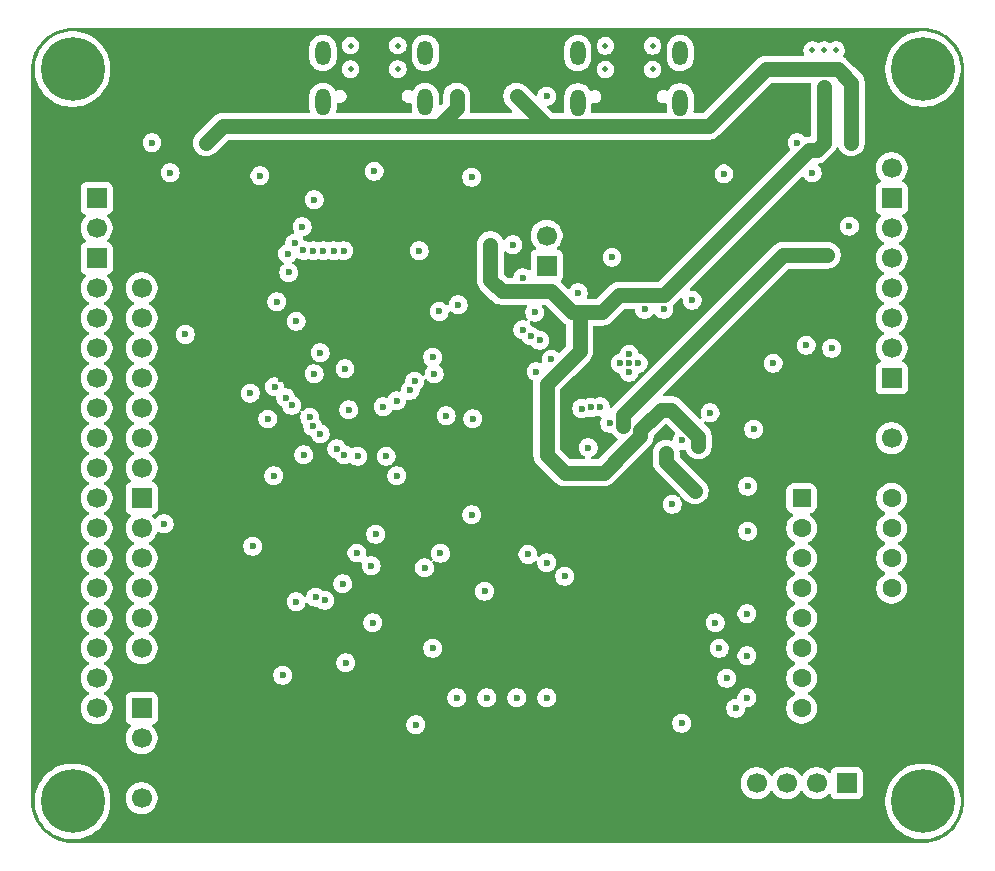
<source format=gbr>
%TF.GenerationSoftware,KiCad,Pcbnew,9.0.4*%
%TF.CreationDate,2025-12-11T19:01:58+01:00*%
%TF.ProjectId,iCEBrainstorm,69434542-7261-4696-9e73-746f726d2e6b,rev?*%
%TF.SameCoordinates,Original*%
%TF.FileFunction,Copper,L3,Inr*%
%TF.FilePolarity,Positive*%
%FSLAX46Y46*%
G04 Gerber Fmt 4.6, Leading zero omitted, Abs format (unit mm)*
G04 Created by KiCad (PCBNEW 9.0.4) date 2025-12-11 19:01:58*
%MOMM*%
%LPD*%
G01*
G04 APERTURE LIST*
G04 Aperture macros list*
%AMRoundRect*
0 Rectangle with rounded corners*
0 $1 Rounding radius*
0 $2 $3 $4 $5 $6 $7 $8 $9 X,Y pos of 4 corners*
0 Add a 4 corners polygon primitive as box body*
4,1,4,$2,$3,$4,$5,$6,$7,$8,$9,$2,$3,0*
0 Add four circle primitives for the rounded corners*
1,1,$1+$1,$2,$3*
1,1,$1+$1,$4,$5*
1,1,$1+$1,$6,$7*
1,1,$1+$1,$8,$9*
0 Add four rect primitives between the rounded corners*
20,1,$1+$1,$2,$3,$4,$5,0*
20,1,$1+$1,$4,$5,$6,$7,0*
20,1,$1+$1,$6,$7,$8,$9,0*
20,1,$1+$1,$8,$9,$2,$3,0*%
G04 Aperture macros list end*
%TA.AperFunction,ComponentPad*%
%ADD10C,0.500000*%
%TD*%
%TA.AperFunction,ComponentPad*%
%ADD11C,5.400000*%
%TD*%
%TA.AperFunction,ComponentPad*%
%ADD12R,1.700000X1.700000*%
%TD*%
%TA.AperFunction,ComponentPad*%
%ADD13C,1.700000*%
%TD*%
%TA.AperFunction,ComponentPad*%
%ADD14RoundRect,0.250000X-0.550000X-0.550000X0.550000X-0.550000X0.550000X0.550000X-0.550000X0.550000X0*%
%TD*%
%TA.AperFunction,ComponentPad*%
%ADD15C,1.600000*%
%TD*%
%TA.AperFunction,ComponentPad*%
%ADD16O,1.300000X2.300000*%
%TD*%
%TA.AperFunction,ComponentPad*%
%ADD17O,1.300000X2.100000*%
%TD*%
%TA.AperFunction,ViaPad*%
%ADD18C,0.600000*%
%TD*%
%TA.AperFunction,Conductor*%
%ADD19C,1.270000*%
%TD*%
G04 APERTURE END LIST*
D10*
%TO.N,+1V2*%
%TO.C,U2*%
X128635000Y-62405000D03*
X127635000Y-62405000D03*
X126635000Y-62405000D03*
%TD*%
D11*
%TO.N,unconnected-(H2-Pad1)*%
%TO.C,H2*%
X136000000Y-64000000D03*
%TD*%
%TO.N,unconnected-(H1-Pad1)*%
%TO.C,H1*%
X64000000Y-64000000D03*
%TD*%
D12*
%TO.N,+3V3*%
%TO.C,J4*%
X69850000Y-123190000D03*
D13*
%TO.N,GND*%
X69850000Y-125730000D03*
%TD*%
D12*
%TO.N,/RGB0*%
%TO.C,J10*%
X133350000Y-90170000D03*
D13*
%TO.N,/RGB1*%
X133350000Y-87630000D03*
%TO.N,/RGB2*%
X133350000Y-85090000D03*
%TD*%
D14*
%TO.N,/BOOT0*%
%TO.C,SW1*%
X125730000Y-100330000D03*
D15*
%TO.N,/BOOT1*%
X125730000Y-102870000D03*
%TO.N,/FPGA_BOOT*%
X125730000Y-105410000D03*
%TO.N,/FPGA_SPI_CS*%
X125730000Y-107950000D03*
%TO.N,/IN0*%
X125730000Y-110490000D03*
%TO.N,/FPGA_GLOBAL_0*%
X125730000Y-113030000D03*
%TO.N,/IN2*%
X125730000Y-115570000D03*
%TO.N,/FPGA_GLOBAL_1*%
X125730000Y-118110000D03*
%TO.N,+3V3*%
X133350000Y-118110000D03*
X133350000Y-115570000D03*
X133350000Y-113030000D03*
X133350000Y-110490000D03*
%TO.N,Net-(R18-Pad1)*%
X133350000Y-107950000D03*
%TO.N,Net-(R17-Pad1)*%
X133350000Y-105410000D03*
%TO.N,Net-(R16-Pad1)*%
X133350000Y-102870000D03*
%TO.N,Net-(R15-Pad1)*%
X133350000Y-100330000D03*
%TD*%
D11*
%TO.N,unconnected-(H4-Pad1)*%
%TO.C,H4*%
X136000000Y-126000000D03*
%TD*%
D10*
%TO.N,+3V3*%
%TO.C,U1*%
X74025000Y-62405000D03*
X73025000Y-62405000D03*
X72025000Y-62405000D03*
%TD*%
D12*
%TO.N,/IN0*%
%TO.C,J7*%
X129540000Y-124460000D03*
D13*
%TO.N,/FPGA_GLOBAL_0*%
X127000000Y-124460000D03*
%TO.N,/IN2*%
X124460000Y-124460000D03*
%TO.N,/FPGA_GLOBAL_1*%
X121920000Y-124460000D03*
%TD*%
D11*
%TO.N,unconnected-(H3-Pad1)*%
%TO.C,H3*%
X64000000Y-126000000D03*
%TD*%
D16*
%TO.N,GND*%
%TO.C,J16*%
X115443000Y-66844000D03*
D17*
X115443000Y-62644000D03*
D10*
X113113000Y-64024000D03*
X113113000Y-62024000D03*
X109113000Y-64024000D03*
X109113000Y-62024000D03*
D16*
X106783000Y-66844000D03*
D17*
X106783000Y-62644000D03*
%TD*%
D12*
%TO.N,/PA15*%
%TO.C,J2*%
X66040000Y-80010000D03*
D13*
%TO.N,/PC10*%
X66040000Y-82550000D03*
%TO.N,/PC11*%
X66040000Y-85090000D03*
%TO.N,/PC12*%
X66040000Y-87630000D03*
%TO.N,/PD2*%
X66040000Y-90170000D03*
%TO.N,/PB4*%
X66040000Y-92710000D03*
%TO.N,/PB9*%
X66040000Y-95250000D03*
%TO.N,/PC13*%
X66040000Y-97790000D03*
%TO.N,/PC14*%
X66040000Y-100330000D03*
%TO.N,/PC15*%
X66040000Y-102870000D03*
%TO.N,/PC0*%
X66040000Y-105410000D03*
%TO.N,/PC1*%
X66040000Y-107950000D03*
%TO.N,/PC2*%
X66040000Y-110490000D03*
%TO.N,/PC3*%
X66040000Y-113030000D03*
%TO.N,/PA0*%
X66040000Y-115570000D03*
%TO.N,/PA1*%
X66040000Y-118110000D03*
%TD*%
D12*
%TO.N,+3V3*%
%TO.C,J15*%
X69850000Y-115570000D03*
D13*
%TO.N,/FPGA_SPI_CS*%
X69850000Y-113030000D03*
%TO.N,/FPGA_SPI_SI*%
X69850000Y-110490000D03*
%TO.N,/FPGA_SPI_SO*%
X69850000Y-107950000D03*
%TO.N,/FPGA_SPI_SCK*%
X69850000Y-105410000D03*
%TO.N,GND*%
X69850000Y-102870000D03*
%TD*%
D12*
%TO.N,/USART2_TX*%
%TO.C,J13*%
X69850000Y-118110000D03*
D13*
%TO.N,/USART2_RX*%
X69850000Y-120650000D03*
%TD*%
D12*
%TO.N,/I2C1_SCL*%
%TO.C,J12*%
X66040000Y-74930000D03*
D13*
%TO.N,/I2C1_SDA*%
X66040000Y-77470000D03*
%TD*%
D16*
%TO.N,GND*%
%TO.C,J1*%
X93865000Y-66820000D03*
D17*
X93865000Y-62620000D03*
D10*
X91535000Y-64000000D03*
X91535000Y-62000000D03*
X87535000Y-64000000D03*
X87535000Y-62000000D03*
D16*
X85205000Y-66820000D03*
D17*
X85205000Y-62620000D03*
%TD*%
D12*
%TO.N,+3V3*%
%TO.C,J5*%
X133350000Y-69850000D03*
D13*
%TO.N,GND*%
X133350000Y-72390000D03*
%TD*%
D12*
%TO.N,/I2S5_CK*%
%TO.C,J9*%
X69850000Y-100330000D03*
D13*
%TO.N,/I2S5_WS*%
X69850000Y-97790000D03*
%TO.N,/I2S5_SD*%
X69850000Y-95250000D03*
%TD*%
D12*
%TO.N,/USART1_TX*%
%TO.C,J14*%
X104140000Y-80645000D03*
D13*
%TO.N,/USART1_RX*%
X104140000Y-78105000D03*
%TD*%
D12*
%TO.N,/FPGA_IO_0*%
%TO.C,J11*%
X133350000Y-74930000D03*
D13*
%TO.N,/FPGA_IO_1*%
X133350000Y-77470000D03*
%TO.N,/FPGA_IO_2*%
X133350000Y-80010000D03*
%TO.N,/FPGA_IO_3*%
X133350000Y-82550000D03*
%TD*%
D12*
%TO.N,+3V3*%
%TO.C,J3*%
X69850000Y-80010000D03*
D13*
%TO.N,/SWCLK*%
X69850000Y-82550000D03*
%TO.N,/SWDIO*%
X69850000Y-85090000D03*
%TO.N,/SWO*%
X69850000Y-87630000D03*
%TO.N,/NRST*%
X69850000Y-90170000D03*
%TO.N,GND*%
X69850000Y-92710000D03*
%TD*%
D12*
%TO.N,+3V3*%
%TO.C,J6*%
X133350000Y-92710000D03*
D13*
%TO.N,GND*%
X133350000Y-95250000D03*
%TD*%
D18*
%TO.N,/NRST*%
X84455000Y-75057000D03*
X84455000Y-89789000D03*
X73555714Y-86464285D03*
%TO.N,GND*%
X111125000Y-88138000D03*
X111125000Y-89662000D03*
X126619000Y-72771000D03*
X79865000Y-73025000D03*
X107652457Y-96055543D03*
X121100000Y-110109000D03*
X79248000Y-104394000D03*
X81280000Y-83693000D03*
X97790000Y-73152000D03*
X115613543Y-95420543D03*
X121666000Y-94488000D03*
X89535000Y-72644000D03*
X104140000Y-66294000D03*
X89408000Y-110871000D03*
X121100000Y-113665000D03*
X83566000Y-96647000D03*
X114782600Y-100838000D03*
X111887000Y-88900000D03*
X99060000Y-117221000D03*
X101600000Y-117221000D03*
X103124000Y-84582000D03*
X94488000Y-113030000D03*
X119154500Y-72869500D03*
X81788000Y-115316000D03*
X109673500Y-79937500D03*
X87122000Y-114252000D03*
X91440000Y-98425000D03*
X72263000Y-72771000D03*
X121158000Y-103124000D03*
X115585000Y-119380000D03*
X104140000Y-117221000D03*
X129778800Y-77292200D03*
X79052400Y-91432400D03*
X117976000Y-93091000D03*
X121100000Y-117221000D03*
X93060000Y-119507000D03*
X70725000Y-70231000D03*
X81026000Y-98425000D03*
X82931000Y-109093000D03*
X121158000Y-99314000D03*
X96520000Y-117221000D03*
X80538386Y-93619386D03*
X86868000Y-107569000D03*
X93345000Y-79375000D03*
X111125000Y-88900000D03*
X125335000Y-70231000D03*
X110363000Y-88900000D03*
X97877086Y-93599000D03*
X101280000Y-78867000D03*
%TO.N,+3V3*%
X90951957Y-80410957D03*
X87249000Y-112002000D03*
X76962000Y-75057000D03*
X121666000Y-90424000D03*
X106821000Y-109855000D03*
X121100000Y-106553000D03*
X84590000Y-113157000D03*
X93345000Y-109093000D03*
X107442000Y-93853000D03*
X121158000Y-101346000D03*
X103759000Y-114935000D03*
X80137000Y-84709000D03*
X93091000Y-123063000D03*
X81661000Y-90261181D03*
X99060000Y-66294000D03*
X116542457Y-91396457D03*
X92583000Y-96647000D03*
X115570000Y-123063000D03*
X104140000Y-74168000D03*
X82469000Y-103713000D03*
X73025000Y-70231000D03*
X123317000Y-76200000D03*
X127889000Y-74803000D03*
X109474000Y-82042000D03*
X116967000Y-91821000D03*
X97790000Y-91352914D03*
X73025000Y-65278000D03*
%TO.N,/BOOT0*%
X87065990Y-89374741D03*
%TO.N,/BOOT1*%
X95631000Y-93345000D03*
%TO.N,+1V2*%
X127635000Y-70231000D03*
X106934000Y-84582000D03*
X114694724Y-92823276D03*
X99380000Y-78867000D03*
X127635000Y-65528000D03*
X116987827Y-95885000D03*
%TO.N,/VCCPLL*%
X116713000Y-99695000D03*
X114256457Y-96520000D03*
%TO.N,/SWCLK*%
X83439000Y-77343000D03*
%TO.N,/SWDIO*%
X82804000Y-78740000D03*
%TO.N,Net-(U4B-CDONE)*%
X102123883Y-86058000D03*
X102108000Y-81661000D03*
%TO.N,/SWO*%
X82205000Y-79629000D03*
%TO.N,/USART2_TX*%
X88138000Y-96774000D03*
%TO.N,/USART2_RX*%
X90551000Y-96774000D03*
%TO.N,+2V5*%
X127889000Y-79756000D03*
X110638864Y-94234000D03*
%TO.N,VBUS*%
X129935000Y-70231000D03*
X113538000Y-68834000D03*
X101600000Y-66294000D03*
X87122000Y-68834000D03*
X91948000Y-68834000D03*
X108712000Y-68834000D03*
X75325000Y-70231000D03*
X96520000Y-66294000D03*
%TO.N,/FPGA_NRST*%
X102787199Y-86589522D03*
X116459000Y-83566000D03*
%TO.N,/PC2*%
X84963000Y-94869000D03*
%TO.N,/PC14*%
X82042000Y-91821000D03*
%TO.N,/PC12*%
X84396052Y-79382638D03*
%TO.N,/I2S5_WS*%
X92964000Y-90424000D03*
%TO.N,/USART1_TX*%
X106807000Y-82931000D03*
%TO.N,/PC15*%
X82550000Y-92456000D03*
%TO.N,/I2S5_SD*%
X84963000Y-88011000D03*
%TO.N,/FPGA_SPI_SCK*%
X88074500Y-104965500D03*
X95153135Y-104998865D03*
X102552500Y-105092500D03*
%TO.N,/PC1*%
X84328000Y-94234000D03*
%TO.N,/PC0*%
X84074000Y-93472000D03*
%TO.N,/FPGA_SPI_CS*%
X104140000Y-105791000D03*
X93805000Y-106220000D03*
%TO.N,/I2S5_CK*%
X71755000Y-102489000D03*
X92583000Y-91186000D03*
%TO.N,/FPGA_BOOT*%
X103557564Y-86948747D03*
%TO.N,/PC13*%
X81102525Y-90881525D03*
%TO.N,/PC11*%
X85245977Y-79371188D03*
%TO.N,/PC3*%
X87376000Y-92837000D03*
%TO.N,/PC10*%
X86095952Y-79377952D03*
%TO.N,/FPGA_CLK*%
X95059500Y-84518500D03*
X108675395Y-92595195D03*
%TO.N,/FPGA_SPI_SI*%
X105664000Y-106934000D03*
X89281000Y-106045000D03*
X98882525Y-108204000D03*
%TO.N,/FPGA_SPI_SO*%
X97790000Y-101727000D03*
X89662000Y-103378000D03*
%TO.N,/FPGA_GLOBAL_1*%
X120142000Y-118110000D03*
%TO.N,/FPGA_GLOBAL_6*%
X96647000Y-83947000D03*
X114046000Y-84328000D03*
%TO.N,/IN0*%
X118429000Y-110871000D03*
%TO.N,/IN2*%
X119380000Y-115570000D03*
%TO.N,/I2C1_SDA*%
X90297000Y-92583000D03*
X103251000Y-89611200D03*
X84582000Y-108712000D03*
X107111800Y-92735400D03*
%TO.N,/I2C1_SCL*%
X104546400Y-88569800D03*
X94615000Y-89789000D03*
X91440000Y-92075000D03*
X85344000Y-108966000D03*
X94488000Y-88392000D03*
X107886500Y-92646500D03*
%TO.N,/PA15*%
X86945930Y-79371536D03*
%TO.N,/PA0*%
X86360000Y-96139000D03*
%TO.N,/PB4*%
X82296000Y-81218000D03*
%TO.N,/PA1*%
X86995000Y-96647000D03*
%TO.N,/PB9*%
X82931000Y-85344000D03*
%TO.N,/PD2*%
X83546700Y-79349379D03*
%TO.N,/FPGA_GLOBAL_0*%
X118745000Y-113030000D03*
%TO.N,/FPGA_IO_2*%
X126111000Y-87376000D03*
%TO.N,/FPGA_IO_3*%
X123317000Y-88900000D03*
X128270000Y-87630000D03*
X109474000Y-93980000D03*
%TO.N,/FPGA_IO_0*%
X112433288Y-84332761D03*
%TD*%
D19*
%TO.N,+1V2*%
X104140000Y-96647000D02*
X105664000Y-98171000D01*
X113805724Y-92823276D02*
X114694724Y-92823276D01*
X127635000Y-70231000D02*
X127635000Y-65528000D01*
X127000000Y-70866000D02*
X126365000Y-70866000D01*
X110278000Y-83143000D02*
X108839000Y-84582000D01*
X112079000Y-94550000D02*
X113805724Y-92823276D01*
X105664000Y-98171000D02*
X108967032Y-98171000D01*
X127635000Y-70231000D02*
X127000000Y-70866000D01*
X100330000Y-82804000D02*
X104521000Y-82804000D01*
X104140000Y-90678000D02*
X104140000Y-96647000D01*
X106934000Y-87884000D02*
X104140000Y-90678000D01*
X116987827Y-95116379D02*
X116987827Y-95885000D01*
X110900111Y-96237921D02*
X112079002Y-95059024D01*
X104521000Y-82804000D02*
X106299000Y-84582000D01*
X114088000Y-83143000D02*
X110278000Y-83143000D01*
X99380000Y-78867000D02*
X99380000Y-81854000D01*
X112079002Y-95059024D02*
X112079000Y-94550000D01*
X106299000Y-84582000D02*
X108839000Y-84582000D01*
X108839000Y-84582000D02*
X106934000Y-84582000D01*
X126365000Y-70866000D02*
X114088000Y-83143000D01*
X99380000Y-81854000D02*
X100330000Y-82804000D01*
X114694724Y-92823276D02*
X116987827Y-95116379D01*
X106934000Y-84582000D02*
X106934000Y-87884000D01*
X108967032Y-98171000D02*
X110900111Y-96237921D01*
%TO.N,/VCCPLL*%
X114256457Y-96520000D02*
X114256457Y-97238457D01*
X114256457Y-97238457D02*
X116713000Y-99695000D01*
%TO.N,+2V5*%
X124158088Y-79756000D02*
X110638864Y-93275224D01*
X110638864Y-93275224D02*
X110638864Y-94234000D01*
X127889000Y-79756000D02*
X124158088Y-79756000D01*
%TO.N,VBUS*%
X76722000Y-68834000D02*
X75325000Y-70231000D01*
X94996000Y-68834000D02*
X96520000Y-67310000D01*
X129935000Y-65165000D02*
X129935000Y-70231000D01*
X117856000Y-68834000D02*
X122682000Y-64008000D01*
X101600000Y-66294000D02*
X104140000Y-68834000D01*
X128778000Y-64008000D02*
X129935000Y-65165000D01*
X104140000Y-68834000D02*
X104648000Y-68834000D01*
X94996000Y-68834000D02*
X104648000Y-68834000D01*
X87122000Y-68834000D02*
X76722000Y-68834000D01*
X122682000Y-64008000D02*
X128778000Y-64008000D01*
X96520000Y-67310000D02*
X96520000Y-66294000D01*
X104648000Y-68834000D02*
X117856000Y-68834000D01*
X87122000Y-68834000D02*
X91948000Y-68834000D01*
X91948000Y-68834000D02*
X94996000Y-68834000D01*
%TD*%
%TA.AperFunction,Conductor*%
%TO.N,+3V3*%
G36*
X136003032Y-60500648D02*
G01*
X136336929Y-60517052D01*
X136349037Y-60518245D01*
X136452146Y-60533539D01*
X136676699Y-60566849D01*
X136688617Y-60569219D01*
X137009951Y-60649709D01*
X137021588Y-60653240D01*
X137092806Y-60678722D01*
X137333467Y-60764832D01*
X137344688Y-60769479D01*
X137644163Y-60911120D01*
X137654871Y-60916844D01*
X137909562Y-61069500D01*
X137938988Y-61087137D01*
X137949103Y-61093895D01*
X138191272Y-61273500D01*
X138215170Y-61291224D01*
X138224576Y-61298944D01*
X138470013Y-61521395D01*
X138478604Y-61529986D01*
X138604156Y-61668511D01*
X138701055Y-61775423D01*
X138708775Y-61784829D01*
X138906102Y-62050893D01*
X138912862Y-62061011D01*
X139074734Y-62331079D01*
X139083148Y-62345116D01*
X139088883Y-62355844D01*
X139215667Y-62623907D01*
X139230514Y-62655297D01*
X139235170Y-62666540D01*
X139346759Y-62978411D01*
X139350292Y-62990055D01*
X139430777Y-63311369D01*
X139433151Y-63323305D01*
X139481754Y-63650962D01*
X139482947Y-63663071D01*
X139499351Y-63996966D01*
X139499500Y-64003051D01*
X139499500Y-125996948D01*
X139499351Y-126003033D01*
X139482947Y-126336928D01*
X139481754Y-126349037D01*
X139433151Y-126676694D01*
X139430777Y-126688630D01*
X139350292Y-127009944D01*
X139346759Y-127021588D01*
X139235170Y-127333459D01*
X139230514Y-127344702D01*
X139088885Y-127644151D01*
X139083148Y-127654883D01*
X138912862Y-127938988D01*
X138906102Y-127949106D01*
X138708775Y-128215170D01*
X138701055Y-128224576D01*
X138478611Y-128470006D01*
X138470006Y-128478611D01*
X138224576Y-128701055D01*
X138215170Y-128708775D01*
X137949106Y-128906102D01*
X137938988Y-128912862D01*
X137654883Y-129083148D01*
X137644151Y-129088885D01*
X137344702Y-129230514D01*
X137333459Y-129235170D01*
X137021588Y-129346759D01*
X137009944Y-129350292D01*
X136688630Y-129430777D01*
X136676694Y-129433151D01*
X136349037Y-129481754D01*
X136336928Y-129482947D01*
X136021989Y-129498419D01*
X136003031Y-129499351D01*
X135996949Y-129499500D01*
X64003051Y-129499500D01*
X63996968Y-129499351D01*
X63976900Y-129498365D01*
X63663071Y-129482947D01*
X63650962Y-129481754D01*
X63323305Y-129433151D01*
X63311369Y-129430777D01*
X62990055Y-129350292D01*
X62978411Y-129346759D01*
X62666540Y-129235170D01*
X62655301Y-129230515D01*
X62355844Y-129088883D01*
X62345121Y-129083150D01*
X62061011Y-128912862D01*
X62050893Y-128906102D01*
X61784829Y-128708775D01*
X61775423Y-128701055D01*
X61679720Y-128614315D01*
X61529986Y-128478604D01*
X61521395Y-128470013D01*
X61298944Y-128224576D01*
X61291224Y-128215170D01*
X61093897Y-127949106D01*
X61087137Y-127938988D01*
X60916844Y-127654871D01*
X60911120Y-127644163D01*
X60769479Y-127344688D01*
X60764829Y-127333459D01*
X60653240Y-127021588D01*
X60649707Y-127009944D01*
X60569219Y-126688617D01*
X60566848Y-126676694D01*
X60518245Y-126349037D01*
X60517052Y-126336927D01*
X60500649Y-126003032D01*
X60500500Y-125996948D01*
X60500500Y-125820259D01*
X60799500Y-125820259D01*
X60799500Y-126179740D01*
X60839746Y-126536935D01*
X60839748Y-126536951D01*
X60919737Y-126887407D01*
X60919741Y-126887419D01*
X61038465Y-127226711D01*
X61194432Y-127550579D01*
X61194434Y-127550582D01*
X61385685Y-127854956D01*
X61609812Y-128136003D01*
X61863997Y-128390188D01*
X62145044Y-128614315D01*
X62449418Y-128805566D01*
X62773292Y-128961536D01*
X63007221Y-129043391D01*
X63112580Y-129080258D01*
X63112592Y-129080262D01*
X63463052Y-129160252D01*
X63820260Y-129200499D01*
X63820261Y-129200500D01*
X63820264Y-129200500D01*
X64179739Y-129200500D01*
X64179739Y-129200499D01*
X64536948Y-129160252D01*
X64887408Y-129080262D01*
X65226708Y-128961536D01*
X65550582Y-128805566D01*
X65854956Y-128614315D01*
X66136003Y-128390188D01*
X66390188Y-128136003D01*
X66614315Y-127854956D01*
X66805566Y-127550582D01*
X66961536Y-127226708D01*
X67080262Y-126887408D01*
X67160252Y-126536948D01*
X67200500Y-126179736D01*
X67200500Y-125820264D01*
X67200499Y-125820259D01*
X67200499Y-125820257D01*
X67199399Y-125810498D01*
X67193011Y-125753793D01*
X67179370Y-125632724D01*
X67178355Y-125623713D01*
X68499500Y-125623713D01*
X68499500Y-125836287D01*
X68532754Y-126046243D01*
X68581574Y-126196496D01*
X68598444Y-126248414D01*
X68694951Y-126437820D01*
X68819890Y-126609786D01*
X68970213Y-126760109D01*
X69142179Y-126885048D01*
X69142181Y-126885049D01*
X69142184Y-126885051D01*
X69331588Y-126981557D01*
X69533757Y-127047246D01*
X69743713Y-127080500D01*
X69743714Y-127080500D01*
X69956286Y-127080500D01*
X69956287Y-127080500D01*
X70166243Y-127047246D01*
X70368412Y-126981557D01*
X70557816Y-126885051D01*
X70579789Y-126869086D01*
X70729786Y-126760109D01*
X70729788Y-126760106D01*
X70729792Y-126760104D01*
X70880104Y-126609792D01*
X70880106Y-126609788D01*
X70880109Y-126609786D01*
X71005048Y-126437820D01*
X71005047Y-126437820D01*
X71005051Y-126437816D01*
X71101557Y-126248412D01*
X71167246Y-126046243D01*
X71200500Y-125836287D01*
X71200500Y-125820259D01*
X132799500Y-125820259D01*
X132799500Y-126179740D01*
X132839746Y-126536935D01*
X132839748Y-126536951D01*
X132919737Y-126887407D01*
X132919741Y-126887419D01*
X133038465Y-127226711D01*
X133194432Y-127550579D01*
X133194434Y-127550582D01*
X133385685Y-127854956D01*
X133609812Y-128136003D01*
X133863997Y-128390188D01*
X134145044Y-128614315D01*
X134449418Y-128805566D01*
X134773292Y-128961536D01*
X135007221Y-129043391D01*
X135112580Y-129080258D01*
X135112592Y-129080262D01*
X135463052Y-129160252D01*
X135820260Y-129200499D01*
X135820261Y-129200500D01*
X135820264Y-129200500D01*
X136179739Y-129200500D01*
X136179739Y-129200499D01*
X136536948Y-129160252D01*
X136887408Y-129080262D01*
X137226708Y-128961536D01*
X137550582Y-128805566D01*
X137854956Y-128614315D01*
X138136003Y-128390188D01*
X138390188Y-128136003D01*
X138614315Y-127854956D01*
X138805566Y-127550582D01*
X138961536Y-127226708D01*
X139080262Y-126887408D01*
X139160252Y-126536948D01*
X139200500Y-126179736D01*
X139200500Y-125820264D01*
X139160252Y-125463052D01*
X139080262Y-125112592D01*
X138961536Y-124773292D01*
X138805566Y-124449418D01*
X138614315Y-124145044D01*
X138390188Y-123863997D01*
X138136003Y-123609812D01*
X137854956Y-123385685D01*
X137550582Y-123194434D01*
X137550579Y-123194432D01*
X137226711Y-123038465D01*
X136887419Y-122919741D01*
X136887407Y-122919737D01*
X136536951Y-122839748D01*
X136536935Y-122839746D01*
X136179740Y-122799500D01*
X136179736Y-122799500D01*
X135820264Y-122799500D01*
X135820259Y-122799500D01*
X135463064Y-122839746D01*
X135463048Y-122839748D01*
X135112592Y-122919737D01*
X135112580Y-122919741D01*
X134773288Y-123038465D01*
X134449420Y-123194432D01*
X134145045Y-123385684D01*
X133863997Y-123609811D01*
X133609811Y-123863997D01*
X133385684Y-124145045D01*
X133194432Y-124449420D01*
X133038465Y-124773288D01*
X132919741Y-125112580D01*
X132919737Y-125112592D01*
X132839748Y-125463048D01*
X132839746Y-125463064D01*
X132799500Y-125820259D01*
X71200500Y-125820259D01*
X71200500Y-125623713D01*
X71167246Y-125413757D01*
X71101557Y-125211588D01*
X71005051Y-125022184D01*
X71005049Y-125022181D01*
X71005048Y-125022179D01*
X70880109Y-124850213D01*
X70729786Y-124699890D01*
X70557820Y-124574951D01*
X70368416Y-124478444D01*
X70354876Y-124474044D01*
X70332490Y-124466771D01*
X70270191Y-124446528D01*
X70166243Y-124412754D01*
X70166241Y-124412753D01*
X70166240Y-124412753D01*
X70004957Y-124387208D01*
X69956287Y-124379500D01*
X69743713Y-124379500D01*
X69695042Y-124387208D01*
X69533760Y-124412753D01*
X69533757Y-124412754D01*
X69367508Y-124466772D01*
X69331585Y-124478444D01*
X69142179Y-124574951D01*
X68970213Y-124699890D01*
X68819890Y-124850213D01*
X68694951Y-125022179D01*
X68598444Y-125211585D01*
X68532753Y-125413760D01*
X68510806Y-125552328D01*
X68499500Y-125623713D01*
X67178355Y-125623713D01*
X67167199Y-125524709D01*
X67160252Y-125463052D01*
X67080262Y-125112592D01*
X66961536Y-124773292D01*
X66805566Y-124449418D01*
X66745431Y-124353713D01*
X120569500Y-124353713D01*
X120569500Y-124566286D01*
X120602286Y-124773292D01*
X120602754Y-124776243D01*
X120626788Y-124850213D01*
X120668444Y-124978414D01*
X120764951Y-125167820D01*
X120889890Y-125339786D01*
X121040213Y-125490109D01*
X121212179Y-125615048D01*
X121212181Y-125615049D01*
X121212184Y-125615051D01*
X121401588Y-125711557D01*
X121603757Y-125777246D01*
X121813713Y-125810500D01*
X121813714Y-125810500D01*
X122026286Y-125810500D01*
X122026287Y-125810500D01*
X122236243Y-125777246D01*
X122438412Y-125711557D01*
X122627816Y-125615051D01*
X122714138Y-125552335D01*
X122799786Y-125490109D01*
X122799788Y-125490106D01*
X122799792Y-125490104D01*
X122950104Y-125339792D01*
X122950106Y-125339788D01*
X122950109Y-125339786D01*
X123075048Y-125167820D01*
X123075047Y-125167820D01*
X123075051Y-125167816D01*
X123079514Y-125159054D01*
X123127488Y-125108259D01*
X123195308Y-125091463D01*
X123261444Y-125113999D01*
X123300486Y-125159056D01*
X123304951Y-125167820D01*
X123429890Y-125339786D01*
X123580213Y-125490109D01*
X123752179Y-125615048D01*
X123752181Y-125615049D01*
X123752184Y-125615051D01*
X123941588Y-125711557D01*
X124143757Y-125777246D01*
X124353713Y-125810500D01*
X124353714Y-125810500D01*
X124566286Y-125810500D01*
X124566287Y-125810500D01*
X124776243Y-125777246D01*
X124978412Y-125711557D01*
X125167816Y-125615051D01*
X125254138Y-125552335D01*
X125339786Y-125490109D01*
X125339788Y-125490106D01*
X125339792Y-125490104D01*
X125490104Y-125339792D01*
X125490106Y-125339788D01*
X125490109Y-125339786D01*
X125615048Y-125167820D01*
X125615047Y-125167820D01*
X125615051Y-125167816D01*
X125619514Y-125159054D01*
X125667488Y-125108259D01*
X125735308Y-125091463D01*
X125801444Y-125113999D01*
X125840486Y-125159056D01*
X125844951Y-125167820D01*
X125969890Y-125339786D01*
X126120213Y-125490109D01*
X126292179Y-125615048D01*
X126292181Y-125615049D01*
X126292184Y-125615051D01*
X126481588Y-125711557D01*
X126683757Y-125777246D01*
X126893713Y-125810500D01*
X126893714Y-125810500D01*
X127106286Y-125810500D01*
X127106287Y-125810500D01*
X127316243Y-125777246D01*
X127518412Y-125711557D01*
X127707816Y-125615051D01*
X127879792Y-125490104D01*
X127993329Y-125376566D01*
X128054648Y-125343084D01*
X128124340Y-125348068D01*
X128180274Y-125389939D01*
X128197189Y-125420917D01*
X128246202Y-125552328D01*
X128246206Y-125552335D01*
X128332452Y-125667544D01*
X128332455Y-125667547D01*
X128447664Y-125753793D01*
X128447671Y-125753797D01*
X128582517Y-125804091D01*
X128582516Y-125804091D01*
X128589444Y-125804835D01*
X128642127Y-125810500D01*
X130437872Y-125810499D01*
X130497483Y-125804091D01*
X130632331Y-125753796D01*
X130747546Y-125667546D01*
X130833796Y-125552331D01*
X130884091Y-125417483D01*
X130890500Y-125357873D01*
X130890499Y-123562128D01*
X130884091Y-123502517D01*
X130882810Y-123499083D01*
X130833797Y-123367671D01*
X130833793Y-123367664D01*
X130747547Y-123252455D01*
X130747544Y-123252452D01*
X130632335Y-123166206D01*
X130632328Y-123166202D01*
X130497482Y-123115908D01*
X130497483Y-123115908D01*
X130437883Y-123109501D01*
X130437881Y-123109500D01*
X130437873Y-123109500D01*
X130437864Y-123109500D01*
X128642129Y-123109500D01*
X128642123Y-123109501D01*
X128582516Y-123115908D01*
X128447671Y-123166202D01*
X128447664Y-123166206D01*
X128332455Y-123252452D01*
X128332452Y-123252455D01*
X128246206Y-123367664D01*
X128246203Y-123367669D01*
X128197189Y-123499083D01*
X128155317Y-123555016D01*
X128089853Y-123579433D01*
X128021580Y-123564581D01*
X127993326Y-123543430D01*
X127879786Y-123429890D01*
X127707820Y-123304951D01*
X127518414Y-123208444D01*
X127518413Y-123208443D01*
X127518412Y-123208443D01*
X127316243Y-123142754D01*
X127316241Y-123142753D01*
X127316240Y-123142753D01*
X127154957Y-123117208D01*
X127106287Y-123109500D01*
X126893713Y-123109500D01*
X126845042Y-123117208D01*
X126683760Y-123142753D01*
X126481585Y-123208444D01*
X126292179Y-123304951D01*
X126120213Y-123429890D01*
X125969890Y-123580213D01*
X125844949Y-123752182D01*
X125840484Y-123760946D01*
X125792509Y-123811742D01*
X125724688Y-123828536D01*
X125658553Y-123805998D01*
X125619516Y-123760946D01*
X125615050Y-123752182D01*
X125490109Y-123580213D01*
X125339786Y-123429890D01*
X125167820Y-123304951D01*
X124978414Y-123208444D01*
X124978413Y-123208443D01*
X124978412Y-123208443D01*
X124776243Y-123142754D01*
X124776241Y-123142753D01*
X124776240Y-123142753D01*
X124614957Y-123117208D01*
X124566287Y-123109500D01*
X124353713Y-123109500D01*
X124305042Y-123117208D01*
X124143760Y-123142753D01*
X123941585Y-123208444D01*
X123752179Y-123304951D01*
X123580213Y-123429890D01*
X123429890Y-123580213D01*
X123304949Y-123752182D01*
X123300484Y-123760946D01*
X123252509Y-123811742D01*
X123184688Y-123828536D01*
X123118553Y-123805998D01*
X123079516Y-123760946D01*
X123075050Y-123752182D01*
X122950109Y-123580213D01*
X122799786Y-123429890D01*
X122627820Y-123304951D01*
X122438414Y-123208444D01*
X122438413Y-123208443D01*
X122438412Y-123208443D01*
X122236243Y-123142754D01*
X122236241Y-123142753D01*
X122236240Y-123142753D01*
X122074957Y-123117208D01*
X122026287Y-123109500D01*
X121813713Y-123109500D01*
X121765042Y-123117208D01*
X121603760Y-123142753D01*
X121401585Y-123208444D01*
X121212179Y-123304951D01*
X121040213Y-123429890D01*
X120889890Y-123580213D01*
X120764951Y-123752179D01*
X120668444Y-123941585D01*
X120602753Y-124143760D01*
X120569500Y-124353713D01*
X66745431Y-124353713D01*
X66614315Y-124145044D01*
X66390188Y-123863997D01*
X66136003Y-123609812D01*
X65854956Y-123385685D01*
X65550582Y-123194434D01*
X65550579Y-123194432D01*
X65226711Y-123038465D01*
X64887419Y-122919741D01*
X64887407Y-122919737D01*
X64536951Y-122839748D01*
X64536935Y-122839746D01*
X64179740Y-122799500D01*
X64179736Y-122799500D01*
X63820264Y-122799500D01*
X63820259Y-122799500D01*
X63463064Y-122839746D01*
X63463048Y-122839748D01*
X63112592Y-122919737D01*
X63112580Y-122919741D01*
X62773288Y-123038465D01*
X62449420Y-123194432D01*
X62145045Y-123385684D01*
X61863997Y-123609811D01*
X61609811Y-123863997D01*
X61385684Y-124145045D01*
X61194432Y-124449420D01*
X61038465Y-124773288D01*
X60919741Y-125112580D01*
X60919737Y-125112592D01*
X60839748Y-125463048D01*
X60839746Y-125463064D01*
X60799500Y-125820259D01*
X60500500Y-125820259D01*
X60500500Y-74032135D01*
X64689500Y-74032135D01*
X64689500Y-75827870D01*
X64689501Y-75827876D01*
X64695908Y-75887483D01*
X64746202Y-76022328D01*
X64746206Y-76022335D01*
X64832452Y-76137544D01*
X64832455Y-76137547D01*
X64947664Y-76223793D01*
X64947671Y-76223797D01*
X65079082Y-76272810D01*
X65135016Y-76314681D01*
X65159433Y-76380145D01*
X65144582Y-76448418D01*
X65123431Y-76476673D01*
X65009889Y-76590215D01*
X64884951Y-76762179D01*
X64788444Y-76951585D01*
X64722753Y-77153760D01*
X64705268Y-77264158D01*
X64689500Y-77363713D01*
X64689500Y-77576287D01*
X64722754Y-77786243D01*
X64782546Y-77970264D01*
X64788444Y-77988414D01*
X64884951Y-78177820D01*
X65009890Y-78349786D01*
X65123430Y-78463326D01*
X65156915Y-78524649D01*
X65151931Y-78594341D01*
X65110059Y-78650274D01*
X65079083Y-78667189D01*
X64947669Y-78716203D01*
X64947664Y-78716206D01*
X64832455Y-78802452D01*
X64832452Y-78802455D01*
X64746206Y-78917664D01*
X64746202Y-78917671D01*
X64695908Y-79052517D01*
X64690751Y-79100489D01*
X64689501Y-79112123D01*
X64689500Y-79112135D01*
X64689500Y-80907870D01*
X64689501Y-80907876D01*
X64695908Y-80967483D01*
X64746202Y-81102328D01*
X64746206Y-81102335D01*
X64832452Y-81217544D01*
X64832455Y-81217547D01*
X64947664Y-81303793D01*
X64947671Y-81303797D01*
X65079082Y-81352810D01*
X65135016Y-81394681D01*
X65159433Y-81460145D01*
X65144582Y-81528418D01*
X65123431Y-81556673D01*
X65009889Y-81670215D01*
X64884951Y-81842179D01*
X64788444Y-82031585D01*
X64722753Y-82233760D01*
X64689500Y-82443713D01*
X64689500Y-82656286D01*
X64721227Y-82856606D01*
X64722754Y-82866243D01*
X64784316Y-83055711D01*
X64788444Y-83068414D01*
X64884951Y-83257820D01*
X65009890Y-83429786D01*
X65160213Y-83580109D01*
X65332182Y-83705050D01*
X65340946Y-83709516D01*
X65391742Y-83757491D01*
X65408536Y-83825312D01*
X65385998Y-83891447D01*
X65340946Y-83930484D01*
X65332182Y-83934949D01*
X65160213Y-84059890D01*
X65009890Y-84210213D01*
X64884951Y-84382179D01*
X64788444Y-84571585D01*
X64788443Y-84571587D01*
X64788443Y-84571588D01*
X64787574Y-84574263D01*
X64722753Y-84773760D01*
X64694873Y-84949789D01*
X64689500Y-84983713D01*
X64689500Y-85196287D01*
X64694506Y-85227894D01*
X64714120Y-85351735D01*
X64722754Y-85406243D01*
X64786159Y-85601384D01*
X64788444Y-85608414D01*
X64884951Y-85797820D01*
X65009890Y-85969786D01*
X65160213Y-86120109D01*
X65332182Y-86245050D01*
X65340946Y-86249516D01*
X65391742Y-86297491D01*
X65408536Y-86365312D01*
X65385998Y-86431447D01*
X65340946Y-86470484D01*
X65332182Y-86474949D01*
X65160213Y-86599890D01*
X65009890Y-86750213D01*
X64884951Y-86922179D01*
X64788444Y-87111585D01*
X64722753Y-87313760D01*
X64689500Y-87523713D01*
X64689500Y-87736286D01*
X64720522Y-87932155D01*
X64722754Y-87946243D01*
X64787574Y-88145738D01*
X64788444Y-88148414D01*
X64884951Y-88337820D01*
X65009890Y-88509786D01*
X65160213Y-88660109D01*
X65332182Y-88785050D01*
X65340946Y-88789516D01*
X65391742Y-88837491D01*
X65408536Y-88905312D01*
X65385998Y-88971447D01*
X65340946Y-89010484D01*
X65332182Y-89014949D01*
X65160213Y-89139890D01*
X65009890Y-89290213D01*
X64884951Y-89462179D01*
X64788444Y-89651585D01*
X64788443Y-89651587D01*
X64788443Y-89651588D01*
X64787574Y-89654263D01*
X64722753Y-89853760D01*
X64689500Y-90063713D01*
X64689500Y-90276286D01*
X64722591Y-90485218D01*
X64722754Y-90486243D01*
X64784316Y-90675711D01*
X64788444Y-90688414D01*
X64884951Y-90877820D01*
X65009890Y-91049786D01*
X65160213Y-91200109D01*
X65332182Y-91325050D01*
X65340946Y-91329516D01*
X65391742Y-91377491D01*
X65408536Y-91445312D01*
X65385998Y-91511447D01*
X65340946Y-91550484D01*
X65332182Y-91554949D01*
X65160213Y-91679890D01*
X65009890Y-91830213D01*
X64884951Y-92002179D01*
X64788444Y-92191585D01*
X64788443Y-92191587D01*
X64788443Y-92191588D01*
X64746310Y-92321261D01*
X64722756Y-92393751D01*
X64722753Y-92393759D01*
X64691587Y-92590537D01*
X64689500Y-92603713D01*
X64689500Y-92816287D01*
X64692418Y-92834711D01*
X64720522Y-93012155D01*
X64722754Y-93026243D01*
X64787574Y-93225738D01*
X64788444Y-93228414D01*
X64884951Y-93417820D01*
X65009890Y-93589786D01*
X65160213Y-93740109D01*
X65332182Y-93865050D01*
X65340946Y-93869516D01*
X65391742Y-93917491D01*
X65408536Y-93985312D01*
X65385998Y-94051447D01*
X65340946Y-94090484D01*
X65332182Y-94094949D01*
X65160213Y-94219890D01*
X65009890Y-94370213D01*
X64884951Y-94542179D01*
X64788444Y-94731585D01*
X64722753Y-94933760D01*
X64694873Y-95109789D01*
X64689500Y-95143713D01*
X64689500Y-95356287D01*
X64698397Y-95412460D01*
X64719996Y-95548833D01*
X64722754Y-95566243D01*
X64785651Y-95759820D01*
X64788444Y-95768414D01*
X64884951Y-95957820D01*
X65009890Y-96129786D01*
X65160213Y-96280109D01*
X65332182Y-96405050D01*
X65340946Y-96409516D01*
X65391742Y-96457491D01*
X65408536Y-96525312D01*
X65385998Y-96591447D01*
X65340946Y-96630484D01*
X65332182Y-96634949D01*
X65160213Y-96759890D01*
X65009890Y-96910213D01*
X64884951Y-97082179D01*
X64788444Y-97271585D01*
X64722753Y-97473760D01*
X64699881Y-97618168D01*
X64689500Y-97683713D01*
X64689500Y-97896287D01*
X64722754Y-98106243D01*
X64786277Y-98301747D01*
X64788444Y-98308414D01*
X64884951Y-98497820D01*
X65009890Y-98669786D01*
X65160213Y-98820109D01*
X65332182Y-98945050D01*
X65340946Y-98949516D01*
X65391742Y-98997491D01*
X65408536Y-99065312D01*
X65385998Y-99131447D01*
X65340946Y-99170484D01*
X65332182Y-99174949D01*
X65160213Y-99299890D01*
X65009890Y-99450213D01*
X64884951Y-99622179D01*
X64788444Y-99811585D01*
X64722753Y-100013760D01*
X64697759Y-100171569D01*
X64689500Y-100223713D01*
X64689500Y-100436287D01*
X64722754Y-100646243D01*
X64773538Y-100802540D01*
X64788444Y-100848414D01*
X64884951Y-101037820D01*
X65009890Y-101209786D01*
X65160213Y-101360109D01*
X65332182Y-101485050D01*
X65340946Y-101489516D01*
X65391742Y-101537491D01*
X65408536Y-101605312D01*
X65385998Y-101671447D01*
X65340946Y-101710484D01*
X65332182Y-101714949D01*
X65160213Y-101839890D01*
X65009890Y-101990213D01*
X64884951Y-102162179D01*
X64788444Y-102351585D01*
X64788443Y-102351587D01*
X64788443Y-102351588D01*
X64787574Y-102354263D01*
X64722753Y-102553760D01*
X64689500Y-102763713D01*
X64689500Y-102976286D01*
X64719318Y-103164553D01*
X64722754Y-103186243D01*
X64778399Y-103357501D01*
X64788444Y-103388414D01*
X64884951Y-103577820D01*
X65009890Y-103749786D01*
X65160213Y-103900109D01*
X65332182Y-104025050D01*
X65340946Y-104029516D01*
X65391742Y-104077491D01*
X65408536Y-104145312D01*
X65385998Y-104211447D01*
X65340946Y-104250484D01*
X65332182Y-104254949D01*
X65160213Y-104379890D01*
X65009890Y-104530213D01*
X64884951Y-104702179D01*
X64788444Y-104891585D01*
X64788443Y-104891587D01*
X64788443Y-104891588D01*
X64779205Y-104920020D01*
X64722753Y-105093760D01*
X64698878Y-105244500D01*
X64689500Y-105303713D01*
X64689500Y-105516287D01*
X64692418Y-105534711D01*
X64720860Y-105714289D01*
X64722754Y-105726243D01*
X64769412Y-105869842D01*
X64788444Y-105928414D01*
X64884951Y-106117820D01*
X65009890Y-106289786D01*
X65160213Y-106440109D01*
X65332182Y-106565050D01*
X65340946Y-106569516D01*
X65391742Y-106617491D01*
X65408536Y-106685312D01*
X65385998Y-106751447D01*
X65340946Y-106790484D01*
X65332182Y-106794949D01*
X65160213Y-106919890D01*
X65009890Y-107070213D01*
X64884951Y-107242179D01*
X64788444Y-107431585D01*
X64788443Y-107431587D01*
X64788443Y-107431588D01*
X64787574Y-107434263D01*
X64722753Y-107633760D01*
X64689500Y-107843713D01*
X64689500Y-108056286D01*
X64721227Y-108256606D01*
X64722754Y-108266243D01*
X64784316Y-108455711D01*
X64788444Y-108468414D01*
X64884951Y-108657820D01*
X65009890Y-108829786D01*
X65160213Y-108980109D01*
X65332182Y-109105050D01*
X65340946Y-109109516D01*
X65391742Y-109157491D01*
X65408536Y-109225312D01*
X65385998Y-109291447D01*
X65340946Y-109330484D01*
X65332182Y-109334949D01*
X65160213Y-109459890D01*
X65009890Y-109610213D01*
X64884951Y-109782179D01*
X64788444Y-109971585D01*
X64722753Y-110173760D01*
X64689500Y-110383713D01*
X64689500Y-110596286D01*
X64720522Y-110792155D01*
X64722754Y-110806243D01*
X64769412Y-110949842D01*
X64788444Y-111008414D01*
X64884951Y-111197820D01*
X65009890Y-111369786D01*
X65160213Y-111520109D01*
X65332182Y-111645050D01*
X65340946Y-111649516D01*
X65391742Y-111697491D01*
X65408536Y-111765312D01*
X65385998Y-111831447D01*
X65340946Y-111870484D01*
X65332182Y-111874949D01*
X65160213Y-111999890D01*
X65009890Y-112150213D01*
X64884951Y-112322179D01*
X64788444Y-112511585D01*
X64722753Y-112713760D01*
X64720899Y-112725466D01*
X64689500Y-112923713D01*
X64689500Y-113136287D01*
X64722754Y-113346243D01*
X64786557Y-113542609D01*
X64788444Y-113548414D01*
X64884951Y-113737820D01*
X65009890Y-113909786D01*
X65160213Y-114060109D01*
X65332182Y-114185050D01*
X65340946Y-114189516D01*
X65391742Y-114237491D01*
X65408536Y-114305312D01*
X65385998Y-114371447D01*
X65340946Y-114410484D01*
X65332182Y-114414949D01*
X65160213Y-114539890D01*
X65009890Y-114690213D01*
X64884951Y-114862179D01*
X64788444Y-115051585D01*
X64722753Y-115253760D01*
X64689500Y-115463713D01*
X64689500Y-115676286D01*
X64713258Y-115826292D01*
X64722754Y-115886243D01*
X64787574Y-116085738D01*
X64788444Y-116088414D01*
X64884951Y-116277820D01*
X65009890Y-116449786D01*
X65160213Y-116600109D01*
X65332182Y-116725050D01*
X65340946Y-116729516D01*
X65391742Y-116777491D01*
X65408536Y-116845312D01*
X65385998Y-116911447D01*
X65340946Y-116950484D01*
X65332182Y-116954949D01*
X65160213Y-117079890D01*
X65009890Y-117230213D01*
X64884951Y-117402179D01*
X64788444Y-117591585D01*
X64722753Y-117793760D01*
X64691555Y-117990737D01*
X64689500Y-118003713D01*
X64689500Y-118216287D01*
X64722754Y-118426243D01*
X64785803Y-118620288D01*
X64788444Y-118628414D01*
X64884951Y-118817820D01*
X65009890Y-118989786D01*
X65160213Y-119140109D01*
X65332179Y-119265048D01*
X65332181Y-119265049D01*
X65332184Y-119265051D01*
X65521588Y-119361557D01*
X65723757Y-119427246D01*
X65933713Y-119460500D01*
X65933714Y-119460500D01*
X66146286Y-119460500D01*
X66146287Y-119460500D01*
X66356243Y-119427246D01*
X66558412Y-119361557D01*
X66747816Y-119265051D01*
X66834138Y-119202335D01*
X66919786Y-119140109D01*
X66919788Y-119140106D01*
X66919792Y-119140104D01*
X67070104Y-118989792D01*
X67070106Y-118989788D01*
X67070109Y-118989786D01*
X67193902Y-118819397D01*
X67195051Y-118817816D01*
X67291557Y-118628412D01*
X67357246Y-118426243D01*
X67390500Y-118216287D01*
X67390500Y-118003713D01*
X67357246Y-117793757D01*
X67291557Y-117591588D01*
X67195051Y-117402184D01*
X67120699Y-117299846D01*
X67107511Y-117281694D01*
X67107508Y-117281691D01*
X67093769Y-117262781D01*
X67070104Y-117230208D01*
X67052031Y-117212135D01*
X68499500Y-117212135D01*
X68499500Y-119007870D01*
X68499501Y-119007876D01*
X68505908Y-119067483D01*
X68556202Y-119202328D01*
X68556206Y-119202335D01*
X68642452Y-119317544D01*
X68642455Y-119317547D01*
X68757664Y-119403793D01*
X68757671Y-119403797D01*
X68889082Y-119452810D01*
X68945016Y-119494681D01*
X68969433Y-119560145D01*
X68954582Y-119628418D01*
X68933431Y-119656673D01*
X68819889Y-119770215D01*
X68694951Y-119942179D01*
X68598444Y-120131585D01*
X68532753Y-120333760D01*
X68499500Y-120543713D01*
X68499500Y-120756286D01*
X68532753Y-120966239D01*
X68598444Y-121168414D01*
X68694951Y-121357820D01*
X68819890Y-121529786D01*
X68970213Y-121680109D01*
X69142179Y-121805048D01*
X69142181Y-121805049D01*
X69142184Y-121805051D01*
X69331588Y-121901557D01*
X69533757Y-121967246D01*
X69743713Y-122000500D01*
X69743714Y-122000500D01*
X69956286Y-122000500D01*
X69956287Y-122000500D01*
X70166243Y-121967246D01*
X70368412Y-121901557D01*
X70557816Y-121805051D01*
X70579789Y-121789086D01*
X70729786Y-121680109D01*
X70729788Y-121680106D01*
X70729792Y-121680104D01*
X70880104Y-121529792D01*
X70880106Y-121529788D01*
X70880109Y-121529786D01*
X71005048Y-121357820D01*
X71005047Y-121357820D01*
X71005051Y-121357816D01*
X71101557Y-121168412D01*
X71167246Y-120966243D01*
X71200500Y-120756287D01*
X71200500Y-120543713D01*
X71167246Y-120333757D01*
X71101557Y-120131588D01*
X71005051Y-119942184D01*
X71005049Y-119942181D01*
X71005048Y-119942179D01*
X70880109Y-119770213D01*
X70766569Y-119656673D01*
X70733084Y-119595350D01*
X70738068Y-119525658D01*
X70779940Y-119469725D01*
X70810915Y-119452810D01*
X70877025Y-119428153D01*
X92259500Y-119428153D01*
X92259500Y-119585846D01*
X92290261Y-119740489D01*
X92290264Y-119740501D01*
X92350602Y-119886172D01*
X92350609Y-119886185D01*
X92438210Y-120017288D01*
X92438213Y-120017292D01*
X92549707Y-120128786D01*
X92549711Y-120128789D01*
X92680814Y-120216390D01*
X92680827Y-120216397D01*
X92826498Y-120276735D01*
X92826503Y-120276737D01*
X92981153Y-120307499D01*
X92981156Y-120307500D01*
X92981158Y-120307500D01*
X93138844Y-120307500D01*
X93138845Y-120307499D01*
X93293497Y-120276737D01*
X93439179Y-120216394D01*
X93570289Y-120128789D01*
X93681789Y-120017289D01*
X93769394Y-119886179D01*
X93829737Y-119740497D01*
X93860500Y-119585842D01*
X93860500Y-119428158D01*
X93860500Y-119428155D01*
X93860499Y-119428153D01*
X93838839Y-119319257D01*
X93835238Y-119301153D01*
X114784500Y-119301153D01*
X114784500Y-119458846D01*
X114815261Y-119613489D01*
X114815264Y-119613501D01*
X114875602Y-119759172D01*
X114875609Y-119759185D01*
X114963210Y-119890288D01*
X114963213Y-119890292D01*
X115074707Y-120001786D01*
X115074711Y-120001789D01*
X115205814Y-120089390D01*
X115205827Y-120089397D01*
X115307687Y-120131588D01*
X115351503Y-120149737D01*
X115506153Y-120180499D01*
X115506156Y-120180500D01*
X115506158Y-120180500D01*
X115663844Y-120180500D01*
X115663845Y-120180499D01*
X115818497Y-120149737D01*
X115964179Y-120089394D01*
X116095289Y-120001789D01*
X116206789Y-119890289D01*
X116294394Y-119759179D01*
X116354737Y-119613497D01*
X116385500Y-119458842D01*
X116385500Y-119301158D01*
X116385500Y-119301155D01*
X116385499Y-119301153D01*
X116369811Y-119222284D01*
X116354737Y-119146503D01*
X116352089Y-119140109D01*
X116294397Y-119000827D01*
X116294390Y-119000814D01*
X116206789Y-118869711D01*
X116206786Y-118869707D01*
X116095292Y-118758213D01*
X116095288Y-118758210D01*
X115964185Y-118670609D01*
X115964172Y-118670602D01*
X115818501Y-118610264D01*
X115818489Y-118610261D01*
X115663845Y-118579500D01*
X115663842Y-118579500D01*
X115506158Y-118579500D01*
X115506155Y-118579500D01*
X115351510Y-118610261D01*
X115351498Y-118610264D01*
X115205827Y-118670602D01*
X115205814Y-118670609D01*
X115074711Y-118758210D01*
X115074707Y-118758213D01*
X114963213Y-118869707D01*
X114963210Y-118869711D01*
X114875609Y-119000814D01*
X114875602Y-119000827D01*
X114815264Y-119146498D01*
X114815261Y-119146510D01*
X114784500Y-119301153D01*
X93835238Y-119301153D01*
X93829738Y-119273508D01*
X93829737Y-119273507D01*
X93829737Y-119273503D01*
X93808522Y-119222284D01*
X93769397Y-119127827D01*
X93769390Y-119127814D01*
X93681789Y-118996711D01*
X93681786Y-118996707D01*
X93570292Y-118885213D01*
X93570288Y-118885210D01*
X93439185Y-118797609D01*
X93439172Y-118797602D01*
X93293501Y-118737264D01*
X93293489Y-118737261D01*
X93138845Y-118706500D01*
X93138842Y-118706500D01*
X92981158Y-118706500D01*
X92981155Y-118706500D01*
X92826510Y-118737261D01*
X92826498Y-118737264D01*
X92680827Y-118797602D01*
X92680814Y-118797609D01*
X92549711Y-118885210D01*
X92549707Y-118885213D01*
X92438213Y-118996707D01*
X92438210Y-118996711D01*
X92350609Y-119127814D01*
X92350602Y-119127827D01*
X92290264Y-119273498D01*
X92290261Y-119273510D01*
X92259500Y-119428153D01*
X70877025Y-119428153D01*
X70942331Y-119403796D01*
X71057546Y-119317546D01*
X71143796Y-119202331D01*
X71194091Y-119067483D01*
X71200500Y-119007873D01*
X71200499Y-118031153D01*
X119341500Y-118031153D01*
X119341500Y-118188846D01*
X119372261Y-118343489D01*
X119372264Y-118343501D01*
X119432602Y-118489172D01*
X119432609Y-118489185D01*
X119520210Y-118620288D01*
X119520213Y-118620292D01*
X119631707Y-118731786D01*
X119631711Y-118731789D01*
X119762814Y-118819390D01*
X119762827Y-118819397D01*
X119884288Y-118869707D01*
X119908503Y-118879737D01*
X120063153Y-118910499D01*
X120063156Y-118910500D01*
X120063158Y-118910500D01*
X120220844Y-118910500D01*
X120220845Y-118910499D01*
X120375497Y-118879737D01*
X120521179Y-118819394D01*
X120652289Y-118731789D01*
X120763789Y-118620289D01*
X120851394Y-118489179D01*
X120911737Y-118343497D01*
X120942500Y-118188842D01*
X120942500Y-118145500D01*
X120962185Y-118078461D01*
X121014989Y-118032706D01*
X121066500Y-118021500D01*
X121178844Y-118021500D01*
X121178845Y-118021499D01*
X121333497Y-117990737D01*
X121479179Y-117930394D01*
X121610289Y-117842789D01*
X121721789Y-117731289D01*
X121809394Y-117600179D01*
X121812953Y-117591588D01*
X121855772Y-117488211D01*
X121869737Y-117454497D01*
X121900500Y-117299842D01*
X121900500Y-117142158D01*
X121900500Y-117142155D01*
X121900499Y-117142153D01*
X121869738Y-116987510D01*
X121869737Y-116987503D01*
X121854404Y-116950485D01*
X121809397Y-116841827D01*
X121809390Y-116841814D01*
X121721789Y-116710711D01*
X121721786Y-116710707D01*
X121610292Y-116599213D01*
X121610288Y-116599210D01*
X121479185Y-116511609D01*
X121479172Y-116511602D01*
X121333501Y-116451264D01*
X121333489Y-116451261D01*
X121178845Y-116420500D01*
X121178842Y-116420500D01*
X121021158Y-116420500D01*
X121021155Y-116420500D01*
X120866510Y-116451261D01*
X120866498Y-116451264D01*
X120720827Y-116511602D01*
X120720814Y-116511609D01*
X120589711Y-116599210D01*
X120589707Y-116599213D01*
X120478213Y-116710707D01*
X120478210Y-116710711D01*
X120390609Y-116841814D01*
X120390602Y-116841827D01*
X120330264Y-116987498D01*
X120330261Y-116987510D01*
X120299500Y-117142153D01*
X120299500Y-117185500D01*
X120279815Y-117252539D01*
X120227011Y-117298294D01*
X120175500Y-117309500D01*
X120063155Y-117309500D01*
X119908510Y-117340261D01*
X119908498Y-117340264D01*
X119762827Y-117400602D01*
X119762814Y-117400609D01*
X119631711Y-117488210D01*
X119631707Y-117488213D01*
X119520213Y-117599707D01*
X119520210Y-117599711D01*
X119432609Y-117730814D01*
X119432602Y-117730827D01*
X119372264Y-117876498D01*
X119372261Y-117876510D01*
X119341500Y-118031153D01*
X71200499Y-118031153D01*
X71200499Y-117212128D01*
X71194091Y-117152517D01*
X71190226Y-117142155D01*
X71190225Y-117142153D01*
X95719500Y-117142153D01*
X95719500Y-117299846D01*
X95750261Y-117454489D01*
X95750264Y-117454501D01*
X95810602Y-117600172D01*
X95810609Y-117600185D01*
X95898210Y-117731288D01*
X95898213Y-117731292D01*
X96009707Y-117842786D01*
X96009711Y-117842789D01*
X96140814Y-117930390D01*
X96140827Y-117930397D01*
X96286498Y-117990735D01*
X96286503Y-117990737D01*
X96441153Y-118021499D01*
X96441156Y-118021500D01*
X96441158Y-118021500D01*
X96598844Y-118021500D01*
X96598845Y-118021499D01*
X96753497Y-117990737D01*
X96899179Y-117930394D01*
X97030289Y-117842789D01*
X97141789Y-117731289D01*
X97229394Y-117600179D01*
X97232953Y-117591588D01*
X97275772Y-117488211D01*
X97289737Y-117454497D01*
X97320500Y-117299842D01*
X97320500Y-117142158D01*
X97320500Y-117142155D01*
X97320499Y-117142153D01*
X98259500Y-117142153D01*
X98259500Y-117299846D01*
X98290261Y-117454489D01*
X98290264Y-117454501D01*
X98350602Y-117600172D01*
X98350609Y-117600185D01*
X98438210Y-117731288D01*
X98438213Y-117731292D01*
X98549707Y-117842786D01*
X98549711Y-117842789D01*
X98680814Y-117930390D01*
X98680827Y-117930397D01*
X98826498Y-117990735D01*
X98826503Y-117990737D01*
X98981153Y-118021499D01*
X98981156Y-118021500D01*
X98981158Y-118021500D01*
X99138844Y-118021500D01*
X99138845Y-118021499D01*
X99293497Y-117990737D01*
X99439179Y-117930394D01*
X99570289Y-117842789D01*
X99681789Y-117731289D01*
X99769394Y-117600179D01*
X99772953Y-117591588D01*
X99815772Y-117488211D01*
X99829737Y-117454497D01*
X99860500Y-117299842D01*
X99860500Y-117142158D01*
X99860500Y-117142155D01*
X99860499Y-117142153D01*
X100799500Y-117142153D01*
X100799500Y-117299846D01*
X100830261Y-117454489D01*
X100830264Y-117454501D01*
X100890602Y-117600172D01*
X100890609Y-117600185D01*
X100978210Y-117731288D01*
X100978213Y-117731292D01*
X101089707Y-117842786D01*
X101089711Y-117842789D01*
X101220814Y-117930390D01*
X101220827Y-117930397D01*
X101366498Y-117990735D01*
X101366503Y-117990737D01*
X101521153Y-118021499D01*
X101521156Y-118021500D01*
X101521158Y-118021500D01*
X101678844Y-118021500D01*
X101678845Y-118021499D01*
X101833497Y-117990737D01*
X101979179Y-117930394D01*
X102110289Y-117842789D01*
X102221789Y-117731289D01*
X102309394Y-117600179D01*
X102312953Y-117591588D01*
X102355772Y-117488211D01*
X102369737Y-117454497D01*
X102400500Y-117299842D01*
X102400500Y-117142158D01*
X102400500Y-117142155D01*
X102400499Y-117142153D01*
X103339500Y-117142153D01*
X103339500Y-117299846D01*
X103370261Y-117454489D01*
X103370264Y-117454501D01*
X103430602Y-117600172D01*
X103430609Y-117600185D01*
X103518210Y-117731288D01*
X103518213Y-117731292D01*
X103629707Y-117842786D01*
X103629711Y-117842789D01*
X103760814Y-117930390D01*
X103760827Y-117930397D01*
X103906498Y-117990735D01*
X103906503Y-117990737D01*
X104061153Y-118021499D01*
X104061156Y-118021500D01*
X104061158Y-118021500D01*
X104218844Y-118021500D01*
X104218845Y-118021499D01*
X104373497Y-117990737D01*
X104519179Y-117930394D01*
X104650289Y-117842789D01*
X104761789Y-117731289D01*
X104849394Y-117600179D01*
X104852953Y-117591588D01*
X104895772Y-117488211D01*
X104909737Y-117454497D01*
X104940500Y-117299842D01*
X104940500Y-117142158D01*
X104940500Y-117142155D01*
X104940499Y-117142153D01*
X104909738Y-116987510D01*
X104909737Y-116987503D01*
X104894404Y-116950485D01*
X104849397Y-116841827D01*
X104849390Y-116841814D01*
X104761789Y-116710711D01*
X104761786Y-116710707D01*
X104650292Y-116599213D01*
X104650288Y-116599210D01*
X104519185Y-116511609D01*
X104519172Y-116511602D01*
X104373501Y-116451264D01*
X104373489Y-116451261D01*
X104218845Y-116420500D01*
X104218842Y-116420500D01*
X104061158Y-116420500D01*
X104061155Y-116420500D01*
X103906510Y-116451261D01*
X103906498Y-116451264D01*
X103760827Y-116511602D01*
X103760814Y-116511609D01*
X103629711Y-116599210D01*
X103629707Y-116599213D01*
X103518213Y-116710707D01*
X103518210Y-116710711D01*
X103430609Y-116841814D01*
X103430602Y-116841827D01*
X103370264Y-116987498D01*
X103370261Y-116987510D01*
X103339500Y-117142153D01*
X102400499Y-117142153D01*
X102369738Y-116987510D01*
X102369737Y-116987503D01*
X102354404Y-116950485D01*
X102309397Y-116841827D01*
X102309390Y-116841814D01*
X102221789Y-116710711D01*
X102221786Y-116710707D01*
X102110292Y-116599213D01*
X102110288Y-116599210D01*
X101979185Y-116511609D01*
X101979172Y-116511602D01*
X101833501Y-116451264D01*
X101833489Y-116451261D01*
X101678845Y-116420500D01*
X101678842Y-116420500D01*
X101521158Y-116420500D01*
X101521155Y-116420500D01*
X101366510Y-116451261D01*
X101366498Y-116451264D01*
X101220827Y-116511602D01*
X101220814Y-116511609D01*
X101089711Y-116599210D01*
X101089707Y-116599213D01*
X100978213Y-116710707D01*
X100978210Y-116710711D01*
X100890609Y-116841814D01*
X100890602Y-116841827D01*
X100830264Y-116987498D01*
X100830261Y-116987510D01*
X100799500Y-117142153D01*
X99860499Y-117142153D01*
X99829738Y-116987510D01*
X99829737Y-116987503D01*
X99814404Y-116950485D01*
X99769397Y-116841827D01*
X99769390Y-116841814D01*
X99681789Y-116710711D01*
X99681786Y-116710707D01*
X99570292Y-116599213D01*
X99570288Y-116599210D01*
X99439185Y-116511609D01*
X99439172Y-116511602D01*
X99293501Y-116451264D01*
X99293489Y-116451261D01*
X99138845Y-116420500D01*
X99138842Y-116420500D01*
X98981158Y-116420500D01*
X98981155Y-116420500D01*
X98826510Y-116451261D01*
X98826498Y-116451264D01*
X98680827Y-116511602D01*
X98680814Y-116511609D01*
X98549711Y-116599210D01*
X98549707Y-116599213D01*
X98438213Y-116710707D01*
X98438210Y-116710711D01*
X98350609Y-116841814D01*
X98350602Y-116841827D01*
X98290264Y-116987498D01*
X98290261Y-116987510D01*
X98259500Y-117142153D01*
X97320499Y-117142153D01*
X97289738Y-116987510D01*
X97289737Y-116987503D01*
X97274404Y-116950485D01*
X97229397Y-116841827D01*
X97229390Y-116841814D01*
X97141789Y-116710711D01*
X97141786Y-116710707D01*
X97030292Y-116599213D01*
X97030288Y-116599210D01*
X96899185Y-116511609D01*
X96899172Y-116511602D01*
X96753501Y-116451264D01*
X96753489Y-116451261D01*
X96598845Y-116420500D01*
X96598842Y-116420500D01*
X96441158Y-116420500D01*
X96441155Y-116420500D01*
X96286510Y-116451261D01*
X96286498Y-116451264D01*
X96140827Y-116511602D01*
X96140814Y-116511609D01*
X96009711Y-116599210D01*
X96009707Y-116599213D01*
X95898213Y-116710707D01*
X95898210Y-116710711D01*
X95810609Y-116841814D01*
X95810602Y-116841827D01*
X95750264Y-116987498D01*
X95750261Y-116987510D01*
X95719500Y-117142153D01*
X71190225Y-117142153D01*
X71143797Y-117017671D01*
X71143793Y-117017664D01*
X71057547Y-116902455D01*
X71057544Y-116902452D01*
X70942335Y-116816206D01*
X70942328Y-116816202D01*
X70807482Y-116765908D01*
X70807483Y-116765908D01*
X70747883Y-116759501D01*
X70747881Y-116759500D01*
X70747873Y-116759500D01*
X70747864Y-116759500D01*
X68952129Y-116759500D01*
X68952123Y-116759501D01*
X68892516Y-116765908D01*
X68757671Y-116816202D01*
X68757664Y-116816206D01*
X68642455Y-116902452D01*
X68642452Y-116902455D01*
X68556206Y-117017664D01*
X68556202Y-117017671D01*
X68505908Y-117152517D01*
X68499501Y-117212116D01*
X68499501Y-117212125D01*
X68499500Y-117212135D01*
X67052031Y-117212135D01*
X66919792Y-117079896D01*
X66919786Y-117079890D01*
X66747820Y-116954951D01*
X66747115Y-116954591D01*
X66739054Y-116950485D01*
X66688259Y-116902512D01*
X66671463Y-116834692D01*
X66693999Y-116768556D01*
X66739054Y-116729515D01*
X66747816Y-116725051D01*
X66806680Y-116682284D01*
X66919786Y-116600109D01*
X66919788Y-116600106D01*
X66919792Y-116600104D01*
X67070104Y-116449792D01*
X67070106Y-116449788D01*
X67070109Y-116449786D01*
X67193902Y-116279397D01*
X67195051Y-116277816D01*
X67291557Y-116088412D01*
X67357246Y-115886243D01*
X67390500Y-115676287D01*
X67390500Y-115463713D01*
X67357246Y-115253757D01*
X67351851Y-115237153D01*
X80987500Y-115237153D01*
X80987500Y-115394846D01*
X81018261Y-115549489D01*
X81018264Y-115549501D01*
X81078602Y-115695172D01*
X81078609Y-115695185D01*
X81166210Y-115826288D01*
X81166213Y-115826292D01*
X81277707Y-115937786D01*
X81277711Y-115937789D01*
X81408814Y-116025390D01*
X81408827Y-116025397D01*
X81554498Y-116085735D01*
X81554503Y-116085737D01*
X81709153Y-116116499D01*
X81709156Y-116116500D01*
X81709158Y-116116500D01*
X81866844Y-116116500D01*
X81866845Y-116116499D01*
X82021497Y-116085737D01*
X82167179Y-116025394D01*
X82298289Y-115937789D01*
X82409789Y-115826289D01*
X82497394Y-115695179D01*
X82557737Y-115549497D01*
X82561687Y-115529638D01*
X82569343Y-115491153D01*
X118579500Y-115491153D01*
X118579500Y-115648846D01*
X118610261Y-115803489D01*
X118610264Y-115803501D01*
X118670602Y-115949172D01*
X118670609Y-115949185D01*
X118758210Y-116080288D01*
X118758213Y-116080292D01*
X118869707Y-116191786D01*
X118869711Y-116191789D01*
X119000814Y-116279390D01*
X119000827Y-116279397D01*
X119146498Y-116339735D01*
X119146503Y-116339737D01*
X119301153Y-116370499D01*
X119301156Y-116370500D01*
X119301158Y-116370500D01*
X119458844Y-116370500D01*
X119458845Y-116370499D01*
X119613497Y-116339737D01*
X119759179Y-116279394D01*
X119890289Y-116191789D01*
X120001789Y-116080289D01*
X120089394Y-115949179D01*
X120149737Y-115803497D01*
X120180500Y-115648842D01*
X120180500Y-115491158D01*
X120180500Y-115491155D01*
X120180499Y-115491153D01*
X120149737Y-115336503D01*
X120120313Y-115265466D01*
X120089397Y-115190827D01*
X120089390Y-115190814D01*
X120001789Y-115059711D01*
X120001786Y-115059707D01*
X119890292Y-114948213D01*
X119890288Y-114948210D01*
X119759185Y-114860609D01*
X119759172Y-114860602D01*
X119613501Y-114800264D01*
X119613489Y-114800261D01*
X119458845Y-114769500D01*
X119458842Y-114769500D01*
X119301158Y-114769500D01*
X119301155Y-114769500D01*
X119146510Y-114800261D01*
X119146498Y-114800264D01*
X119000827Y-114860602D01*
X119000814Y-114860609D01*
X118869711Y-114948210D01*
X118869707Y-114948213D01*
X118758213Y-115059707D01*
X118758210Y-115059711D01*
X118670609Y-115190814D01*
X118670602Y-115190827D01*
X118610264Y-115336498D01*
X118610261Y-115336510D01*
X118579500Y-115491153D01*
X82569343Y-115491153D01*
X82575366Y-115460874D01*
X82575366Y-115460873D01*
X82588499Y-115394846D01*
X82588500Y-115394844D01*
X82588500Y-115237155D01*
X82588499Y-115237153D01*
X82579283Y-115190821D01*
X82557737Y-115082503D01*
X82548295Y-115059707D01*
X82497397Y-114936827D01*
X82497390Y-114936814D01*
X82409789Y-114805711D01*
X82409786Y-114805707D01*
X82298292Y-114694213D01*
X82298288Y-114694210D01*
X82167185Y-114606609D01*
X82167172Y-114606602D01*
X82021501Y-114546264D01*
X82021489Y-114546261D01*
X81866845Y-114515500D01*
X81866842Y-114515500D01*
X81709158Y-114515500D01*
X81709155Y-114515500D01*
X81554510Y-114546261D01*
X81554498Y-114546264D01*
X81408827Y-114606602D01*
X81408814Y-114606609D01*
X81277711Y-114694210D01*
X81277707Y-114694213D01*
X81166213Y-114805707D01*
X81166210Y-114805711D01*
X81078609Y-114936814D01*
X81078602Y-114936827D01*
X81018264Y-115082498D01*
X81018261Y-115082510D01*
X80987500Y-115237153D01*
X67351851Y-115237153D01*
X67291557Y-115051588D01*
X67195051Y-114862184D01*
X67195049Y-114862181D01*
X67195048Y-114862179D01*
X67070109Y-114690213D01*
X66919786Y-114539890D01*
X66747820Y-114414951D01*
X66747115Y-114414591D01*
X66739054Y-114410485D01*
X66688259Y-114362512D01*
X66671463Y-114294692D01*
X66693999Y-114228556D01*
X66739054Y-114189515D01*
X66747816Y-114185051D01*
X66910649Y-114066747D01*
X66919786Y-114060109D01*
X66919788Y-114060106D01*
X66919792Y-114060104D01*
X67070104Y-113909792D01*
X67070106Y-113909788D01*
X67070109Y-113909786D01*
X67193902Y-113739397D01*
X67195051Y-113737816D01*
X67291557Y-113548412D01*
X67357246Y-113346243D01*
X67390500Y-113136287D01*
X67390500Y-112923713D01*
X67357246Y-112713757D01*
X67291557Y-112511588D01*
X67195051Y-112322184D01*
X67195049Y-112322181D01*
X67195048Y-112322179D01*
X67070109Y-112150213D01*
X66919786Y-111999890D01*
X66747820Y-111874951D01*
X66747115Y-111874591D01*
X66739054Y-111870485D01*
X66688259Y-111822512D01*
X66671463Y-111754692D01*
X66693999Y-111688556D01*
X66739054Y-111649515D01*
X66747816Y-111645051D01*
X66806680Y-111602284D01*
X66919786Y-111520109D01*
X66919788Y-111520106D01*
X66919792Y-111520104D01*
X67070104Y-111369792D01*
X67070106Y-111369788D01*
X67070109Y-111369786D01*
X67195048Y-111197820D01*
X67195047Y-111197820D01*
X67195051Y-111197816D01*
X67291557Y-111008412D01*
X67357246Y-110806243D01*
X67390500Y-110596287D01*
X67390500Y-110383713D01*
X67357246Y-110173757D01*
X67291557Y-109971588D01*
X67195051Y-109782184D01*
X67195049Y-109782181D01*
X67195048Y-109782179D01*
X67070109Y-109610213D01*
X66919786Y-109459890D01*
X66747820Y-109334951D01*
X66745533Y-109333786D01*
X66739054Y-109330485D01*
X66688259Y-109282512D01*
X66671463Y-109214692D01*
X66693999Y-109148556D01*
X66739054Y-109109515D01*
X66747816Y-109105051D01*
X66830682Y-109044846D01*
X66919786Y-108980109D01*
X66919788Y-108980106D01*
X66919792Y-108980104D01*
X67070104Y-108829792D01*
X67070106Y-108829788D01*
X67070109Y-108829786D01*
X67195048Y-108657820D01*
X67195047Y-108657820D01*
X67195051Y-108657816D01*
X67291557Y-108468412D01*
X67357246Y-108266243D01*
X67390500Y-108056287D01*
X67390500Y-107843713D01*
X67357246Y-107633757D01*
X67291557Y-107431588D01*
X67195051Y-107242184D01*
X67195049Y-107242181D01*
X67195048Y-107242179D01*
X67070109Y-107070213D01*
X66919786Y-106919890D01*
X66747820Y-106794951D01*
X66747115Y-106794591D01*
X66739054Y-106790485D01*
X66688259Y-106742512D01*
X66671463Y-106674692D01*
X66693999Y-106608556D01*
X66739054Y-106569515D01*
X66747816Y-106565051D01*
X66806680Y-106522284D01*
X66919786Y-106440109D01*
X66919788Y-106440106D01*
X66919792Y-106440104D01*
X67070104Y-106289792D01*
X67070106Y-106289788D01*
X67070109Y-106289786D01*
X67195048Y-106117820D01*
X67195047Y-106117820D01*
X67195051Y-106117816D01*
X67291557Y-105928412D01*
X67357246Y-105726243D01*
X67390500Y-105516287D01*
X67390500Y-105303713D01*
X67357246Y-105093757D01*
X67291557Y-104891588D01*
X67195051Y-104702184D01*
X67195049Y-104702181D01*
X67195048Y-104702179D01*
X67070109Y-104530213D01*
X66919786Y-104379890D01*
X66747820Y-104254951D01*
X66747115Y-104254591D01*
X66739054Y-104250485D01*
X66688259Y-104202512D01*
X66671463Y-104134692D01*
X66693999Y-104068556D01*
X66739054Y-104029515D01*
X66747816Y-104025051D01*
X66886214Y-103924500D01*
X66919786Y-103900109D01*
X66919788Y-103900106D01*
X66919792Y-103900104D01*
X67070104Y-103749792D01*
X67070106Y-103749788D01*
X67070109Y-103749786D01*
X67195048Y-103577820D01*
X67195047Y-103577820D01*
X67195051Y-103577816D01*
X67291557Y-103388412D01*
X67357246Y-103186243D01*
X67390500Y-102976287D01*
X67390500Y-102763713D01*
X67357246Y-102553757D01*
X67291557Y-102351588D01*
X67195051Y-102162184D01*
X67195049Y-102162181D01*
X67195048Y-102162179D01*
X67070109Y-101990213D01*
X66919786Y-101839890D01*
X66747820Y-101714951D01*
X66747115Y-101714591D01*
X66739054Y-101710485D01*
X66688259Y-101662512D01*
X66671463Y-101594692D01*
X66693999Y-101528556D01*
X66739054Y-101489515D01*
X66747816Y-101485051D01*
X66834138Y-101422335D01*
X66919786Y-101360109D01*
X66919788Y-101360106D01*
X66919792Y-101360104D01*
X67070104Y-101209792D01*
X67070106Y-101209788D01*
X67070109Y-101209786D01*
X67195048Y-101037820D01*
X67195047Y-101037820D01*
X67195051Y-101037816D01*
X67291557Y-100848412D01*
X67357246Y-100646243D01*
X67390500Y-100436287D01*
X67390500Y-100223713D01*
X67357246Y-100013757D01*
X67291557Y-99811588D01*
X67195051Y-99622184D01*
X67195049Y-99622181D01*
X67195048Y-99622179D01*
X67070109Y-99450213D01*
X66919786Y-99299890D01*
X66747820Y-99174951D01*
X66747115Y-99174591D01*
X66739054Y-99170485D01*
X66688259Y-99122512D01*
X66671463Y-99054692D01*
X66693999Y-98988556D01*
X66739054Y-98949515D01*
X66747816Y-98945051D01*
X66837554Y-98879853D01*
X66919786Y-98820109D01*
X66919788Y-98820106D01*
X66919792Y-98820104D01*
X67070104Y-98669792D01*
X67070106Y-98669788D01*
X67070109Y-98669786D01*
X67195048Y-98497820D01*
X67195047Y-98497820D01*
X67195051Y-98497816D01*
X67291557Y-98308412D01*
X67357246Y-98106243D01*
X67390500Y-97896287D01*
X67390500Y-97683713D01*
X67357246Y-97473757D01*
X67291557Y-97271588D01*
X67195051Y-97082184D01*
X67195049Y-97082181D01*
X67195048Y-97082179D01*
X67070109Y-96910213D01*
X66919786Y-96759890D01*
X66747820Y-96634951D01*
X66747115Y-96634591D01*
X66739054Y-96630485D01*
X66688259Y-96582512D01*
X66671463Y-96514692D01*
X66693999Y-96448556D01*
X66739054Y-96409515D01*
X66747816Y-96405051D01*
X66808951Y-96360634D01*
X66919786Y-96280109D01*
X66919788Y-96280106D01*
X66919792Y-96280104D01*
X67070104Y-96129792D01*
X67070106Y-96129788D01*
X67070109Y-96129786D01*
X67195048Y-95957820D01*
X67195047Y-95957820D01*
X67195051Y-95957816D01*
X67291557Y-95768412D01*
X67357246Y-95566243D01*
X67390500Y-95356287D01*
X67390500Y-95143713D01*
X67357246Y-94933757D01*
X67291557Y-94731588D01*
X67195051Y-94542184D01*
X67195049Y-94542181D01*
X67195048Y-94542179D01*
X67070109Y-94370213D01*
X66919786Y-94219890D01*
X66747820Y-94094951D01*
X66747115Y-94094591D01*
X66739054Y-94090485D01*
X66688259Y-94042512D01*
X66671463Y-93974692D01*
X66693999Y-93908556D01*
X66739054Y-93869515D01*
X66747816Y-93865051D01*
X66831618Y-93804166D01*
X66919786Y-93740109D01*
X66919788Y-93740106D01*
X66919792Y-93740104D01*
X67070104Y-93589792D01*
X67070106Y-93589788D01*
X67070109Y-93589786D01*
X67195048Y-93417820D01*
X67195049Y-93417819D01*
X67195051Y-93417816D01*
X67291557Y-93228412D01*
X67357246Y-93026243D01*
X67390500Y-92816287D01*
X67390500Y-92603713D01*
X67357246Y-92393757D01*
X67291557Y-92191588D01*
X67195051Y-92002184D01*
X67195049Y-92002181D01*
X67195048Y-92002179D01*
X67070109Y-91830213D01*
X66919786Y-91679890D01*
X66747820Y-91554951D01*
X66747115Y-91554591D01*
X66739054Y-91550485D01*
X66688259Y-91502512D01*
X66671463Y-91434692D01*
X66693999Y-91368556D01*
X66739054Y-91329515D01*
X66747816Y-91325051D01*
X66775055Y-91305261D01*
X66919786Y-91200109D01*
X66919788Y-91200106D01*
X66919792Y-91200104D01*
X67070104Y-91049792D01*
X67070106Y-91049788D01*
X67070109Y-91049786D01*
X67195048Y-90877820D01*
X67195047Y-90877820D01*
X67195051Y-90877816D01*
X67291557Y-90688412D01*
X67357246Y-90486243D01*
X67390500Y-90276287D01*
X67390500Y-90063713D01*
X67357246Y-89853757D01*
X67291557Y-89651588D01*
X67195051Y-89462184D01*
X67195049Y-89462181D01*
X67195048Y-89462179D01*
X67070109Y-89290213D01*
X66919786Y-89139890D01*
X66747820Y-89014951D01*
X66745533Y-89013786D01*
X66739054Y-89010485D01*
X66688259Y-88962512D01*
X66671463Y-88894692D01*
X66693999Y-88828556D01*
X66739054Y-88789515D01*
X66747816Y-88785051D01*
X66791998Y-88752951D01*
X66919786Y-88660109D01*
X66919788Y-88660106D01*
X66919792Y-88660104D01*
X67070104Y-88509792D01*
X67070106Y-88509788D01*
X67070109Y-88509786D01*
X67193902Y-88339397D01*
X67195051Y-88337816D01*
X67291557Y-88148412D01*
X67357246Y-87946243D01*
X67390500Y-87736287D01*
X67390500Y-87523713D01*
X67357246Y-87313757D01*
X67291557Y-87111588D01*
X67195051Y-86922184D01*
X67195049Y-86922181D01*
X67195048Y-86922179D01*
X67070109Y-86750213D01*
X66919786Y-86599890D01*
X66747820Y-86474951D01*
X66747115Y-86474591D01*
X66739054Y-86470485D01*
X66688259Y-86422512D01*
X66671463Y-86354692D01*
X66693999Y-86288556D01*
X66739054Y-86249515D01*
X66747816Y-86245051D01*
X66838713Y-86179011D01*
X66919786Y-86120109D01*
X66919788Y-86120106D01*
X66919792Y-86120104D01*
X67070104Y-85969792D01*
X67070106Y-85969788D01*
X67070109Y-85969786D01*
X67179091Y-85819783D01*
X67195051Y-85797816D01*
X67291557Y-85608412D01*
X67357246Y-85406243D01*
X67390500Y-85196287D01*
X67390500Y-84983713D01*
X67357246Y-84773757D01*
X67291557Y-84571588D01*
X67195051Y-84382184D01*
X67195049Y-84382181D01*
X67195048Y-84382179D01*
X67070109Y-84210213D01*
X66919786Y-84059890D01*
X66747820Y-83934951D01*
X66747115Y-83934591D01*
X66739054Y-83930485D01*
X66688259Y-83882512D01*
X66671463Y-83814692D01*
X66693999Y-83748556D01*
X66739054Y-83709515D01*
X66747816Y-83705051D01*
X66830682Y-83644846D01*
X66919786Y-83580109D01*
X66919788Y-83580106D01*
X66919792Y-83580104D01*
X67070104Y-83429792D01*
X67070106Y-83429788D01*
X67070109Y-83429786D01*
X67195048Y-83257820D01*
X67195047Y-83257820D01*
X67195051Y-83257816D01*
X67291557Y-83068412D01*
X67357246Y-82866243D01*
X67390500Y-82656287D01*
X67390500Y-82443713D01*
X68499500Y-82443713D01*
X68499500Y-82656286D01*
X68531227Y-82856606D01*
X68532754Y-82866243D01*
X68594316Y-83055711D01*
X68598444Y-83068414D01*
X68694951Y-83257820D01*
X68819890Y-83429786D01*
X68970213Y-83580109D01*
X69142182Y-83705050D01*
X69150946Y-83709516D01*
X69201742Y-83757491D01*
X69218536Y-83825312D01*
X69195998Y-83891447D01*
X69150946Y-83930484D01*
X69142182Y-83934949D01*
X68970213Y-84059890D01*
X68819890Y-84210213D01*
X68694951Y-84382179D01*
X68598444Y-84571585D01*
X68598443Y-84571587D01*
X68598443Y-84571588D01*
X68597574Y-84574263D01*
X68532753Y-84773760D01*
X68504873Y-84949789D01*
X68499500Y-84983713D01*
X68499500Y-85196287D01*
X68504506Y-85227894D01*
X68524120Y-85351735D01*
X68532754Y-85406243D01*
X68596159Y-85601384D01*
X68598444Y-85608414D01*
X68694951Y-85797820D01*
X68819890Y-85969786D01*
X68970213Y-86120109D01*
X69142182Y-86245050D01*
X69150946Y-86249516D01*
X69201742Y-86297491D01*
X69218536Y-86365312D01*
X69195998Y-86431447D01*
X69150946Y-86470484D01*
X69142182Y-86474949D01*
X68970213Y-86599890D01*
X68819890Y-86750213D01*
X68694951Y-86922179D01*
X68598444Y-87111585D01*
X68532753Y-87313760D01*
X68499500Y-87523713D01*
X68499500Y-87736286D01*
X68530522Y-87932155D01*
X68532754Y-87946243D01*
X68597574Y-88145738D01*
X68598444Y-88148414D01*
X68694951Y-88337820D01*
X68819890Y-88509786D01*
X68970213Y-88660109D01*
X69142182Y-88785050D01*
X69150946Y-88789516D01*
X69201742Y-88837491D01*
X69218536Y-88905312D01*
X69195998Y-88971447D01*
X69150946Y-89010484D01*
X69142182Y-89014949D01*
X68970213Y-89139890D01*
X68819890Y-89290213D01*
X68694951Y-89462179D01*
X68598444Y-89651585D01*
X68598443Y-89651587D01*
X68598443Y-89651588D01*
X68597574Y-89654263D01*
X68532753Y-89853760D01*
X68499500Y-90063713D01*
X68499500Y-90276286D01*
X68532591Y-90485218D01*
X68532754Y-90486243D01*
X68594316Y-90675711D01*
X68598444Y-90688414D01*
X68694951Y-90877820D01*
X68819890Y-91049786D01*
X68970213Y-91200109D01*
X69142182Y-91325050D01*
X69150946Y-91329516D01*
X69201742Y-91377491D01*
X69218536Y-91445312D01*
X69195998Y-91511447D01*
X69150946Y-91550484D01*
X69142182Y-91554949D01*
X68970213Y-91679890D01*
X68819890Y-91830213D01*
X68694951Y-92002179D01*
X68598444Y-92191585D01*
X68598443Y-92191587D01*
X68598443Y-92191588D01*
X68556310Y-92321261D01*
X68532756Y-92393751D01*
X68532753Y-92393759D01*
X68501587Y-92590537D01*
X68499500Y-92603713D01*
X68499500Y-92816287D01*
X68502418Y-92834711D01*
X68530522Y-93012155D01*
X68532754Y-93026243D01*
X68597574Y-93225738D01*
X68598444Y-93228414D01*
X68694951Y-93417820D01*
X68819890Y-93589786D01*
X68970213Y-93740109D01*
X69142182Y-93865050D01*
X69150946Y-93869516D01*
X69201742Y-93917491D01*
X69218536Y-93985312D01*
X69195998Y-94051447D01*
X69150946Y-94090484D01*
X69142182Y-94094949D01*
X68970213Y-94219890D01*
X68819890Y-94370213D01*
X68694951Y-94542179D01*
X68598444Y-94731585D01*
X68532753Y-94933760D01*
X68504873Y-95109789D01*
X68499500Y-95143713D01*
X68499500Y-95356287D01*
X68508397Y-95412460D01*
X68529996Y-95548833D01*
X68532754Y-95566243D01*
X68595651Y-95759820D01*
X68598444Y-95768414D01*
X68694951Y-95957820D01*
X68819890Y-96129786D01*
X68970213Y-96280109D01*
X69142182Y-96405050D01*
X69150946Y-96409516D01*
X69201742Y-96457491D01*
X69218536Y-96525312D01*
X69195998Y-96591447D01*
X69150946Y-96630484D01*
X69142182Y-96634949D01*
X68970213Y-96759890D01*
X68819890Y-96910213D01*
X68694951Y-97082179D01*
X68598444Y-97271585D01*
X68532753Y-97473760D01*
X68509881Y-97618168D01*
X68499500Y-97683713D01*
X68499500Y-97896287D01*
X68532754Y-98106243D01*
X68596277Y-98301747D01*
X68598444Y-98308414D01*
X68694951Y-98497820D01*
X68819890Y-98669786D01*
X68933430Y-98783326D01*
X68966915Y-98844649D01*
X68961931Y-98914341D01*
X68920059Y-98970274D01*
X68889083Y-98987189D01*
X68757669Y-99036203D01*
X68757664Y-99036206D01*
X68642455Y-99122452D01*
X68642452Y-99122455D01*
X68556206Y-99237664D01*
X68556202Y-99237671D01*
X68505908Y-99372517D01*
X68503723Y-99392846D01*
X68499501Y-99432123D01*
X68499500Y-99432135D01*
X68499500Y-101227870D01*
X68499501Y-101227876D01*
X68505908Y-101287483D01*
X68556202Y-101422328D01*
X68556206Y-101422335D01*
X68642452Y-101537544D01*
X68642455Y-101537547D01*
X68757664Y-101623793D01*
X68757671Y-101623797D01*
X68889082Y-101672810D01*
X68945016Y-101714681D01*
X68969433Y-101780145D01*
X68954582Y-101848418D01*
X68933431Y-101876673D01*
X68819889Y-101990215D01*
X68694951Y-102162179D01*
X68598444Y-102351585D01*
X68598443Y-102351587D01*
X68598443Y-102351588D01*
X68597574Y-102354263D01*
X68532753Y-102553760D01*
X68499500Y-102763713D01*
X68499500Y-102976286D01*
X68529318Y-103164553D01*
X68532754Y-103186243D01*
X68588399Y-103357501D01*
X68598444Y-103388414D01*
X68694951Y-103577820D01*
X68819890Y-103749786D01*
X68970213Y-103900109D01*
X69142182Y-104025050D01*
X69150946Y-104029516D01*
X69201742Y-104077491D01*
X69218536Y-104145312D01*
X69195998Y-104211447D01*
X69150946Y-104250484D01*
X69142182Y-104254949D01*
X68970213Y-104379890D01*
X68819890Y-104530213D01*
X68694951Y-104702179D01*
X68598444Y-104891585D01*
X68598443Y-104891587D01*
X68598443Y-104891588D01*
X68589205Y-104920020D01*
X68532753Y-105093760D01*
X68508878Y-105244500D01*
X68499500Y-105303713D01*
X68499500Y-105516287D01*
X68502418Y-105534711D01*
X68530860Y-105714289D01*
X68532754Y-105726243D01*
X68579412Y-105869842D01*
X68598444Y-105928414D01*
X68694951Y-106117820D01*
X68819890Y-106289786D01*
X68970213Y-106440109D01*
X69142182Y-106565050D01*
X69150946Y-106569516D01*
X69201742Y-106617491D01*
X69218536Y-106685312D01*
X69195998Y-106751447D01*
X69150946Y-106790484D01*
X69142182Y-106794949D01*
X68970213Y-106919890D01*
X68819890Y-107070213D01*
X68694951Y-107242179D01*
X68598444Y-107431585D01*
X68598443Y-107431587D01*
X68598443Y-107431588D01*
X68597574Y-107434263D01*
X68532753Y-107633760D01*
X68499500Y-107843713D01*
X68499500Y-108056286D01*
X68531227Y-108256606D01*
X68532754Y-108266243D01*
X68594316Y-108455711D01*
X68598444Y-108468414D01*
X68694951Y-108657820D01*
X68819890Y-108829786D01*
X68970213Y-108980109D01*
X69142182Y-109105050D01*
X69150946Y-109109516D01*
X69201742Y-109157491D01*
X69218536Y-109225312D01*
X69195998Y-109291447D01*
X69150946Y-109330484D01*
X69142182Y-109334949D01*
X68970213Y-109459890D01*
X68819890Y-109610213D01*
X68694951Y-109782179D01*
X68598444Y-109971585D01*
X68532753Y-110173760D01*
X68499500Y-110383713D01*
X68499500Y-110596286D01*
X68530522Y-110792155D01*
X68532754Y-110806243D01*
X68579412Y-110949842D01*
X68598444Y-111008414D01*
X68694951Y-111197820D01*
X68819890Y-111369786D01*
X68970213Y-111520109D01*
X69142182Y-111645050D01*
X69150946Y-111649516D01*
X69201742Y-111697491D01*
X69218536Y-111765312D01*
X69195998Y-111831447D01*
X69150946Y-111870484D01*
X69142182Y-111874949D01*
X68970213Y-111999890D01*
X68819890Y-112150213D01*
X68694951Y-112322179D01*
X68598444Y-112511585D01*
X68532753Y-112713760D01*
X68530899Y-112725466D01*
X68499500Y-112923713D01*
X68499500Y-113136287D01*
X68532754Y-113346243D01*
X68596557Y-113542609D01*
X68598444Y-113548414D01*
X68694951Y-113737820D01*
X68819890Y-113909786D01*
X68970213Y-114060109D01*
X69142179Y-114185048D01*
X69142181Y-114185049D01*
X69142184Y-114185051D01*
X69331588Y-114281557D01*
X69533757Y-114347246D01*
X69743713Y-114380500D01*
X69743714Y-114380500D01*
X69956286Y-114380500D01*
X69956287Y-114380500D01*
X70166243Y-114347246D01*
X70368412Y-114281557D01*
X70557816Y-114185051D01*
X70574192Y-114173153D01*
X86321500Y-114173153D01*
X86321500Y-114330846D01*
X86352261Y-114485489D01*
X86352264Y-114485501D01*
X86412602Y-114631172D01*
X86412609Y-114631185D01*
X86500210Y-114762288D01*
X86500213Y-114762292D01*
X86611707Y-114873786D01*
X86611711Y-114873789D01*
X86742814Y-114961390D01*
X86742827Y-114961397D01*
X86888498Y-115021735D01*
X86888503Y-115021737D01*
X87038558Y-115051585D01*
X87043153Y-115052499D01*
X87043156Y-115052500D01*
X87043158Y-115052500D01*
X87200844Y-115052500D01*
X87200845Y-115052499D01*
X87355497Y-115021737D01*
X87501179Y-114961394D01*
X87632289Y-114873789D01*
X87743789Y-114762289D01*
X87831394Y-114631179D01*
X87891737Y-114485497D01*
X87922500Y-114330842D01*
X87922500Y-114173158D01*
X87922500Y-114173155D01*
X87922499Y-114173153D01*
X87900012Y-114060104D01*
X87891737Y-114018503D01*
X87846708Y-113909792D01*
X87831397Y-113872827D01*
X87831390Y-113872814D01*
X87743789Y-113741711D01*
X87743786Y-113741707D01*
X87632292Y-113630213D01*
X87632288Y-113630210D01*
X87501185Y-113542609D01*
X87501172Y-113542602D01*
X87355501Y-113482264D01*
X87355489Y-113482261D01*
X87200845Y-113451500D01*
X87200842Y-113451500D01*
X87043158Y-113451500D01*
X87043155Y-113451500D01*
X86888510Y-113482261D01*
X86888498Y-113482264D01*
X86742827Y-113542602D01*
X86742814Y-113542609D01*
X86611711Y-113630210D01*
X86611707Y-113630213D01*
X86500213Y-113741707D01*
X86500210Y-113741711D01*
X86412609Y-113872814D01*
X86412602Y-113872827D01*
X86352264Y-114018498D01*
X86352261Y-114018510D01*
X86321500Y-114173153D01*
X70574192Y-114173153D01*
X70720649Y-114066747D01*
X70720652Y-114066745D01*
X70729783Y-114060111D01*
X70729786Y-114060107D01*
X70729792Y-114060104D01*
X70880104Y-113909792D01*
X70880106Y-113909788D01*
X70880109Y-113909786D01*
X71003902Y-113739397D01*
X71005051Y-113737816D01*
X71101557Y-113548412D01*
X71167246Y-113346243D01*
X71200500Y-113136287D01*
X71200500Y-112951153D01*
X93687500Y-112951153D01*
X93687500Y-113108846D01*
X93718261Y-113263489D01*
X93718264Y-113263501D01*
X93778602Y-113409172D01*
X93778609Y-113409185D01*
X93866210Y-113540288D01*
X93866213Y-113540292D01*
X93977707Y-113651786D01*
X93977711Y-113651789D01*
X94108814Y-113739390D01*
X94108827Y-113739397D01*
X94254498Y-113799735D01*
X94254503Y-113799737D01*
X94409153Y-113830499D01*
X94409156Y-113830500D01*
X94409158Y-113830500D01*
X94566844Y-113830500D01*
X94566845Y-113830499D01*
X94721497Y-113799737D01*
X94856436Y-113743844D01*
X94867172Y-113739397D01*
X94867172Y-113739396D01*
X94867179Y-113739394D01*
X94998289Y-113651789D01*
X95109789Y-113540289D01*
X95197394Y-113409179D01*
X95257737Y-113263497D01*
X95288500Y-113108842D01*
X95288500Y-112951158D01*
X95288500Y-112951155D01*
X95288499Y-112951153D01*
X117944500Y-112951153D01*
X117944500Y-113108846D01*
X117975261Y-113263489D01*
X117975264Y-113263501D01*
X118035602Y-113409172D01*
X118035609Y-113409185D01*
X118123210Y-113540288D01*
X118123213Y-113540292D01*
X118234707Y-113651786D01*
X118234711Y-113651789D01*
X118365814Y-113739390D01*
X118365827Y-113739397D01*
X118511498Y-113799735D01*
X118511503Y-113799737D01*
X118666153Y-113830499D01*
X118666156Y-113830500D01*
X118666158Y-113830500D01*
X118823844Y-113830500D01*
X118823845Y-113830499D01*
X118978497Y-113799737D01*
X119113436Y-113743844D01*
X119124172Y-113739397D01*
X119124172Y-113739396D01*
X119124179Y-113739394D01*
X119255289Y-113651789D01*
X119320925Y-113586153D01*
X120299500Y-113586153D01*
X120299500Y-113743846D01*
X120330261Y-113898489D01*
X120330264Y-113898501D01*
X120390602Y-114044172D01*
X120390609Y-114044185D01*
X120478210Y-114175288D01*
X120478213Y-114175292D01*
X120589707Y-114286786D01*
X120589711Y-114286789D01*
X120720814Y-114374390D01*
X120720827Y-114374397D01*
X120866498Y-114434735D01*
X120866503Y-114434737D01*
X121021153Y-114465499D01*
X121021156Y-114465500D01*
X121021158Y-114465500D01*
X121178844Y-114465500D01*
X121178845Y-114465499D01*
X121333497Y-114434737D01*
X121479179Y-114374394D01*
X121610289Y-114286789D01*
X121721789Y-114175289D01*
X121809394Y-114044179D01*
X121869737Y-113898497D01*
X121900500Y-113743842D01*
X121900500Y-113586158D01*
X121900500Y-113586155D01*
X121900499Y-113586153D01*
X121892992Y-113548412D01*
X121869737Y-113431503D01*
X121860487Y-113409172D01*
X121809397Y-113285827D01*
X121809390Y-113285814D01*
X121721789Y-113154711D01*
X121721786Y-113154707D01*
X121610292Y-113043213D01*
X121610288Y-113043210D01*
X121479185Y-112955609D01*
X121479172Y-112955602D01*
X121333501Y-112895264D01*
X121333489Y-112895261D01*
X121178845Y-112864500D01*
X121178842Y-112864500D01*
X121021158Y-112864500D01*
X121021155Y-112864500D01*
X120866510Y-112895261D01*
X120866498Y-112895264D01*
X120720827Y-112955602D01*
X120720814Y-112955609D01*
X120589711Y-113043210D01*
X120589707Y-113043213D01*
X120478213Y-113154707D01*
X120478210Y-113154711D01*
X120390609Y-113285814D01*
X120390602Y-113285827D01*
X120330264Y-113431498D01*
X120330261Y-113431510D01*
X120299500Y-113586153D01*
X119320925Y-113586153D01*
X119366789Y-113540289D01*
X119376839Y-113525247D01*
X119386243Y-113511175D01*
X119454390Y-113409185D01*
X119454390Y-113409184D01*
X119454394Y-113409179D01*
X119514737Y-113263497D01*
X119545500Y-113108842D01*
X119545500Y-112951158D01*
X119545500Y-112951155D01*
X119545499Y-112951153D01*
X119514737Y-112796503D01*
X119485313Y-112725466D01*
X119454397Y-112650827D01*
X119454390Y-112650814D01*
X119366789Y-112519711D01*
X119366786Y-112519707D01*
X119255292Y-112408213D01*
X119255288Y-112408210D01*
X119124185Y-112320609D01*
X119124172Y-112320602D01*
X118978501Y-112260264D01*
X118978489Y-112260261D01*
X118823845Y-112229500D01*
X118823842Y-112229500D01*
X118666158Y-112229500D01*
X118666155Y-112229500D01*
X118511510Y-112260261D01*
X118511498Y-112260264D01*
X118365827Y-112320602D01*
X118365814Y-112320609D01*
X118234711Y-112408210D01*
X118234707Y-112408213D01*
X118123213Y-112519707D01*
X118123210Y-112519711D01*
X118035609Y-112650814D01*
X118035602Y-112650827D01*
X117975264Y-112796498D01*
X117975261Y-112796510D01*
X117944500Y-112951153D01*
X95288499Y-112951153D01*
X95257737Y-112796503D01*
X95228313Y-112725466D01*
X95197397Y-112650827D01*
X95197390Y-112650814D01*
X95109789Y-112519711D01*
X95109786Y-112519707D01*
X94998292Y-112408213D01*
X94998288Y-112408210D01*
X94867185Y-112320609D01*
X94867172Y-112320602D01*
X94721501Y-112260264D01*
X94721489Y-112260261D01*
X94566845Y-112229500D01*
X94566842Y-112229500D01*
X94409158Y-112229500D01*
X94409155Y-112229500D01*
X94254510Y-112260261D01*
X94254498Y-112260264D01*
X94108827Y-112320602D01*
X94108814Y-112320609D01*
X93977711Y-112408210D01*
X93977707Y-112408213D01*
X93866213Y-112519707D01*
X93866210Y-112519711D01*
X93778609Y-112650814D01*
X93778602Y-112650827D01*
X93718264Y-112796498D01*
X93718261Y-112796510D01*
X93687500Y-112951153D01*
X71200500Y-112951153D01*
X71200500Y-112923713D01*
X71167246Y-112713757D01*
X71101557Y-112511588D01*
X71005051Y-112322184D01*
X71005049Y-112322181D01*
X71005048Y-112322179D01*
X70880109Y-112150213D01*
X70729786Y-111999890D01*
X70557820Y-111874951D01*
X70557115Y-111874591D01*
X70549054Y-111870485D01*
X70498259Y-111822512D01*
X70481463Y-111754692D01*
X70503999Y-111688556D01*
X70549054Y-111649515D01*
X70557816Y-111645051D01*
X70616680Y-111602284D01*
X70729786Y-111520109D01*
X70729788Y-111520106D01*
X70729792Y-111520104D01*
X70880104Y-111369792D01*
X70880106Y-111369788D01*
X70880109Y-111369786D01*
X71005048Y-111197820D01*
X71005047Y-111197820D01*
X71005051Y-111197816D01*
X71101557Y-111008412D01*
X71167246Y-110806243D01*
X71169478Y-110792153D01*
X88607500Y-110792153D01*
X88607500Y-110949846D01*
X88638261Y-111104489D01*
X88638264Y-111104501D01*
X88698602Y-111250172D01*
X88698609Y-111250185D01*
X88786210Y-111381288D01*
X88786213Y-111381292D01*
X88897707Y-111492786D01*
X88897711Y-111492789D01*
X89028814Y-111580390D01*
X89028827Y-111580397D01*
X89174498Y-111640735D01*
X89174503Y-111640737D01*
X89329153Y-111671499D01*
X89329156Y-111671500D01*
X89329158Y-111671500D01*
X89486844Y-111671500D01*
X89486845Y-111671499D01*
X89641497Y-111640737D01*
X89787179Y-111580394D01*
X89918289Y-111492789D01*
X90029789Y-111381289D01*
X90117394Y-111250179D01*
X90177737Y-111104497D01*
X90208500Y-110949842D01*
X90208500Y-110792158D01*
X90208500Y-110792155D01*
X90208499Y-110792153D01*
X117628500Y-110792153D01*
X117628500Y-110949846D01*
X117659261Y-111104489D01*
X117659264Y-111104501D01*
X117719602Y-111250172D01*
X117719609Y-111250185D01*
X117807210Y-111381288D01*
X117807213Y-111381292D01*
X117918707Y-111492786D01*
X117918711Y-111492789D01*
X118049814Y-111580390D01*
X118049827Y-111580397D01*
X118195498Y-111640735D01*
X118195503Y-111640737D01*
X118350153Y-111671499D01*
X118350156Y-111671500D01*
X118350158Y-111671500D01*
X118507844Y-111671500D01*
X118507845Y-111671499D01*
X118662497Y-111640737D01*
X118808179Y-111580394D01*
X118939289Y-111492789D01*
X119050789Y-111381289D01*
X119138394Y-111250179D01*
X119198737Y-111104497D01*
X119229500Y-110949842D01*
X119229500Y-110792158D01*
X119229500Y-110792155D01*
X119229499Y-110792153D01*
X119198738Y-110637510D01*
X119198737Y-110637503D01*
X119181665Y-110596287D01*
X119138397Y-110491827D01*
X119138390Y-110491814D01*
X119050789Y-110360711D01*
X119050786Y-110360707D01*
X118939292Y-110249213D01*
X118939288Y-110249210D01*
X118808185Y-110161609D01*
X118808172Y-110161602D01*
X118752703Y-110138627D01*
X118662501Y-110101264D01*
X118662489Y-110101261D01*
X118507845Y-110070500D01*
X118507842Y-110070500D01*
X118350158Y-110070500D01*
X118350155Y-110070500D01*
X118195510Y-110101261D01*
X118195498Y-110101264D01*
X118049827Y-110161602D01*
X118049814Y-110161609D01*
X117918711Y-110249210D01*
X117918707Y-110249213D01*
X117807213Y-110360707D01*
X117807210Y-110360711D01*
X117719609Y-110491814D01*
X117719602Y-110491827D01*
X117659264Y-110637498D01*
X117659261Y-110637510D01*
X117628500Y-110792153D01*
X90208499Y-110792153D01*
X90177738Y-110637510D01*
X90177737Y-110637503D01*
X90160665Y-110596287D01*
X90117397Y-110491827D01*
X90117390Y-110491814D01*
X90029789Y-110360711D01*
X90029786Y-110360707D01*
X89918292Y-110249213D01*
X89918288Y-110249210D01*
X89787185Y-110161609D01*
X89787172Y-110161602D01*
X89641501Y-110101264D01*
X89641489Y-110101261D01*
X89486845Y-110070500D01*
X89486842Y-110070500D01*
X89329158Y-110070500D01*
X89329155Y-110070500D01*
X89174510Y-110101261D01*
X89174498Y-110101264D01*
X89028827Y-110161602D01*
X89028814Y-110161609D01*
X88897711Y-110249210D01*
X88897707Y-110249213D01*
X88786213Y-110360707D01*
X88786210Y-110360711D01*
X88698609Y-110491814D01*
X88698602Y-110491827D01*
X88638264Y-110637498D01*
X88638261Y-110637510D01*
X88607500Y-110792153D01*
X71169478Y-110792153D01*
X71200500Y-110596287D01*
X71200500Y-110383713D01*
X71167246Y-110173757D01*
X71120586Y-110030153D01*
X120299500Y-110030153D01*
X120299500Y-110187846D01*
X120330261Y-110342489D01*
X120330264Y-110342501D01*
X120390602Y-110488172D01*
X120390609Y-110488185D01*
X120478210Y-110619288D01*
X120478213Y-110619292D01*
X120589707Y-110730786D01*
X120589711Y-110730789D01*
X120720814Y-110818390D01*
X120720827Y-110818397D01*
X120866498Y-110878735D01*
X120866503Y-110878737D01*
X121021153Y-110909499D01*
X121021156Y-110909500D01*
X121021158Y-110909500D01*
X121178844Y-110909500D01*
X121178845Y-110909499D01*
X121333497Y-110878737D01*
X121479179Y-110818394D01*
X121610289Y-110730789D01*
X121721789Y-110619289D01*
X121809394Y-110488179D01*
X121869737Y-110342497D01*
X121900500Y-110187842D01*
X121900500Y-110030158D01*
X121900500Y-110030155D01*
X121900499Y-110030153D01*
X121892666Y-109990776D01*
X121869737Y-109875503D01*
X121841938Y-109808390D01*
X121809397Y-109729827D01*
X121809390Y-109729814D01*
X121721789Y-109598711D01*
X121721786Y-109598707D01*
X121610292Y-109487213D01*
X121610288Y-109487210D01*
X121479185Y-109399609D01*
X121479172Y-109399602D01*
X121333501Y-109339264D01*
X121333489Y-109339261D01*
X121178845Y-109308500D01*
X121178842Y-109308500D01*
X121021158Y-109308500D01*
X121021155Y-109308500D01*
X120866510Y-109339261D01*
X120866498Y-109339264D01*
X120720827Y-109399602D01*
X120720814Y-109399609D01*
X120589711Y-109487210D01*
X120589707Y-109487213D01*
X120478213Y-109598707D01*
X120478210Y-109598711D01*
X120390609Y-109729814D01*
X120390602Y-109729827D01*
X120330264Y-109875498D01*
X120330261Y-109875510D01*
X120299500Y-110030153D01*
X71120586Y-110030153D01*
X71101557Y-109971588D01*
X71005051Y-109782184D01*
X71005049Y-109782181D01*
X71005048Y-109782179D01*
X70880109Y-109610213D01*
X70729786Y-109459890D01*
X70557820Y-109334951D01*
X70555533Y-109333786D01*
X70549054Y-109330485D01*
X70498259Y-109282512D01*
X70481463Y-109214692D01*
X70503999Y-109148556D01*
X70549054Y-109109515D01*
X70557816Y-109105051D01*
X70640682Y-109044846D01*
X70682928Y-109014153D01*
X82130500Y-109014153D01*
X82130500Y-109171846D01*
X82161261Y-109326489D01*
X82161264Y-109326501D01*
X82221602Y-109472172D01*
X82221609Y-109472185D01*
X82309210Y-109603288D01*
X82309213Y-109603292D01*
X82420707Y-109714786D01*
X82420711Y-109714789D01*
X82551814Y-109802390D01*
X82551827Y-109802397D01*
X82697498Y-109862735D01*
X82697503Y-109862737D01*
X82852153Y-109893499D01*
X82852156Y-109893500D01*
X82852158Y-109893500D01*
X83009844Y-109893500D01*
X83009845Y-109893499D01*
X83164497Y-109862737D01*
X83310179Y-109802394D01*
X83441289Y-109714789D01*
X83552789Y-109603289D01*
X83640394Y-109472179D01*
X83700737Y-109326497D01*
X83717831Y-109240556D01*
X83750215Y-109178648D01*
X83810931Y-109144074D01*
X83880700Y-109147813D01*
X83937372Y-109188679D01*
X83942549Y-109195858D01*
X83960208Y-109222286D01*
X83960213Y-109222292D01*
X84071707Y-109333786D01*
X84071711Y-109333789D01*
X84202814Y-109421390D01*
X84202827Y-109421397D01*
X84348498Y-109481735D01*
X84348503Y-109481737D01*
X84486774Y-109509241D01*
X84503153Y-109512499D01*
X84503156Y-109512500D01*
X84503158Y-109512500D01*
X84660841Y-109512500D01*
X84660842Y-109512500D01*
X84677224Y-109509241D01*
X84746814Y-109515467D01*
X84789098Y-109543177D01*
X84833707Y-109587786D01*
X84833711Y-109587789D01*
X84964814Y-109675390D01*
X84964827Y-109675397D01*
X85096220Y-109729821D01*
X85110503Y-109735737D01*
X85265153Y-109766499D01*
X85265156Y-109766500D01*
X85265158Y-109766500D01*
X85422844Y-109766500D01*
X85422845Y-109766499D01*
X85577497Y-109735737D01*
X85723179Y-109675394D01*
X85854289Y-109587789D01*
X85965789Y-109476289D01*
X86053394Y-109345179D01*
X86055845Y-109339263D01*
X86103044Y-109225312D01*
X86113737Y-109199497D01*
X86144500Y-109044842D01*
X86144500Y-108887158D01*
X86144500Y-108887155D01*
X86144499Y-108887153D01*
X86126610Y-108797219D01*
X86113737Y-108732503D01*
X86082540Y-108657185D01*
X86053397Y-108586827D01*
X86053390Y-108586814D01*
X85965789Y-108455711D01*
X85965786Y-108455707D01*
X85854292Y-108344213D01*
X85854288Y-108344210D01*
X85723185Y-108256609D01*
X85723172Y-108256602D01*
X85577501Y-108196264D01*
X85577489Y-108196261D01*
X85422845Y-108165500D01*
X85422842Y-108165500D01*
X85265158Y-108165500D01*
X85265154Y-108165500D01*
X85248768Y-108168759D01*
X85179176Y-108162529D01*
X85136899Y-108134821D01*
X85092292Y-108090213D01*
X85092288Y-108090210D01*
X84961185Y-108002609D01*
X84961172Y-108002602D01*
X84815501Y-107942264D01*
X84815489Y-107942261D01*
X84660845Y-107911500D01*
X84660842Y-107911500D01*
X84503158Y-107911500D01*
X84503155Y-107911500D01*
X84348510Y-107942261D01*
X84348498Y-107942264D01*
X84202827Y-108002602D01*
X84202814Y-108002609D01*
X84071711Y-108090210D01*
X84071707Y-108090213D01*
X83960213Y-108201707D01*
X83960210Y-108201711D01*
X83872609Y-108332814D01*
X83872602Y-108332827D01*
X83812264Y-108478498D01*
X83812261Y-108478508D01*
X83795168Y-108564441D01*
X83762783Y-108626352D01*
X83702067Y-108660926D01*
X83632297Y-108657185D01*
X83575626Y-108616319D01*
X83570449Y-108609141D01*
X83555535Y-108586821D01*
X83552789Y-108582711D01*
X83552788Y-108582710D01*
X83552786Y-108582707D01*
X83441292Y-108471213D01*
X83441288Y-108471210D01*
X83310185Y-108383609D01*
X83310172Y-108383602D01*
X83164501Y-108323264D01*
X83164489Y-108323261D01*
X83009845Y-108292500D01*
X83009842Y-108292500D01*
X82852158Y-108292500D01*
X82852155Y-108292500D01*
X82697510Y-108323261D01*
X82697498Y-108323264D01*
X82551827Y-108383602D01*
X82551814Y-108383609D01*
X82420711Y-108471210D01*
X82420707Y-108471213D01*
X82309213Y-108582707D01*
X82309210Y-108582711D01*
X82221609Y-108713814D01*
X82221602Y-108713827D01*
X82161264Y-108859498D01*
X82161261Y-108859510D01*
X82130500Y-109014153D01*
X70682928Y-109014153D01*
X70729786Y-108980109D01*
X70729788Y-108980106D01*
X70729792Y-108980104D01*
X70880104Y-108829792D01*
X70880106Y-108829788D01*
X70880109Y-108829786D01*
X71005048Y-108657820D01*
X71005047Y-108657820D01*
X71005051Y-108657816D01*
X71101557Y-108468412D01*
X71167246Y-108266243D01*
X71200500Y-108056287D01*
X71200500Y-107843713D01*
X71167246Y-107633757D01*
X71120586Y-107490153D01*
X86067500Y-107490153D01*
X86067500Y-107647846D01*
X86098261Y-107802489D01*
X86098264Y-107802501D01*
X86158602Y-107948172D01*
X86158609Y-107948185D01*
X86246210Y-108079288D01*
X86246213Y-108079292D01*
X86357707Y-108190786D01*
X86357711Y-108190789D01*
X86488814Y-108278390D01*
X86488827Y-108278397D01*
X86620220Y-108332821D01*
X86634503Y-108338737D01*
X86789153Y-108369499D01*
X86789156Y-108369500D01*
X86789158Y-108369500D01*
X86946844Y-108369500D01*
X86946845Y-108369499D01*
X87101497Y-108338737D01*
X87236436Y-108282844D01*
X87247172Y-108278397D01*
X87247172Y-108278396D01*
X87247179Y-108278394D01*
X87378289Y-108190789D01*
X87443925Y-108125153D01*
X98082025Y-108125153D01*
X98082025Y-108282846D01*
X98112786Y-108437489D01*
X98112789Y-108437501D01*
X98173127Y-108583172D01*
X98173134Y-108583185D01*
X98260735Y-108714288D01*
X98260738Y-108714292D01*
X98372232Y-108825786D01*
X98372236Y-108825789D01*
X98503339Y-108913390D01*
X98503352Y-108913397D01*
X98649023Y-108973735D01*
X98649028Y-108973737D01*
X98803678Y-109004499D01*
X98803681Y-109004500D01*
X98803683Y-109004500D01*
X98961369Y-109004500D01*
X98961370Y-109004499D01*
X99116022Y-108973737D01*
X99261704Y-108913394D01*
X99392814Y-108825789D01*
X99504314Y-108714289D01*
X99591919Y-108583179D01*
X99599681Y-108564441D01*
X99638297Y-108471211D01*
X99652262Y-108437497D01*
X99683025Y-108282842D01*
X99683025Y-108125158D01*
X99683025Y-108125155D01*
X99683024Y-108125153D01*
X99676074Y-108090213D01*
X99652262Y-107970503D01*
X99640564Y-107942261D01*
X99591922Y-107824827D01*
X99591915Y-107824814D01*
X99504314Y-107693711D01*
X99504311Y-107693707D01*
X99392817Y-107582213D01*
X99392813Y-107582210D01*
X99261710Y-107494609D01*
X99261697Y-107494602D01*
X99116026Y-107434264D01*
X99116014Y-107434261D01*
X98961370Y-107403500D01*
X98961367Y-107403500D01*
X98803683Y-107403500D01*
X98803680Y-107403500D01*
X98649035Y-107434261D01*
X98649023Y-107434264D01*
X98503352Y-107494602D01*
X98503339Y-107494609D01*
X98372236Y-107582210D01*
X98372232Y-107582213D01*
X98260738Y-107693707D01*
X98260735Y-107693711D01*
X98173134Y-107824814D01*
X98173127Y-107824827D01*
X98112789Y-107970498D01*
X98112786Y-107970510D01*
X98082025Y-108125153D01*
X87443925Y-108125153D01*
X87489789Y-108079289D01*
X87499839Y-108064247D01*
X87509243Y-108050175D01*
X87577390Y-107948185D01*
X87577390Y-107948184D01*
X87577394Y-107948179D01*
X87579845Y-107942263D01*
X87620665Y-107843713D01*
X87637737Y-107802497D01*
X87668500Y-107647842D01*
X87668500Y-107490158D01*
X87668500Y-107490155D01*
X87668499Y-107490153D01*
X87657381Y-107434261D01*
X87637737Y-107335503D01*
X87609938Y-107268390D01*
X87577397Y-107189827D01*
X87577390Y-107189814D01*
X87489789Y-107058711D01*
X87489786Y-107058707D01*
X87378292Y-106947213D01*
X87378288Y-106947210D01*
X87247185Y-106859609D01*
X87247172Y-106859602D01*
X87101501Y-106799264D01*
X87101489Y-106799261D01*
X86946845Y-106768500D01*
X86946842Y-106768500D01*
X86789158Y-106768500D01*
X86789155Y-106768500D01*
X86634510Y-106799261D01*
X86634498Y-106799264D01*
X86488827Y-106859602D01*
X86488814Y-106859609D01*
X86357711Y-106947210D01*
X86357707Y-106947213D01*
X86246213Y-107058707D01*
X86246210Y-107058711D01*
X86158609Y-107189814D01*
X86158602Y-107189827D01*
X86098264Y-107335498D01*
X86098261Y-107335510D01*
X86067500Y-107490153D01*
X71120586Y-107490153D01*
X71101557Y-107431588D01*
X71005051Y-107242184D01*
X71005049Y-107242181D01*
X71005048Y-107242179D01*
X70880109Y-107070213D01*
X70729786Y-106919890D01*
X70557820Y-106794951D01*
X70557115Y-106794591D01*
X70549054Y-106790485D01*
X70498259Y-106742512D01*
X70481463Y-106674692D01*
X70503999Y-106608556D01*
X70549054Y-106569515D01*
X70557816Y-106565051D01*
X70616680Y-106522284D01*
X70729786Y-106440109D01*
X70729788Y-106440106D01*
X70729792Y-106440104D01*
X70880104Y-106289792D01*
X70880106Y-106289788D01*
X70880109Y-106289786D01*
X71005048Y-106117820D01*
X71005047Y-106117820D01*
X71005051Y-106117816D01*
X71101557Y-105928412D01*
X71167246Y-105726243D01*
X71200500Y-105516287D01*
X71200500Y-105303713D01*
X71167246Y-105093757D01*
X71101557Y-104891588D01*
X71005051Y-104702184D01*
X71005049Y-104702181D01*
X71005048Y-104702179D01*
X70880109Y-104530213D01*
X70729786Y-104379890D01*
X70640682Y-104315153D01*
X78447500Y-104315153D01*
X78447500Y-104472846D01*
X78478261Y-104627489D01*
X78478264Y-104627501D01*
X78538602Y-104773172D01*
X78538609Y-104773185D01*
X78626210Y-104904288D01*
X78626213Y-104904292D01*
X78737707Y-105015786D01*
X78737711Y-105015789D01*
X78868814Y-105103390D01*
X78868827Y-105103397D01*
X79014498Y-105163735D01*
X79014503Y-105163737D01*
X79169153Y-105194499D01*
X79169156Y-105194500D01*
X79169158Y-105194500D01*
X79326844Y-105194500D01*
X79326845Y-105194499D01*
X79481497Y-105163737D01*
X79627179Y-105103394D01*
X79758289Y-105015789D01*
X79869789Y-104904289D01*
X79881573Y-104886653D01*
X87274000Y-104886653D01*
X87274000Y-105044346D01*
X87304761Y-105198989D01*
X87304764Y-105199001D01*
X87365102Y-105344672D01*
X87365109Y-105344685D01*
X87452710Y-105475788D01*
X87452713Y-105475792D01*
X87564207Y-105587286D01*
X87564211Y-105587289D01*
X87695314Y-105674890D01*
X87695327Y-105674897D01*
X87840998Y-105735235D01*
X87841003Y-105735237D01*
X87995653Y-105765999D01*
X87995656Y-105766000D01*
X87995658Y-105766000D01*
X88153344Y-105766000D01*
X88153345Y-105765999D01*
X88307997Y-105735237D01*
X88331717Y-105725411D01*
X88401184Y-105717942D01*
X88463664Y-105749215D01*
X88499318Y-105809304D01*
X88500787Y-105864163D01*
X88480500Y-105966153D01*
X88480500Y-106123846D01*
X88511261Y-106278489D01*
X88511264Y-106278501D01*
X88571602Y-106424172D01*
X88571609Y-106424185D01*
X88659210Y-106555288D01*
X88659213Y-106555292D01*
X88770707Y-106666786D01*
X88770711Y-106666789D01*
X88901814Y-106754390D01*
X88901827Y-106754397D01*
X89047498Y-106814735D01*
X89047503Y-106814737D01*
X89183487Y-106841786D01*
X89202153Y-106845499D01*
X89202156Y-106845500D01*
X89202158Y-106845500D01*
X89359844Y-106845500D01*
X89359845Y-106845499D01*
X89514497Y-106814737D01*
X89660179Y-106754394D01*
X89791289Y-106666789D01*
X89902789Y-106555289D01*
X89990394Y-106424179D01*
X90050737Y-106278497D01*
X90072283Y-106170179D01*
X90078057Y-106141153D01*
X93004500Y-106141153D01*
X93004500Y-106298846D01*
X93035261Y-106453489D01*
X93035264Y-106453501D01*
X93095602Y-106599172D01*
X93095609Y-106599185D01*
X93183210Y-106730288D01*
X93183213Y-106730292D01*
X93294707Y-106841786D01*
X93294711Y-106841789D01*
X93425814Y-106929390D01*
X93425827Y-106929397D01*
X93571498Y-106989735D01*
X93571503Y-106989737D01*
X93726153Y-107020499D01*
X93726156Y-107020500D01*
X93726158Y-107020500D01*
X93883844Y-107020500D01*
X93883845Y-107020499D01*
X94038497Y-106989737D01*
X94184179Y-106929394D01*
X94295288Y-106855153D01*
X104863500Y-106855153D01*
X104863500Y-107012846D01*
X104894261Y-107167489D01*
X104894264Y-107167501D01*
X104954602Y-107313172D01*
X104954609Y-107313185D01*
X105042210Y-107444288D01*
X105042213Y-107444292D01*
X105153707Y-107555786D01*
X105153711Y-107555789D01*
X105284814Y-107643390D01*
X105284827Y-107643397D01*
X105406288Y-107693707D01*
X105430503Y-107703737D01*
X105585153Y-107734499D01*
X105585156Y-107734500D01*
X105585158Y-107734500D01*
X105742844Y-107734500D01*
X105742845Y-107734499D01*
X105897497Y-107703737D01*
X106032436Y-107647844D01*
X106043172Y-107643397D01*
X106043172Y-107643396D01*
X106043179Y-107643394D01*
X106174289Y-107555789D01*
X106285789Y-107444289D01*
X106373394Y-107313179D01*
X106433737Y-107167497D01*
X106464500Y-107012842D01*
X106464500Y-106855158D01*
X106464500Y-106855155D01*
X106464499Y-106855153D01*
X106452524Y-106794951D01*
X106433737Y-106700503D01*
X106425875Y-106681523D01*
X106373397Y-106554827D01*
X106373390Y-106554814D01*
X106285789Y-106423711D01*
X106285786Y-106423707D01*
X106174292Y-106312213D01*
X106174288Y-106312210D01*
X106043185Y-106224609D01*
X106043172Y-106224602D01*
X105897501Y-106164264D01*
X105897489Y-106164261D01*
X105742845Y-106133500D01*
X105742842Y-106133500D01*
X105585158Y-106133500D01*
X105585155Y-106133500D01*
X105430510Y-106164261D01*
X105430498Y-106164264D01*
X105284827Y-106224602D01*
X105284814Y-106224609D01*
X105153711Y-106312210D01*
X105153707Y-106312213D01*
X105042213Y-106423707D01*
X105042210Y-106423711D01*
X104954609Y-106554814D01*
X104954602Y-106554827D01*
X104894264Y-106700498D01*
X104894261Y-106700510D01*
X104863500Y-106855153D01*
X94295288Y-106855153D01*
X94315289Y-106841789D01*
X94342343Y-106814735D01*
X94395694Y-106761385D01*
X94426786Y-106730292D01*
X94426789Y-106730289D01*
X94514394Y-106599179D01*
X94574737Y-106453497D01*
X94605500Y-106298842D01*
X94605500Y-106141158D01*
X94605500Y-106141155D01*
X94605499Y-106141153D01*
X94582295Y-106024501D01*
X94574737Y-105986503D01*
X94536007Y-105892999D01*
X94514397Y-105840827D01*
X94514393Y-105840820D01*
X94514389Y-105840814D01*
X94491361Y-105806350D01*
X94470484Y-105739674D01*
X94488968Y-105672294D01*
X94540946Y-105625604D01*
X94609916Y-105614427D01*
X94663355Y-105634358D01*
X94773949Y-105708255D01*
X94773962Y-105708262D01*
X94872833Y-105749215D01*
X94919638Y-105768602D01*
X95074288Y-105799364D01*
X95074291Y-105799365D01*
X95074293Y-105799365D01*
X95231979Y-105799365D01*
X95231980Y-105799364D01*
X95386632Y-105768602D01*
X95517756Y-105714289D01*
X95532307Y-105708262D01*
X95532307Y-105708261D01*
X95532314Y-105708259D01*
X95663424Y-105620654D01*
X95774924Y-105509154D01*
X95862529Y-105378044D01*
X95922872Y-105232362D01*
X95953635Y-105077707D01*
X95953635Y-105013653D01*
X101752000Y-105013653D01*
X101752000Y-105171346D01*
X101782761Y-105325989D01*
X101782764Y-105326001D01*
X101843102Y-105471672D01*
X101843109Y-105471685D01*
X101930710Y-105602788D01*
X101930713Y-105602792D01*
X102042207Y-105714286D01*
X102042211Y-105714289D01*
X102173314Y-105801890D01*
X102173327Y-105801897D01*
X102267314Y-105840827D01*
X102319003Y-105862237D01*
X102473653Y-105892999D01*
X102473656Y-105893000D01*
X102473658Y-105893000D01*
X102631344Y-105893000D01*
X102631345Y-105892999D01*
X102785997Y-105862237D01*
X102913790Y-105809304D01*
X102931672Y-105801897D01*
X102931672Y-105801896D01*
X102931679Y-105801894D01*
X103062789Y-105714289D01*
X103068823Y-105708255D01*
X103127819Y-105649260D01*
X103189142Y-105615775D01*
X103258834Y-105620759D01*
X103314767Y-105662631D01*
X103339184Y-105728095D01*
X103339500Y-105736941D01*
X103339500Y-105869846D01*
X103370261Y-106024489D01*
X103370264Y-106024501D01*
X103430602Y-106170172D01*
X103430609Y-106170185D01*
X103518210Y-106301288D01*
X103518213Y-106301292D01*
X103629707Y-106412786D01*
X103629711Y-106412789D01*
X103760814Y-106500390D01*
X103760827Y-106500397D01*
X103906498Y-106560735D01*
X103906503Y-106560737D01*
X104061153Y-106591499D01*
X104061156Y-106591500D01*
X104061158Y-106591500D01*
X104218844Y-106591500D01*
X104218845Y-106591499D01*
X104373497Y-106560737D01*
X104519179Y-106500394D01*
X104650289Y-106412789D01*
X104761789Y-106301289D01*
X104849394Y-106170179D01*
X104851845Y-106164263D01*
X104909735Y-106024501D01*
X104909737Y-106024497D01*
X104940500Y-105869842D01*
X104940500Y-105712158D01*
X104940500Y-105712155D01*
X104940499Y-105712153D01*
X104933087Y-105674890D01*
X104909737Y-105557503D01*
X104909735Y-105557498D01*
X104849397Y-105411827D01*
X104849390Y-105411814D01*
X104761789Y-105280711D01*
X104761786Y-105280707D01*
X104650292Y-105169213D01*
X104650288Y-105169210D01*
X104519185Y-105081609D01*
X104519172Y-105081602D01*
X104373501Y-105021264D01*
X104373489Y-105021261D01*
X104218845Y-104990500D01*
X104218842Y-104990500D01*
X104061158Y-104990500D01*
X104061155Y-104990500D01*
X103906510Y-105021261D01*
X103906498Y-105021264D01*
X103760827Y-105081602D01*
X103760814Y-105081609D01*
X103629711Y-105169210D01*
X103629707Y-105169213D01*
X103564681Y-105234240D01*
X103503358Y-105267725D01*
X103433666Y-105262741D01*
X103377733Y-105220869D01*
X103353316Y-105155405D01*
X103353000Y-105146559D01*
X103353000Y-105013655D01*
X103352999Y-105013653D01*
X103322237Y-104859003D01*
X103302633Y-104811675D01*
X103261897Y-104713327D01*
X103261890Y-104713314D01*
X103174289Y-104582211D01*
X103174286Y-104582207D01*
X103062792Y-104470713D01*
X103062788Y-104470710D01*
X102931685Y-104383109D01*
X102931672Y-104383102D01*
X102786001Y-104322764D01*
X102785989Y-104322761D01*
X102631345Y-104292000D01*
X102631342Y-104292000D01*
X102473658Y-104292000D01*
X102473655Y-104292000D01*
X102319010Y-104322761D01*
X102318998Y-104322764D01*
X102173327Y-104383102D01*
X102173314Y-104383109D01*
X102042211Y-104470710D01*
X102042207Y-104470713D01*
X101930713Y-104582207D01*
X101930710Y-104582211D01*
X101843109Y-104713314D01*
X101843102Y-104713327D01*
X101782764Y-104858998D01*
X101782761Y-104859010D01*
X101752000Y-105013653D01*
X95953635Y-105013653D01*
X95953635Y-104920023D01*
X95953635Y-104920020D01*
X95953634Y-104920018D01*
X95924427Y-104773185D01*
X95922872Y-104765368D01*
X95909050Y-104731998D01*
X95862532Y-104619692D01*
X95862525Y-104619679D01*
X95774924Y-104488576D01*
X95774921Y-104488572D01*
X95663427Y-104377078D01*
X95663423Y-104377075D01*
X95532320Y-104289474D01*
X95532307Y-104289467D01*
X95386636Y-104229129D01*
X95386624Y-104229126D01*
X95231980Y-104198365D01*
X95231977Y-104198365D01*
X95074293Y-104198365D01*
X95074290Y-104198365D01*
X94919645Y-104229126D01*
X94919633Y-104229129D01*
X94773962Y-104289467D01*
X94773949Y-104289474D01*
X94642846Y-104377075D01*
X94642842Y-104377078D01*
X94531348Y-104488572D01*
X94531345Y-104488576D01*
X94443744Y-104619679D01*
X94443737Y-104619692D01*
X94383399Y-104765363D01*
X94383396Y-104765375D01*
X94352635Y-104920018D01*
X94352635Y-105077711D01*
X94383396Y-105232354D01*
X94383399Y-105232366D01*
X94443737Y-105378037D01*
X94443744Y-105378050D01*
X94466772Y-105412513D01*
X94487650Y-105479190D01*
X94469166Y-105546570D01*
X94417187Y-105593261D01*
X94348217Y-105604437D01*
X94294779Y-105584506D01*
X94184185Y-105510609D01*
X94184172Y-105510602D01*
X94038501Y-105450264D01*
X94038489Y-105450261D01*
X93883845Y-105419500D01*
X93883842Y-105419500D01*
X93726158Y-105419500D01*
X93726155Y-105419500D01*
X93571510Y-105450261D01*
X93571498Y-105450264D01*
X93425827Y-105510602D01*
X93425814Y-105510609D01*
X93294711Y-105598210D01*
X93294707Y-105598213D01*
X93183213Y-105709707D01*
X93183210Y-105709711D01*
X93095609Y-105840814D01*
X93095602Y-105840827D01*
X93035264Y-105986498D01*
X93035261Y-105986510D01*
X93004500Y-106141153D01*
X90078057Y-106141153D01*
X90081500Y-106123845D01*
X90081500Y-105966155D01*
X90081499Y-105966153D01*
X90066948Y-105893000D01*
X90050737Y-105811503D01*
X90045709Y-105799364D01*
X89990397Y-105665827D01*
X89990390Y-105665814D01*
X89902789Y-105534711D01*
X89902786Y-105534707D01*
X89791292Y-105423213D01*
X89791288Y-105423210D01*
X89660185Y-105335609D01*
X89660172Y-105335602D01*
X89514501Y-105275264D01*
X89514489Y-105275261D01*
X89359845Y-105244500D01*
X89359842Y-105244500D01*
X89202158Y-105244500D01*
X89202155Y-105244500D01*
X89047510Y-105275261D01*
X89047498Y-105275264D01*
X89023779Y-105285089D01*
X88954310Y-105292556D01*
X88891831Y-105261280D01*
X88856180Y-105201190D01*
X88854712Y-105146335D01*
X88875000Y-105044344D01*
X88875000Y-104886655D01*
X88874999Y-104886653D01*
X88860085Y-104811675D01*
X88844237Y-104732003D01*
X88844235Y-104731998D01*
X88783897Y-104586327D01*
X88783890Y-104586314D01*
X88696289Y-104455211D01*
X88696286Y-104455207D01*
X88584792Y-104343713D01*
X88584788Y-104343710D01*
X88453685Y-104256109D01*
X88453672Y-104256102D01*
X88308001Y-104195764D01*
X88307989Y-104195761D01*
X88153345Y-104165000D01*
X88153342Y-104165000D01*
X87995658Y-104165000D01*
X87995655Y-104165000D01*
X87841010Y-104195761D01*
X87840998Y-104195764D01*
X87695327Y-104256102D01*
X87695314Y-104256109D01*
X87564211Y-104343710D01*
X87564207Y-104343713D01*
X87452713Y-104455207D01*
X87452710Y-104455211D01*
X87365109Y-104586314D01*
X87365102Y-104586327D01*
X87304764Y-104731998D01*
X87304761Y-104732010D01*
X87274000Y-104886653D01*
X79881573Y-104886653D01*
X79957394Y-104773179D01*
X79960627Y-104765375D01*
X80017735Y-104627501D01*
X80017737Y-104627497D01*
X80048500Y-104472842D01*
X80048500Y-104315158D01*
X80048500Y-104315155D01*
X80048499Y-104315153D01*
X80045030Y-104297713D01*
X80017737Y-104160503D01*
X80009875Y-104141523D01*
X79957397Y-104014827D01*
X79957390Y-104014814D01*
X79869789Y-103883711D01*
X79869786Y-103883707D01*
X79758292Y-103772213D01*
X79758288Y-103772210D01*
X79627185Y-103684609D01*
X79627172Y-103684602D01*
X79481501Y-103624264D01*
X79481489Y-103624261D01*
X79326845Y-103593500D01*
X79326842Y-103593500D01*
X79169158Y-103593500D01*
X79169155Y-103593500D01*
X79014510Y-103624261D01*
X79014498Y-103624264D01*
X78868827Y-103684602D01*
X78868814Y-103684609D01*
X78737711Y-103772210D01*
X78737707Y-103772213D01*
X78626213Y-103883707D01*
X78626210Y-103883711D01*
X78538609Y-104014814D01*
X78538602Y-104014827D01*
X78478264Y-104160498D01*
X78478261Y-104160510D01*
X78447500Y-104315153D01*
X70640682Y-104315153D01*
X70557820Y-104254951D01*
X70557115Y-104254591D01*
X70549054Y-104250485D01*
X70498259Y-104202512D01*
X70481463Y-104134692D01*
X70503999Y-104068556D01*
X70549054Y-104029515D01*
X70557816Y-104025051D01*
X70696214Y-103924500D01*
X70729786Y-103900109D01*
X70729788Y-103900106D01*
X70729792Y-103900104D01*
X70880104Y-103749792D01*
X70880106Y-103749788D01*
X70880109Y-103749786D01*
X71005048Y-103577820D01*
X71005047Y-103577820D01*
X71005051Y-103577816D01*
X71101557Y-103388412D01*
X71130559Y-103299153D01*
X88861500Y-103299153D01*
X88861500Y-103456846D01*
X88892261Y-103611489D01*
X88892264Y-103611501D01*
X88952602Y-103757172D01*
X88952609Y-103757185D01*
X89040210Y-103888288D01*
X89040213Y-103888292D01*
X89151707Y-103999786D01*
X89151711Y-103999789D01*
X89282814Y-104087390D01*
X89282827Y-104087397D01*
X89397009Y-104134692D01*
X89428503Y-104147737D01*
X89583153Y-104178499D01*
X89583156Y-104178500D01*
X89583158Y-104178500D01*
X89740844Y-104178500D01*
X89740845Y-104178499D01*
X89895497Y-104147737D01*
X90041179Y-104087394D01*
X90172289Y-103999789D01*
X90283789Y-103888289D01*
X90371394Y-103757179D01*
X90431737Y-103611497D01*
X90462500Y-103456842D01*
X90462500Y-103299158D01*
X90462500Y-103299155D01*
X90462499Y-103299153D01*
X90442457Y-103198397D01*
X90431737Y-103144503D01*
X90390585Y-103045153D01*
X120357500Y-103045153D01*
X120357500Y-103202846D01*
X120388261Y-103357489D01*
X120388264Y-103357501D01*
X120448602Y-103503172D01*
X120448609Y-103503185D01*
X120536210Y-103634288D01*
X120536213Y-103634292D01*
X120647707Y-103745786D01*
X120647711Y-103745789D01*
X120778814Y-103833390D01*
X120778827Y-103833397D01*
X120924498Y-103893735D01*
X120924503Y-103893737D01*
X121079153Y-103924499D01*
X121079156Y-103924500D01*
X121079158Y-103924500D01*
X121236844Y-103924500D01*
X121236845Y-103924499D01*
X121391497Y-103893737D01*
X121537179Y-103833394D01*
X121668289Y-103745789D01*
X121779789Y-103634289D01*
X121867394Y-103503179D01*
X121927737Y-103357497D01*
X121958500Y-103202842D01*
X121958500Y-103045158D01*
X121958500Y-103045155D01*
X121958499Y-103045153D01*
X121949283Y-102998821D01*
X121927737Y-102890503D01*
X121918295Y-102867707D01*
X121867397Y-102744827D01*
X121867390Y-102744814D01*
X121779789Y-102613711D01*
X121779786Y-102613707D01*
X121668292Y-102502213D01*
X121668288Y-102502210D01*
X121537185Y-102414609D01*
X121537172Y-102414602D01*
X121391501Y-102354264D01*
X121391489Y-102354261D01*
X121236845Y-102323500D01*
X121236842Y-102323500D01*
X121079158Y-102323500D01*
X121079155Y-102323500D01*
X120924510Y-102354261D01*
X120924498Y-102354264D01*
X120778827Y-102414602D01*
X120778814Y-102414609D01*
X120647711Y-102502210D01*
X120647707Y-102502213D01*
X120536213Y-102613707D01*
X120536210Y-102613711D01*
X120448609Y-102744814D01*
X120448602Y-102744827D01*
X120388264Y-102890498D01*
X120388261Y-102890510D01*
X120357500Y-103045153D01*
X90390585Y-103045153D01*
X90371397Y-102998826D01*
X90371390Y-102998814D01*
X90283789Y-102867711D01*
X90283786Y-102867707D01*
X90172292Y-102756213D01*
X90172288Y-102756210D01*
X90041185Y-102668609D01*
X90041172Y-102668602D01*
X89895501Y-102608264D01*
X89895489Y-102608261D01*
X89740845Y-102577500D01*
X89740842Y-102577500D01*
X89583158Y-102577500D01*
X89583155Y-102577500D01*
X89428510Y-102608261D01*
X89428498Y-102608264D01*
X89282827Y-102668602D01*
X89282814Y-102668609D01*
X89151711Y-102756210D01*
X89151707Y-102756213D01*
X89040213Y-102867707D01*
X89040210Y-102867711D01*
X88952609Y-102998814D01*
X88952602Y-102998827D01*
X88892264Y-103144498D01*
X88892261Y-103144510D01*
X88861500Y-103299153D01*
X71130559Y-103299153D01*
X71150588Y-103237510D01*
X71190024Y-103179836D01*
X71254383Y-103152638D01*
X71323229Y-103164553D01*
X71337403Y-103172724D01*
X71375821Y-103198394D01*
X71375823Y-103198395D01*
X71375827Y-103198397D01*
X71521498Y-103258735D01*
X71521503Y-103258737D01*
X71676153Y-103289499D01*
X71676156Y-103289500D01*
X71676158Y-103289500D01*
X71833844Y-103289500D01*
X71833845Y-103289499D01*
X71988497Y-103258737D01*
X72123436Y-103202844D01*
X72134172Y-103198397D01*
X72134172Y-103198396D01*
X72134179Y-103198394D01*
X72265289Y-103110789D01*
X72376789Y-102999289D01*
X72464394Y-102868179D01*
X72524737Y-102722497D01*
X72555500Y-102567842D01*
X72555500Y-102410158D01*
X72555500Y-102410155D01*
X72555499Y-102410153D01*
X72544381Y-102354261D01*
X72524737Y-102255503D01*
X72496938Y-102188390D01*
X72464397Y-102109827D01*
X72464390Y-102109814D01*
X72376789Y-101978711D01*
X72376786Y-101978707D01*
X72265292Y-101867213D01*
X72265288Y-101867210D01*
X72134185Y-101779609D01*
X72134172Y-101779602D01*
X72078703Y-101756627D01*
X71988501Y-101719264D01*
X71988489Y-101719261D01*
X71833845Y-101688500D01*
X71833842Y-101688500D01*
X71676158Y-101688500D01*
X71676155Y-101688500D01*
X71521510Y-101719261D01*
X71521498Y-101719264D01*
X71375827Y-101779602D01*
X71375814Y-101779609D01*
X71244711Y-101867210D01*
X71244707Y-101867213D01*
X71133211Y-101978709D01*
X71106794Y-102018245D01*
X71089001Y-102033114D01*
X71074461Y-102051175D01*
X71062696Y-102055096D01*
X71053181Y-102063049D01*
X71030174Y-102065938D01*
X71008178Y-102073271D01*
X70996160Y-102070209D01*
X70983856Y-102071755D01*
X70962940Y-102061747D01*
X70940470Y-102056024D01*
X70928841Y-102045432D01*
X70920829Y-102041599D01*
X70912978Y-102033891D01*
X70907820Y-102028356D01*
X70880104Y-101990208D01*
X70765013Y-101875117D01*
X70763535Y-101873531D01*
X70748817Y-101844163D01*
X70733084Y-101815350D01*
X70733245Y-101813091D01*
X70732231Y-101811067D01*
X70735725Y-101778415D01*
X70738068Y-101745658D01*
X70739425Y-101743845D01*
X70739666Y-101741594D01*
X70760260Y-101716012D01*
X70779940Y-101689725D01*
X70782588Y-101688278D01*
X70783482Y-101687169D01*
X70786405Y-101686194D01*
X70810915Y-101672810D01*
X70877025Y-101648153D01*
X96989500Y-101648153D01*
X96989500Y-101805846D01*
X97020261Y-101960489D01*
X97020264Y-101960501D01*
X97080602Y-102106172D01*
X97080609Y-102106185D01*
X97168210Y-102237288D01*
X97168213Y-102237292D01*
X97279707Y-102348786D01*
X97279711Y-102348789D01*
X97410814Y-102436390D01*
X97410827Y-102436397D01*
X97556498Y-102496735D01*
X97556503Y-102496737D01*
X97711153Y-102527499D01*
X97711156Y-102527500D01*
X97711158Y-102527500D01*
X97868844Y-102527500D01*
X97868845Y-102527499D01*
X98023497Y-102496737D01*
X98169179Y-102436394D01*
X98300289Y-102348789D01*
X98411789Y-102237289D01*
X98499394Y-102106179D01*
X98559737Y-101960497D01*
X98590500Y-101805842D01*
X98590500Y-101648158D01*
X98590500Y-101648155D01*
X98590499Y-101648153D01*
X98570457Y-101547397D01*
X98559737Y-101493503D01*
X98538522Y-101442284D01*
X98499397Y-101347827D01*
X98499390Y-101347814D01*
X98411789Y-101216711D01*
X98411786Y-101216707D01*
X98300292Y-101105213D01*
X98300288Y-101105210D01*
X98169185Y-101017609D01*
X98169172Y-101017602D01*
X98023501Y-100957264D01*
X98023489Y-100957261D01*
X97868845Y-100926500D01*
X97868842Y-100926500D01*
X97711158Y-100926500D01*
X97711155Y-100926500D01*
X97556510Y-100957261D01*
X97556498Y-100957264D01*
X97410827Y-101017602D01*
X97410814Y-101017609D01*
X97279711Y-101105210D01*
X97279707Y-101105213D01*
X97168213Y-101216707D01*
X97168210Y-101216711D01*
X97080609Y-101347814D01*
X97080602Y-101347827D01*
X97020264Y-101493498D01*
X97020261Y-101493510D01*
X96989500Y-101648153D01*
X70877025Y-101648153D01*
X70942331Y-101623796D01*
X71057546Y-101537546D01*
X71143796Y-101422331D01*
X71194091Y-101287483D01*
X71200500Y-101227873D01*
X71200499Y-99432128D01*
X71194091Y-99372517D01*
X71181227Y-99338028D01*
X71143797Y-99237671D01*
X71143793Y-99237664D01*
X71057547Y-99122455D01*
X71057544Y-99122452D01*
X70942335Y-99036206D01*
X70942328Y-99036202D01*
X70810917Y-98987189D01*
X70754983Y-98945318D01*
X70730566Y-98879853D01*
X70745418Y-98811580D01*
X70766563Y-98783332D01*
X70880104Y-98669792D01*
X70888308Y-98658501D01*
X70971305Y-98544264D01*
X71005051Y-98497816D01*
X71082327Y-98346153D01*
X80225500Y-98346153D01*
X80225500Y-98503846D01*
X80256261Y-98658489D01*
X80256264Y-98658501D01*
X80316602Y-98804172D01*
X80316609Y-98804185D01*
X80404210Y-98935288D01*
X80404213Y-98935292D01*
X80515707Y-99046786D01*
X80515711Y-99046789D01*
X80646814Y-99134390D01*
X80646827Y-99134397D01*
X80792498Y-99194735D01*
X80792503Y-99194737D01*
X80936138Y-99223308D01*
X80947153Y-99225499D01*
X80947156Y-99225500D01*
X80947158Y-99225500D01*
X81104844Y-99225500D01*
X81104845Y-99225499D01*
X81259497Y-99194737D01*
X81405179Y-99134394D01*
X81536289Y-99046789D01*
X81647789Y-98935289D01*
X81735394Y-98804179D01*
X81795737Y-98658497D01*
X81826500Y-98503842D01*
X81826500Y-98346158D01*
X81826500Y-98346155D01*
X81826499Y-98346153D01*
X90639500Y-98346153D01*
X90639500Y-98503846D01*
X90670261Y-98658489D01*
X90670264Y-98658501D01*
X90730602Y-98804172D01*
X90730609Y-98804185D01*
X90818210Y-98935288D01*
X90818213Y-98935292D01*
X90929707Y-99046786D01*
X90929711Y-99046789D01*
X91060814Y-99134390D01*
X91060827Y-99134397D01*
X91206498Y-99194735D01*
X91206503Y-99194737D01*
X91350138Y-99223308D01*
X91361153Y-99225499D01*
X91361156Y-99225500D01*
X91361158Y-99225500D01*
X91518844Y-99225500D01*
X91518845Y-99225499D01*
X91673497Y-99194737D01*
X91819179Y-99134394D01*
X91950289Y-99046789D01*
X92061789Y-98935289D01*
X92149394Y-98804179D01*
X92209737Y-98658497D01*
X92240500Y-98503842D01*
X92240500Y-98346158D01*
X92240500Y-98346155D01*
X92240499Y-98346153D01*
X92209737Y-98191503D01*
X92209735Y-98191498D01*
X92149397Y-98045827D01*
X92149390Y-98045814D01*
X92061789Y-97914711D01*
X92061786Y-97914707D01*
X91950292Y-97803213D01*
X91950288Y-97803210D01*
X91819185Y-97715609D01*
X91819172Y-97715602D01*
X91673501Y-97655264D01*
X91673489Y-97655261D01*
X91518845Y-97624500D01*
X91518842Y-97624500D01*
X91361158Y-97624500D01*
X91361155Y-97624500D01*
X91206510Y-97655261D01*
X91206498Y-97655264D01*
X91060827Y-97715602D01*
X91060814Y-97715609D01*
X90929711Y-97803210D01*
X90929707Y-97803213D01*
X90818213Y-97914707D01*
X90818210Y-97914711D01*
X90730609Y-98045814D01*
X90730602Y-98045827D01*
X90670264Y-98191498D01*
X90670261Y-98191510D01*
X90639500Y-98346153D01*
X81826499Y-98346153D01*
X81795737Y-98191503D01*
X81795735Y-98191498D01*
X81735397Y-98045827D01*
X81735390Y-98045814D01*
X81647789Y-97914711D01*
X81647786Y-97914707D01*
X81536292Y-97803213D01*
X81536288Y-97803210D01*
X81405185Y-97715609D01*
X81405172Y-97715602D01*
X81259501Y-97655264D01*
X81259489Y-97655261D01*
X81104845Y-97624500D01*
X81104842Y-97624500D01*
X80947158Y-97624500D01*
X80947155Y-97624500D01*
X80792510Y-97655261D01*
X80792498Y-97655264D01*
X80646827Y-97715602D01*
X80646814Y-97715609D01*
X80515711Y-97803210D01*
X80515707Y-97803213D01*
X80404213Y-97914707D01*
X80404210Y-97914711D01*
X80316609Y-98045814D01*
X80316602Y-98045827D01*
X80256264Y-98191498D01*
X80256261Y-98191510D01*
X80225500Y-98346153D01*
X71082327Y-98346153D01*
X71101557Y-98308412D01*
X71167246Y-98106243D01*
X71200500Y-97896287D01*
X71200500Y-97683713D01*
X71167246Y-97473757D01*
X71101557Y-97271588D01*
X71005051Y-97082184D01*
X71005049Y-97082181D01*
X71005048Y-97082179D01*
X70880109Y-96910213D01*
X70729792Y-96759896D01*
X70697411Y-96736370D01*
X70557816Y-96634949D01*
X70542598Y-96627195D01*
X70536577Y-96623182D01*
X70518604Y-96601726D01*
X70498259Y-96582512D01*
X70496475Y-96575309D01*
X70491710Y-96569621D01*
X70491524Y-96568153D01*
X82765500Y-96568153D01*
X82765500Y-96725846D01*
X82796261Y-96880489D01*
X82796264Y-96880501D01*
X82856602Y-97026172D01*
X82856609Y-97026185D01*
X82944210Y-97157288D01*
X82944213Y-97157292D01*
X83055707Y-97268786D01*
X83055711Y-97268789D01*
X83186814Y-97356390D01*
X83186827Y-97356397D01*
X83332498Y-97416735D01*
X83332503Y-97416737D01*
X83487153Y-97447499D01*
X83487156Y-97447500D01*
X83487158Y-97447500D01*
X83644844Y-97447500D01*
X83644845Y-97447499D01*
X83799497Y-97416737D01*
X83945179Y-97356394D01*
X84076289Y-97268789D01*
X84187789Y-97157289D01*
X84275394Y-97026179D01*
X84288759Y-96993914D01*
X84319478Y-96919749D01*
X84335737Y-96880497D01*
X84366500Y-96725842D01*
X84366500Y-96568158D01*
X84366500Y-96568155D01*
X84366499Y-96568153D01*
X84344487Y-96457491D01*
X84335737Y-96413503D01*
X84297371Y-96320878D01*
X84275397Y-96267827D01*
X84275390Y-96267814D01*
X84211818Y-96172673D01*
X84187789Y-96136711D01*
X84187784Y-96136706D01*
X84187781Y-96136702D01*
X84111232Y-96060153D01*
X85559500Y-96060153D01*
X85559500Y-96217846D01*
X85590261Y-96372489D01*
X85590264Y-96372501D01*
X85650602Y-96518172D01*
X85650609Y-96518185D01*
X85738210Y-96649288D01*
X85738213Y-96649292D01*
X85849707Y-96760786D01*
X85849711Y-96760789D01*
X85980814Y-96848390D01*
X85980827Y-96848397D01*
X86090082Y-96893651D01*
X86126503Y-96908737D01*
X86181873Y-96919750D01*
X86243781Y-96952134D01*
X86272241Y-96993914D01*
X86285604Y-97026175D01*
X86285609Y-97026185D01*
X86373210Y-97157288D01*
X86373213Y-97157292D01*
X86484707Y-97268786D01*
X86484711Y-97268789D01*
X86615814Y-97356390D01*
X86615827Y-97356397D01*
X86761498Y-97416735D01*
X86761503Y-97416737D01*
X86916153Y-97447499D01*
X86916156Y-97447500D01*
X86916158Y-97447500D01*
X87073844Y-97447500D01*
X87073845Y-97447499D01*
X87228497Y-97416737D01*
X87374179Y-97356394D01*
X87417929Y-97327160D01*
X87484606Y-97306282D01*
X87551986Y-97324765D01*
X87574502Y-97342581D01*
X87627707Y-97395786D01*
X87627711Y-97395789D01*
X87758814Y-97483390D01*
X87758827Y-97483397D01*
X87904498Y-97543735D01*
X87904503Y-97543737D01*
X88059153Y-97574499D01*
X88059156Y-97574500D01*
X88059158Y-97574500D01*
X88216844Y-97574500D01*
X88216845Y-97574499D01*
X88371497Y-97543737D01*
X88517179Y-97483394D01*
X88648289Y-97395789D01*
X88759789Y-97284289D01*
X88847394Y-97153179D01*
X88907737Y-97007497D01*
X88938500Y-96852842D01*
X88938500Y-96695158D01*
X88938500Y-96695155D01*
X88938499Y-96695153D01*
X89750500Y-96695153D01*
X89750500Y-96852846D01*
X89781261Y-97007489D01*
X89781264Y-97007501D01*
X89841602Y-97153172D01*
X89841609Y-97153185D01*
X89929210Y-97284288D01*
X89929213Y-97284292D01*
X90040707Y-97395786D01*
X90040711Y-97395789D01*
X90171814Y-97483390D01*
X90171827Y-97483397D01*
X90317498Y-97543735D01*
X90317503Y-97543737D01*
X90472153Y-97574499D01*
X90472156Y-97574500D01*
X90472158Y-97574500D01*
X90629844Y-97574500D01*
X90629845Y-97574499D01*
X90784497Y-97543737D01*
X90930179Y-97483394D01*
X91061289Y-97395789D01*
X91172789Y-97284289D01*
X91260394Y-97153179D01*
X91320737Y-97007497D01*
X91351500Y-96852842D01*
X91351500Y-96695158D01*
X91351500Y-96695155D01*
X91351499Y-96695153D01*
X91339524Y-96634951D01*
X91320737Y-96540503D01*
X91314445Y-96525312D01*
X91260397Y-96394827D01*
X91260390Y-96394814D01*
X91172789Y-96263711D01*
X91172786Y-96263707D01*
X91061292Y-96152213D01*
X91061288Y-96152210D01*
X90930185Y-96064609D01*
X90930172Y-96064602D01*
X90784501Y-96004264D01*
X90784489Y-96004261D01*
X90629845Y-95973500D01*
X90629842Y-95973500D01*
X90472158Y-95973500D01*
X90472155Y-95973500D01*
X90317510Y-96004261D01*
X90317498Y-96004264D01*
X90171827Y-96064602D01*
X90171814Y-96064609D01*
X90040711Y-96152210D01*
X90040707Y-96152213D01*
X89929213Y-96263707D01*
X89929210Y-96263711D01*
X89841609Y-96394814D01*
X89841602Y-96394827D01*
X89781264Y-96540498D01*
X89781261Y-96540510D01*
X89750500Y-96695153D01*
X88938499Y-96695153D01*
X88926524Y-96634951D01*
X88907737Y-96540503D01*
X88901445Y-96525312D01*
X88847397Y-96394827D01*
X88847390Y-96394814D01*
X88759789Y-96263711D01*
X88759786Y-96263707D01*
X88648292Y-96152213D01*
X88648288Y-96152210D01*
X88517185Y-96064609D01*
X88517172Y-96064602D01*
X88371501Y-96004264D01*
X88371489Y-96004261D01*
X88216845Y-95973500D01*
X88216842Y-95973500D01*
X88059158Y-95973500D01*
X88059155Y-95973500D01*
X87904510Y-96004261D01*
X87904498Y-96004264D01*
X87758827Y-96064602D01*
X87758816Y-96064608D01*
X87715068Y-96093840D01*
X87648390Y-96114717D01*
X87581010Y-96096232D01*
X87558497Y-96078418D01*
X87505292Y-96025213D01*
X87505288Y-96025210D01*
X87374185Y-95937609D01*
X87374172Y-95937602D01*
X87228501Y-95877264D01*
X87228492Y-95877262D01*
X87173125Y-95866248D01*
X87111215Y-95833862D01*
X87082757Y-95792084D01*
X87069394Y-95759821D01*
X87013630Y-95676364D01*
X86981789Y-95628710D01*
X86870292Y-95517213D01*
X86870288Y-95517210D01*
X86739185Y-95429609D01*
X86739172Y-95429602D01*
X86593501Y-95369264D01*
X86593489Y-95369261D01*
X86438845Y-95338500D01*
X86438842Y-95338500D01*
X86281158Y-95338500D01*
X86281155Y-95338500D01*
X86126510Y-95369261D01*
X86126498Y-95369264D01*
X85980827Y-95429602D01*
X85980814Y-95429609D01*
X85849711Y-95517210D01*
X85849707Y-95517213D01*
X85738213Y-95628707D01*
X85738210Y-95628711D01*
X85650609Y-95759814D01*
X85650602Y-95759827D01*
X85590264Y-95905498D01*
X85590261Y-95905510D01*
X85559500Y-96060153D01*
X84111232Y-96060153D01*
X84076292Y-96025213D01*
X84076288Y-96025210D01*
X83945185Y-95937609D01*
X83945172Y-95937602D01*
X83799501Y-95877264D01*
X83799489Y-95877261D01*
X83644845Y-95846500D01*
X83644842Y-95846500D01*
X83487158Y-95846500D01*
X83487155Y-95846500D01*
X83332510Y-95877261D01*
X83332498Y-95877264D01*
X83186827Y-95937602D01*
X83186814Y-95937609D01*
X83055711Y-96025210D01*
X83055707Y-96025213D01*
X82944213Y-96136707D01*
X82944210Y-96136711D01*
X82856609Y-96267814D01*
X82856602Y-96267827D01*
X82796264Y-96413498D01*
X82796261Y-96413510D01*
X82765500Y-96568153D01*
X70491524Y-96568153D01*
X70488190Y-96541855D01*
X70481463Y-96514692D01*
X70483856Y-96507668D01*
X70482923Y-96500306D01*
X70494972Y-96475046D01*
X70503999Y-96448556D01*
X70510152Y-96443224D01*
X70513005Y-96437244D01*
X70527198Y-96428453D01*
X70549054Y-96409515D01*
X70557816Y-96405051D01*
X70618951Y-96360634D01*
X70729786Y-96280109D01*
X70729788Y-96280106D01*
X70729792Y-96280104D01*
X70880104Y-96129792D01*
X70880106Y-96129788D01*
X70880109Y-96129786D01*
X71005048Y-95957820D01*
X71005047Y-95957820D01*
X71005051Y-95957816D01*
X71101557Y-95768412D01*
X71167246Y-95566243D01*
X71200500Y-95356287D01*
X71200500Y-95143713D01*
X71167246Y-94933757D01*
X71101557Y-94731588D01*
X71005051Y-94542184D01*
X71005049Y-94542181D01*
X71005048Y-94542179D01*
X70880109Y-94370213D01*
X70729786Y-94219890D01*
X70557820Y-94094951D01*
X70557115Y-94094591D01*
X70549054Y-94090485D01*
X70498259Y-94042512D01*
X70481463Y-93974692D01*
X70503999Y-93908556D01*
X70549054Y-93869515D01*
X70557816Y-93865051D01*
X70641618Y-93804166D01*
X70729786Y-93740109D01*
X70729788Y-93740106D01*
X70729792Y-93740104D01*
X70880104Y-93589792D01*
X70880106Y-93589788D01*
X70880109Y-93589786D01*
X70915889Y-93540539D01*
X79737886Y-93540539D01*
X79737886Y-93698232D01*
X79768647Y-93852875D01*
X79768650Y-93852887D01*
X79828988Y-93998558D01*
X79828995Y-93998571D01*
X79916596Y-94129674D01*
X79916599Y-94129678D01*
X80028093Y-94241172D01*
X80028097Y-94241175D01*
X80159200Y-94328776D01*
X80159213Y-94328783D01*
X80304884Y-94389121D01*
X80304889Y-94389123D01*
X80459539Y-94419885D01*
X80459542Y-94419886D01*
X80459544Y-94419886D01*
X80617230Y-94419886D01*
X80617231Y-94419885D01*
X80771883Y-94389123D01*
X80917565Y-94328780D01*
X81048675Y-94241175D01*
X81160175Y-94129675D01*
X81247780Y-93998565D01*
X81308123Y-93852883D01*
X81338886Y-93698228D01*
X81338886Y-93540544D01*
X81338886Y-93540541D01*
X81338885Y-93540539D01*
X81328807Y-93489873D01*
X81308123Y-93385889D01*
X81308059Y-93385735D01*
X81247783Y-93240213D01*
X81247776Y-93240200D01*
X81160175Y-93109097D01*
X81160172Y-93109093D01*
X81048678Y-92997599D01*
X81048674Y-92997596D01*
X80917571Y-92909995D01*
X80917558Y-92909988D01*
X80771887Y-92849650D01*
X80771875Y-92849647D01*
X80617231Y-92818886D01*
X80617228Y-92818886D01*
X80459544Y-92818886D01*
X80459541Y-92818886D01*
X80304896Y-92849647D01*
X80304884Y-92849650D01*
X80159213Y-92909988D01*
X80159200Y-92909995D01*
X80028097Y-92997596D01*
X80028093Y-92997599D01*
X79916599Y-93109093D01*
X79916596Y-93109097D01*
X79828995Y-93240200D01*
X79828988Y-93240213D01*
X79768650Y-93385884D01*
X79768647Y-93385896D01*
X79737886Y-93540539D01*
X70915889Y-93540539D01*
X70973265Y-93461567D01*
X70989625Y-93439048D01*
X71005051Y-93417816D01*
X71101557Y-93228412D01*
X71167246Y-93026243D01*
X71200500Y-92816287D01*
X71200500Y-92603713D01*
X71167246Y-92393757D01*
X71101557Y-92191588D01*
X71005051Y-92002184D01*
X71005049Y-92002181D01*
X71005048Y-92002179D01*
X70880109Y-91830213D01*
X70729786Y-91679890D01*
X70557820Y-91554951D01*
X70557115Y-91554591D01*
X70549054Y-91550485D01*
X70546176Y-91547766D01*
X70542338Y-91546797D01*
X70520985Y-91523975D01*
X70498259Y-91502512D01*
X70497307Y-91498668D01*
X70494602Y-91495777D01*
X70488976Y-91465030D01*
X70481463Y-91434692D01*
X70482739Y-91430944D01*
X70482027Y-91427048D01*
X70493918Y-91398140D01*
X70503999Y-91368556D01*
X70507535Y-91365036D01*
X70508607Y-91362431D01*
X70517082Y-91355534D01*
X70519072Y-91353553D01*
X78251900Y-91353553D01*
X78251900Y-91511246D01*
X78282661Y-91665889D01*
X78282664Y-91665901D01*
X78343002Y-91811572D01*
X78343009Y-91811585D01*
X78430610Y-91942688D01*
X78430613Y-91942692D01*
X78542107Y-92054186D01*
X78542111Y-92054189D01*
X78673214Y-92141790D01*
X78673227Y-92141797D01*
X78793428Y-92191585D01*
X78818903Y-92202137D01*
X78973553Y-92232899D01*
X78973556Y-92232900D01*
X78973558Y-92232900D01*
X79131244Y-92232900D01*
X79131245Y-92232899D01*
X79285897Y-92202137D01*
X79431579Y-92141794D01*
X79562689Y-92054189D01*
X79674189Y-91942689D01*
X79761794Y-91811579D01*
X79822137Y-91665897D01*
X79852900Y-91511242D01*
X79852900Y-91353558D01*
X79852900Y-91353555D01*
X79852899Y-91353553D01*
X79848117Y-91329514D01*
X79822137Y-91198903D01*
X79801193Y-91148339D01*
X79761797Y-91053227D01*
X79761790Y-91053214D01*
X79674189Y-90922111D01*
X79674186Y-90922107D01*
X79562692Y-90810613D01*
X79562688Y-90810610D01*
X79550817Y-90802678D01*
X80302025Y-90802678D01*
X80302025Y-90960371D01*
X80332786Y-91115014D01*
X80332789Y-91115026D01*
X80393127Y-91260697D01*
X80393134Y-91260710D01*
X80480735Y-91391813D01*
X80480738Y-91391817D01*
X80592232Y-91503311D01*
X80592236Y-91503314D01*
X80723339Y-91590915D01*
X80723352Y-91590922D01*
X80869023Y-91651260D01*
X80869028Y-91651262D01*
X80953633Y-91668091D01*
X81023678Y-91682024D01*
X81023681Y-91682025D01*
X81117500Y-91682025D01*
X81184539Y-91701710D01*
X81230294Y-91754514D01*
X81241500Y-91806025D01*
X81241500Y-91899846D01*
X81272261Y-92054489D01*
X81272264Y-92054501D01*
X81332602Y-92200172D01*
X81332609Y-92200185D01*
X81420210Y-92331288D01*
X81420213Y-92331292D01*
X81531710Y-92442789D01*
X81623556Y-92504158D01*
X81662821Y-92530394D01*
X81695083Y-92543757D01*
X81749486Y-92587597D01*
X81769248Y-92634125D01*
X81780262Y-92689492D01*
X81780264Y-92689501D01*
X81840602Y-92835172D01*
X81840609Y-92835185D01*
X81928210Y-92966288D01*
X81928213Y-92966292D01*
X82039707Y-93077786D01*
X82039711Y-93077789D01*
X82170814Y-93165390D01*
X82170827Y-93165397D01*
X82302220Y-93219821D01*
X82316503Y-93225737D01*
X82471153Y-93256499D01*
X82471156Y-93256500D01*
X82471158Y-93256500D01*
X82628844Y-93256500D01*
X82628845Y-93256499D01*
X82783497Y-93225737D01*
X82918436Y-93169844D01*
X82929172Y-93165397D01*
X82929172Y-93165396D01*
X82929179Y-93165394D01*
X83060289Y-93077789D01*
X83149617Y-92988460D01*
X83210938Y-92954977D01*
X83280630Y-92959961D01*
X83336564Y-93001832D01*
X83360981Y-93067296D01*
X83351858Y-93123595D01*
X83304264Y-93238498D01*
X83304261Y-93238510D01*
X83273500Y-93393153D01*
X83273500Y-93550846D01*
X83304261Y-93705489D01*
X83304264Y-93705501D01*
X83364602Y-93851172D01*
X83364609Y-93851185D01*
X83452210Y-93982288D01*
X83452213Y-93982292D01*
X83496821Y-94026899D01*
X83530307Y-94088222D01*
X83530759Y-94138768D01*
X83527500Y-94155154D01*
X83527500Y-94312846D01*
X83558261Y-94467489D01*
X83558264Y-94467501D01*
X83618602Y-94613172D01*
X83618609Y-94613185D01*
X83706210Y-94744288D01*
X83706213Y-94744292D01*
X83817707Y-94855786D01*
X83817711Y-94855789D01*
X83948814Y-94943390D01*
X83948827Y-94943397D01*
X84022054Y-94973728D01*
X84094503Y-95003737D01*
X84095607Y-95003956D01*
X84096130Y-95004230D01*
X84100338Y-95005507D01*
X84100096Y-95006304D01*
X84157518Y-95036335D01*
X84192098Y-95097047D01*
X84193041Y-95101382D01*
X84193261Y-95102492D01*
X84193264Y-95102501D01*
X84253602Y-95248172D01*
X84253609Y-95248185D01*
X84341210Y-95379288D01*
X84341213Y-95379292D01*
X84452707Y-95490786D01*
X84452711Y-95490789D01*
X84583814Y-95578390D01*
X84583827Y-95578397D01*
X84705288Y-95628707D01*
X84729503Y-95638737D01*
X84884153Y-95669499D01*
X84884156Y-95669500D01*
X84884158Y-95669500D01*
X85041844Y-95669500D01*
X85041845Y-95669499D01*
X85196497Y-95638737D01*
X85342179Y-95578394D01*
X85473289Y-95490789D01*
X85584789Y-95379289D01*
X85672394Y-95248179D01*
X85732737Y-95102497D01*
X85763500Y-94947842D01*
X85763500Y-94790158D01*
X85763500Y-94790155D01*
X85763499Y-94790153D01*
X85754376Y-94744288D01*
X85732737Y-94635503D01*
X85704297Y-94566842D01*
X85672397Y-94489827D01*
X85672390Y-94489814D01*
X85584789Y-94358711D01*
X85584786Y-94358707D01*
X85473292Y-94247213D01*
X85473288Y-94247210D01*
X85342185Y-94159609D01*
X85342172Y-94159602D01*
X85196501Y-94099264D01*
X85196492Y-94099261D01*
X85195382Y-94099041D01*
X85194854Y-94098764D01*
X85190665Y-94097494D01*
X85190906Y-94096699D01*
X85133471Y-94066655D01*
X85098898Y-94005939D01*
X85097966Y-94001657D01*
X85097737Y-94000503D01*
X85059652Y-93908556D01*
X85037397Y-93854827D01*
X85037390Y-93854814D01*
X84949789Y-93723711D01*
X84949786Y-93723707D01*
X84905177Y-93679098D01*
X84871692Y-93617775D01*
X84871241Y-93567225D01*
X84874500Y-93550842D01*
X84874500Y-93393158D01*
X84874500Y-93393155D01*
X84874499Y-93393153D01*
X84868885Y-93364932D01*
X84843737Y-93238503D01*
X84829771Y-93204786D01*
X84783397Y-93092827D01*
X84783390Y-93092814D01*
X84695789Y-92961711D01*
X84695786Y-92961707D01*
X84584290Y-92850211D01*
X84453185Y-92762609D01*
X84453172Y-92762602D01*
X84442431Y-92758153D01*
X86575500Y-92758153D01*
X86575500Y-92915846D01*
X86606261Y-93070489D01*
X86606264Y-93070501D01*
X86666602Y-93216172D01*
X86666609Y-93216185D01*
X86754210Y-93347288D01*
X86754213Y-93347292D01*
X86865707Y-93458786D01*
X86865711Y-93458789D01*
X86996814Y-93546390D01*
X86996827Y-93546397D01*
X87142498Y-93606735D01*
X87142503Y-93606737D01*
X87297153Y-93637499D01*
X87297156Y-93637500D01*
X87297158Y-93637500D01*
X87454844Y-93637500D01*
X87454845Y-93637499D01*
X87609497Y-93606737D01*
X87744431Y-93550846D01*
X87755172Y-93546397D01*
X87755172Y-93546396D01*
X87755179Y-93546394D01*
X87886289Y-93458789D01*
X87997789Y-93347289D01*
X88085394Y-93216179D01*
X88087845Y-93210263D01*
X88127478Y-93114579D01*
X88145737Y-93070497D01*
X88176500Y-92915842D01*
X88176500Y-92758158D01*
X88176500Y-92758155D01*
X88176499Y-92758153D01*
X88169549Y-92723213D01*
X88145737Y-92603503D01*
X88104585Y-92504153D01*
X89496500Y-92504153D01*
X89496500Y-92661846D01*
X89527261Y-92816489D01*
X89527264Y-92816501D01*
X89587602Y-92962172D01*
X89587609Y-92962185D01*
X89675210Y-93093288D01*
X89675213Y-93093292D01*
X89786707Y-93204786D01*
X89786711Y-93204789D01*
X89917814Y-93292390D01*
X89917827Y-93292397D01*
X90063498Y-93352735D01*
X90063503Y-93352737D01*
X90218153Y-93383499D01*
X90218156Y-93383500D01*
X90218158Y-93383500D01*
X90375844Y-93383500D01*
X90375845Y-93383499D01*
X90530497Y-93352737D01*
X90676179Y-93292394D01*
X90715451Y-93266153D01*
X94830500Y-93266153D01*
X94830500Y-93423846D01*
X94861261Y-93578489D01*
X94861264Y-93578501D01*
X94921602Y-93724172D01*
X94921609Y-93724185D01*
X95009210Y-93855288D01*
X95009213Y-93855292D01*
X95120707Y-93966786D01*
X95120711Y-93966789D01*
X95251814Y-94054390D01*
X95251827Y-94054397D01*
X95397498Y-94114735D01*
X95397503Y-94114737D01*
X95552153Y-94145499D01*
X95552156Y-94145500D01*
X95552158Y-94145500D01*
X95709844Y-94145500D01*
X95709845Y-94145499D01*
X95864497Y-94114737D01*
X95999431Y-94058846D01*
X96010172Y-94054397D01*
X96010172Y-94054396D01*
X96010179Y-94054394D01*
X96141289Y-93966789D01*
X96252789Y-93855289D01*
X96340394Y-93724179D01*
X96342845Y-93718263D01*
X96378479Y-93632232D01*
X96400737Y-93578497D01*
X96407124Y-93546390D01*
X96412343Y-93520153D01*
X97076586Y-93520153D01*
X97076586Y-93677846D01*
X97107347Y-93832489D01*
X97107350Y-93832501D01*
X97167688Y-93978172D01*
X97167695Y-93978185D01*
X97255296Y-94109288D01*
X97255299Y-94109292D01*
X97366793Y-94220786D01*
X97366797Y-94220789D01*
X97497900Y-94308390D01*
X97497913Y-94308397D01*
X97620528Y-94359185D01*
X97643589Y-94368737D01*
X97746066Y-94389121D01*
X97798239Y-94399499D01*
X97798242Y-94399500D01*
X97798244Y-94399500D01*
X97955930Y-94399500D01*
X97955931Y-94399499D01*
X98110583Y-94368737D01*
X98245517Y-94312846D01*
X98256258Y-94308397D01*
X98256258Y-94308396D01*
X98256265Y-94308394D01*
X98387375Y-94220789D01*
X98498875Y-94109289D01*
X98586480Y-93978179D01*
X98646823Y-93832497D01*
X98677586Y-93677842D01*
X98677586Y-93520158D01*
X98677586Y-93520155D01*
X98677585Y-93520153D01*
X98663034Y-93447000D01*
X98646823Y-93365503D01*
X98646587Y-93364934D01*
X98586483Y-93219827D01*
X98586476Y-93219814D01*
X98498875Y-93088711D01*
X98498872Y-93088707D01*
X98387378Y-92977213D01*
X98387374Y-92977210D01*
X98256271Y-92889609D01*
X98256258Y-92889602D01*
X98110587Y-92829264D01*
X98110575Y-92829261D01*
X97955931Y-92798500D01*
X97955928Y-92798500D01*
X97798244Y-92798500D01*
X97798241Y-92798500D01*
X97643596Y-92829261D01*
X97643584Y-92829264D01*
X97497913Y-92889602D01*
X97497900Y-92889609D01*
X97366797Y-92977210D01*
X97366793Y-92977213D01*
X97255299Y-93088707D01*
X97255296Y-93088711D01*
X97167695Y-93219814D01*
X97167688Y-93219827D01*
X97107350Y-93365498D01*
X97107347Y-93365510D01*
X97076586Y-93520153D01*
X96412343Y-93520153D01*
X96418366Y-93489874D01*
X96418366Y-93489873D01*
X96431499Y-93423846D01*
X96431500Y-93423844D01*
X96431500Y-93266155D01*
X96431499Y-93266153D01*
X96422283Y-93219821D01*
X96400737Y-93111503D01*
X96382426Y-93067296D01*
X96340397Y-92965827D01*
X96340390Y-92965814D01*
X96252789Y-92834711D01*
X96252786Y-92834707D01*
X96141292Y-92723213D01*
X96141288Y-92723210D01*
X96010185Y-92635609D01*
X96010172Y-92635602D01*
X95864501Y-92575264D01*
X95864489Y-92575261D01*
X95709845Y-92544500D01*
X95709842Y-92544500D01*
X95552158Y-92544500D01*
X95552155Y-92544500D01*
X95397510Y-92575261D01*
X95397498Y-92575264D01*
X95251827Y-92635602D01*
X95251814Y-92635609D01*
X95120711Y-92723210D01*
X95120707Y-92723213D01*
X95009213Y-92834707D01*
X95009210Y-92834711D01*
X94921609Y-92965814D01*
X94921602Y-92965827D01*
X94861264Y-93111498D01*
X94861261Y-93111510D01*
X94830500Y-93266153D01*
X90715451Y-93266153D01*
X90807289Y-93204789D01*
X90807292Y-93204786D01*
X90839694Y-93172385D01*
X90918786Y-93093292D01*
X90918789Y-93093289D01*
X91006394Y-92962179D01*
X91029768Y-92905746D01*
X91073607Y-92851345D01*
X91139901Y-92829279D01*
X91191779Y-92838638D01*
X91206503Y-92844737D01*
X91336871Y-92870669D01*
X91361153Y-92875499D01*
X91361156Y-92875500D01*
X91361158Y-92875500D01*
X91518844Y-92875500D01*
X91518845Y-92875499D01*
X91673497Y-92844737D01*
X91819179Y-92784394D01*
X91950289Y-92696789D01*
X92061789Y-92585289D01*
X92149394Y-92454179D01*
X92209737Y-92308497D01*
X92240500Y-92153842D01*
X92240500Y-92085149D01*
X92260185Y-92018110D01*
X92312989Y-91972355D01*
X92382147Y-91962411D01*
X92388683Y-91963530D01*
X92420756Y-91969910D01*
X92504155Y-91986500D01*
X92504158Y-91986500D01*
X92661844Y-91986500D01*
X92661845Y-91986499D01*
X92816497Y-91955737D01*
X92944051Y-91902903D01*
X92962172Y-91895397D01*
X92962172Y-91895396D01*
X92962179Y-91895394D01*
X93093289Y-91807789D01*
X93204789Y-91696289D01*
X93292394Y-91565179D01*
X93352737Y-91419497D01*
X93383500Y-91264842D01*
X93383500Y-91172731D01*
X93403185Y-91105692D01*
X93438611Y-91069628D01*
X93463166Y-91053221D01*
X93474289Y-91045789D01*
X93585789Y-90934289D01*
X93673394Y-90803179D01*
X93673600Y-90802683D01*
X93720931Y-90688414D01*
X93733737Y-90657497D01*
X93764500Y-90502842D01*
X93764500Y-90365772D01*
X93784185Y-90298733D01*
X93836989Y-90252978D01*
X93906147Y-90243034D01*
X93969703Y-90272059D01*
X93991604Y-90296884D01*
X93993211Y-90299290D01*
X94104707Y-90410786D01*
X94104711Y-90410789D01*
X94235814Y-90498390D01*
X94235827Y-90498397D01*
X94381498Y-90558735D01*
X94381503Y-90558737D01*
X94531794Y-90588632D01*
X94536153Y-90589499D01*
X94536156Y-90589500D01*
X94536158Y-90589500D01*
X94693844Y-90589500D01*
X94693845Y-90589499D01*
X94848497Y-90558737D01*
X94983436Y-90502844D01*
X94994172Y-90498397D01*
X94994172Y-90498396D01*
X94994179Y-90498394D01*
X95125289Y-90410789D01*
X95236789Y-90299289D01*
X95324394Y-90168179D01*
X95384737Y-90022497D01*
X95415500Y-89867842D01*
X95415500Y-89710158D01*
X95415500Y-89710155D01*
X95415499Y-89710153D01*
X95404381Y-89654261D01*
X95384737Y-89555503D01*
X95370771Y-89521786D01*
X95324397Y-89409827D01*
X95324390Y-89409814D01*
X95236789Y-89278711D01*
X95236786Y-89278707D01*
X95125291Y-89167212D01*
X95109679Y-89156781D01*
X95082817Y-89138832D01*
X95038014Y-89085222D01*
X95029306Y-89015897D01*
X95059460Y-88952869D01*
X95064029Y-88948049D01*
X95109786Y-88902292D01*
X95109789Y-88902289D01*
X95197394Y-88771179D01*
X95204369Y-88754341D01*
X95218654Y-88719853D01*
X95257737Y-88625497D01*
X95288500Y-88470842D01*
X95288500Y-88313158D01*
X95288500Y-88313155D01*
X95288499Y-88313153D01*
X95281549Y-88278213D01*
X95257737Y-88158503D01*
X95236831Y-88108030D01*
X95197397Y-88012827D01*
X95197390Y-88012814D01*
X95109789Y-87881711D01*
X95109786Y-87881707D01*
X94998292Y-87770213D01*
X94998288Y-87770210D01*
X94867185Y-87682609D01*
X94867172Y-87682602D01*
X94721501Y-87622264D01*
X94721489Y-87622261D01*
X94566845Y-87591500D01*
X94566842Y-87591500D01*
X94409158Y-87591500D01*
X94409155Y-87591500D01*
X94254510Y-87622261D01*
X94254498Y-87622264D01*
X94108827Y-87682602D01*
X94108814Y-87682609D01*
X93977711Y-87770210D01*
X93977707Y-87770213D01*
X93866213Y-87881707D01*
X93866210Y-87881711D01*
X93778609Y-88012814D01*
X93778602Y-88012827D01*
X93718264Y-88158498D01*
X93718261Y-88158510D01*
X93687500Y-88313153D01*
X93687500Y-88470846D01*
X93718261Y-88625489D01*
X93718264Y-88625501D01*
X93778602Y-88771172D01*
X93778609Y-88771185D01*
X93866210Y-88902288D01*
X93866213Y-88902292D01*
X93977707Y-89013786D01*
X93977713Y-89013791D01*
X94020181Y-89042168D01*
X94064985Y-89095780D01*
X94073692Y-89165105D01*
X94043537Y-89228133D01*
X94038971Y-89232949D01*
X93993214Y-89278706D01*
X93993210Y-89278711D01*
X93905609Y-89409814D01*
X93905602Y-89409827D01*
X93845264Y-89555498D01*
X93845261Y-89555510D01*
X93814500Y-89710153D01*
X93814500Y-89847227D01*
X93794815Y-89914266D01*
X93742011Y-89960021D01*
X93672853Y-89969965D01*
X93609297Y-89940940D01*
X93587400Y-89916121D01*
X93585790Y-89913712D01*
X93585786Y-89913707D01*
X93474292Y-89802213D01*
X93474288Y-89802210D01*
X93343185Y-89714609D01*
X93343172Y-89714602D01*
X93197501Y-89654264D01*
X93197489Y-89654261D01*
X93042845Y-89623500D01*
X93042842Y-89623500D01*
X92885158Y-89623500D01*
X92885155Y-89623500D01*
X92730510Y-89654261D01*
X92730498Y-89654264D01*
X92584827Y-89714602D01*
X92584814Y-89714609D01*
X92453711Y-89802210D01*
X92453707Y-89802213D01*
X92342213Y-89913707D01*
X92342210Y-89913711D01*
X92254609Y-90044814D01*
X92254602Y-90044827D01*
X92194264Y-90190498D01*
X92194261Y-90190510D01*
X92163500Y-90345153D01*
X92163500Y-90437267D01*
X92143815Y-90504306D01*
X92108393Y-90540368D01*
X92072713Y-90564209D01*
X91961209Y-90675712D01*
X91873609Y-90806814D01*
X91873602Y-90806827D01*
X91813264Y-90952498D01*
X91813261Y-90952510D01*
X91782500Y-91107153D01*
X91782500Y-91175850D01*
X91762815Y-91242889D01*
X91710011Y-91288644D01*
X91640853Y-91298588D01*
X91634309Y-91297467D01*
X91518846Y-91274500D01*
X91518842Y-91274500D01*
X91361158Y-91274500D01*
X91361155Y-91274500D01*
X91206510Y-91305261D01*
X91206498Y-91305264D01*
X91060827Y-91365602D01*
X91060814Y-91365609D01*
X90929711Y-91453210D01*
X90929707Y-91453213D01*
X90818213Y-91564707D01*
X90818210Y-91564711D01*
X90730609Y-91695814D01*
X90730604Y-91695824D01*
X90707231Y-91752252D01*
X90663390Y-91806655D01*
X90597095Y-91828720D01*
X90545221Y-91819362D01*
X90530497Y-91813263D01*
X90530493Y-91813262D01*
X90530488Y-91813260D01*
X90375845Y-91782500D01*
X90375842Y-91782500D01*
X90218158Y-91782500D01*
X90218155Y-91782500D01*
X90063510Y-91813261D01*
X90063498Y-91813264D01*
X89917827Y-91873602D01*
X89917814Y-91873609D01*
X89786711Y-91961210D01*
X89786707Y-91961213D01*
X89675213Y-92072707D01*
X89675210Y-92072711D01*
X89587609Y-92203814D01*
X89587602Y-92203827D01*
X89527264Y-92349498D01*
X89527261Y-92349510D01*
X89496500Y-92504153D01*
X88104585Y-92504153D01*
X88090113Y-92469213D01*
X88085397Y-92457826D01*
X88085390Y-92457814D01*
X87997789Y-92326711D01*
X87997786Y-92326707D01*
X87886292Y-92215213D01*
X87886288Y-92215210D01*
X87755185Y-92127609D01*
X87755172Y-92127602D01*
X87609501Y-92067264D01*
X87609489Y-92067261D01*
X87454845Y-92036500D01*
X87454842Y-92036500D01*
X87297158Y-92036500D01*
X87297155Y-92036500D01*
X87142510Y-92067261D01*
X87142498Y-92067264D01*
X86996827Y-92127602D01*
X86996814Y-92127609D01*
X86865711Y-92215210D01*
X86865707Y-92215213D01*
X86754213Y-92326707D01*
X86754210Y-92326711D01*
X86666609Y-92457814D01*
X86666602Y-92457827D01*
X86606264Y-92603498D01*
X86606261Y-92603510D01*
X86575500Y-92758153D01*
X84442431Y-92758153D01*
X84307501Y-92702264D01*
X84307489Y-92702261D01*
X84152845Y-92671500D01*
X84152842Y-92671500D01*
X83995158Y-92671500D01*
X83995155Y-92671500D01*
X83840510Y-92702261D01*
X83840498Y-92702264D01*
X83694827Y-92762602D01*
X83694814Y-92762609D01*
X83563711Y-92850210D01*
X83474383Y-92939538D01*
X83413059Y-92973022D01*
X83343368Y-92968038D01*
X83287434Y-92926166D01*
X83263018Y-92860701D01*
X83272140Y-92804405D01*
X83319737Y-92689497D01*
X83350500Y-92534842D01*
X83350500Y-92377158D01*
X83350500Y-92377155D01*
X83350499Y-92377153D01*
X83347424Y-92361693D01*
X83319737Y-92222503D01*
X83306932Y-92191588D01*
X83259397Y-92076827D01*
X83259390Y-92076814D01*
X83171789Y-91945711D01*
X83171786Y-91945707D01*
X83060292Y-91834213D01*
X83060288Y-91834210D01*
X82929185Y-91746609D01*
X82929175Y-91746604D01*
X82896914Y-91733241D01*
X82842510Y-91689400D01*
X82822751Y-91642875D01*
X82811737Y-91587503D01*
X82765591Y-91476095D01*
X82751397Y-91441827D01*
X82751390Y-91441814D01*
X82663789Y-91310711D01*
X82663786Y-91310707D01*
X82552292Y-91199213D01*
X82552288Y-91199210D01*
X82421185Y-91111609D01*
X82421172Y-91111602D01*
X82275501Y-91051264D01*
X82275489Y-91051261D01*
X82120845Y-91020500D01*
X82120842Y-91020500D01*
X82027025Y-91020500D01*
X81959986Y-91000815D01*
X81914231Y-90948011D01*
X81903025Y-90896500D01*
X81903025Y-90802680D01*
X81903024Y-90802678D01*
X81880295Y-90688412D01*
X81872262Y-90648028D01*
X81848019Y-90589499D01*
X81811922Y-90502352D01*
X81811915Y-90502339D01*
X81724314Y-90371236D01*
X81724311Y-90371232D01*
X81612817Y-90259738D01*
X81612813Y-90259735D01*
X81481710Y-90172134D01*
X81481697Y-90172127D01*
X81336026Y-90111789D01*
X81336014Y-90111786D01*
X81181370Y-90081025D01*
X81181367Y-90081025D01*
X81023683Y-90081025D01*
X81023680Y-90081025D01*
X80869035Y-90111786D01*
X80869023Y-90111789D01*
X80723352Y-90172127D01*
X80723339Y-90172134D01*
X80592236Y-90259735D01*
X80592232Y-90259738D01*
X80480738Y-90371232D01*
X80480735Y-90371236D01*
X80393134Y-90502339D01*
X80393127Y-90502352D01*
X80332789Y-90648023D01*
X80332786Y-90648035D01*
X80302025Y-90802678D01*
X79550817Y-90802678D01*
X79431585Y-90723009D01*
X79431572Y-90723002D01*
X79285901Y-90662664D01*
X79285889Y-90662661D01*
X79131245Y-90631900D01*
X79131242Y-90631900D01*
X78973558Y-90631900D01*
X78973555Y-90631900D01*
X78818910Y-90662661D01*
X78818898Y-90662664D01*
X78673227Y-90723002D01*
X78673214Y-90723009D01*
X78542111Y-90810610D01*
X78542107Y-90810613D01*
X78430613Y-90922107D01*
X78430610Y-90922111D01*
X78343009Y-91053214D01*
X78343002Y-91053227D01*
X78282664Y-91198898D01*
X78282661Y-91198910D01*
X78251900Y-91353553D01*
X70519072Y-91353553D01*
X70534379Y-91338318D01*
X70541411Y-91333409D01*
X70557816Y-91325051D01*
X70729792Y-91200104D01*
X70880104Y-91049792D01*
X70880106Y-91049788D01*
X70880109Y-91049786D01*
X71005048Y-90877820D01*
X71005047Y-90877820D01*
X71005051Y-90877816D01*
X71101557Y-90688412D01*
X71167246Y-90486243D01*
X71200500Y-90276287D01*
X71200500Y-90063713D01*
X71167246Y-89853757D01*
X71120586Y-89710153D01*
X83654500Y-89710153D01*
X83654500Y-89867846D01*
X83685261Y-90022489D01*
X83685264Y-90022501D01*
X83745602Y-90168172D01*
X83745609Y-90168185D01*
X83833210Y-90299288D01*
X83833213Y-90299292D01*
X83944707Y-90410786D01*
X83944711Y-90410789D01*
X84075814Y-90498390D01*
X84075827Y-90498397D01*
X84221498Y-90558735D01*
X84221503Y-90558737D01*
X84371794Y-90588632D01*
X84376153Y-90589499D01*
X84376156Y-90589500D01*
X84376158Y-90589500D01*
X84533844Y-90589500D01*
X84533845Y-90589499D01*
X84688497Y-90558737D01*
X84823436Y-90502844D01*
X84834172Y-90498397D01*
X84834172Y-90498396D01*
X84834179Y-90498394D01*
X84965289Y-90410789D01*
X85076789Y-90299289D01*
X85164394Y-90168179D01*
X85224737Y-90022497D01*
X85255500Y-89867842D01*
X85255500Y-89710158D01*
X85255500Y-89710155D01*
X85255499Y-89710153D01*
X85244381Y-89654261D01*
X85224737Y-89555503D01*
X85210771Y-89521786D01*
X85164397Y-89409827D01*
X85164390Y-89409814D01*
X85130235Y-89358698D01*
X85088270Y-89295894D01*
X86265490Y-89295894D01*
X86265490Y-89453587D01*
X86296251Y-89608230D01*
X86296254Y-89608242D01*
X86356592Y-89753913D01*
X86356599Y-89753926D01*
X86444200Y-89885029D01*
X86444203Y-89885033D01*
X86555697Y-89996527D01*
X86555701Y-89996530D01*
X86686804Y-90084131D01*
X86686817Y-90084138D01*
X86776992Y-90121489D01*
X86832493Y-90144478D01*
X86987143Y-90175240D01*
X86987146Y-90175241D01*
X86987148Y-90175241D01*
X87144834Y-90175241D01*
X87144835Y-90175240D01*
X87299487Y-90144478D01*
X87445169Y-90084135D01*
X87576279Y-89996530D01*
X87687779Y-89885030D01*
X87775384Y-89753920D01*
X87835727Y-89608238D01*
X87866490Y-89453583D01*
X87866490Y-89295899D01*
X87866490Y-89295896D01*
X87866489Y-89295894D01*
X87849904Y-89212516D01*
X87835727Y-89141244D01*
X87819019Y-89100907D01*
X87775387Y-88995568D01*
X87775380Y-88995555D01*
X87687779Y-88864452D01*
X87687776Y-88864448D01*
X87576282Y-88752954D01*
X87576278Y-88752951D01*
X87445175Y-88665350D01*
X87445162Y-88665343D01*
X87299491Y-88605005D01*
X87299479Y-88605002D01*
X87144835Y-88574241D01*
X87144832Y-88574241D01*
X86987148Y-88574241D01*
X86987145Y-88574241D01*
X86832500Y-88605002D01*
X86832488Y-88605005D01*
X86686817Y-88665343D01*
X86686804Y-88665350D01*
X86555701Y-88752951D01*
X86555697Y-88752954D01*
X86444203Y-88864448D01*
X86444200Y-88864452D01*
X86356599Y-88995555D01*
X86356592Y-88995568D01*
X86296254Y-89141239D01*
X86296251Y-89141251D01*
X86265490Y-89295894D01*
X85088270Y-89295894D01*
X85076789Y-89278711D01*
X85076786Y-89278707D01*
X84965292Y-89167213D01*
X84965288Y-89167210D01*
X84834185Y-89079609D01*
X84834172Y-89079602D01*
X84713379Y-89029568D01*
X84713369Y-89029565D01*
X84688497Y-89019263D01*
X84636447Y-89008909D01*
X84636434Y-89008906D01*
X84533846Y-88988500D01*
X84533842Y-88988500D01*
X84376158Y-88988500D01*
X84376155Y-88988500D01*
X84221510Y-89019261D01*
X84221498Y-89019264D01*
X84075827Y-89079602D01*
X84075814Y-89079609D01*
X83944711Y-89167210D01*
X83944707Y-89167213D01*
X83833213Y-89278707D01*
X83833210Y-89278711D01*
X83745609Y-89409814D01*
X83745602Y-89409827D01*
X83685264Y-89555498D01*
X83685261Y-89555510D01*
X83654500Y-89710153D01*
X71120586Y-89710153D01*
X71101557Y-89651588D01*
X71005051Y-89462184D01*
X71005049Y-89462181D01*
X71005048Y-89462179D01*
X70880109Y-89290213D01*
X70729786Y-89139890D01*
X70557820Y-89014951D01*
X70555533Y-89013786D01*
X70549054Y-89010485D01*
X70498259Y-88962512D01*
X70481463Y-88894692D01*
X70503999Y-88828556D01*
X70549054Y-88789515D01*
X70557816Y-88785051D01*
X70601998Y-88752951D01*
X70729786Y-88660109D01*
X70729788Y-88660106D01*
X70729792Y-88660104D01*
X70880104Y-88509792D01*
X70880106Y-88509788D01*
X70880109Y-88509786D01*
X71003902Y-88339397D01*
X71005051Y-88337816D01*
X71101557Y-88148412D01*
X71167246Y-87946243D01*
X71169478Y-87932153D01*
X84162500Y-87932153D01*
X84162500Y-88089846D01*
X84193261Y-88244489D01*
X84193264Y-88244501D01*
X84253602Y-88390172D01*
X84253609Y-88390185D01*
X84341210Y-88521288D01*
X84341213Y-88521292D01*
X84452707Y-88632786D01*
X84452711Y-88632789D01*
X84583814Y-88720390D01*
X84583827Y-88720397D01*
X84704619Y-88770430D01*
X84704620Y-88770430D01*
X84729503Y-88780737D01*
X84781561Y-88791092D01*
X84884155Y-88811500D01*
X84884158Y-88811500D01*
X85041844Y-88811500D01*
X85041845Y-88811499D01*
X85196497Y-88780737D01*
X85342179Y-88720394D01*
X85473289Y-88632789D01*
X85584789Y-88521289D01*
X85672394Y-88390179D01*
X85732737Y-88244497D01*
X85763500Y-88089842D01*
X85763500Y-87932158D01*
X85763500Y-87932155D01*
X85763499Y-87932153D01*
X85753465Y-87881711D01*
X85732737Y-87777503D01*
X85715665Y-87736287D01*
X85672397Y-87631827D01*
X85672390Y-87631814D01*
X85584789Y-87500711D01*
X85584786Y-87500707D01*
X85473292Y-87389213D01*
X85473288Y-87389210D01*
X85342185Y-87301609D01*
X85342172Y-87301602D01*
X85196501Y-87241264D01*
X85196489Y-87241261D01*
X85041845Y-87210500D01*
X85041842Y-87210500D01*
X84884158Y-87210500D01*
X84884155Y-87210500D01*
X84729510Y-87241261D01*
X84729498Y-87241264D01*
X84583827Y-87301602D01*
X84583814Y-87301609D01*
X84452711Y-87389210D01*
X84452707Y-87389213D01*
X84341213Y-87500707D01*
X84341210Y-87500711D01*
X84253609Y-87631814D01*
X84253602Y-87631827D01*
X84193264Y-87777498D01*
X84193261Y-87777510D01*
X84162500Y-87932153D01*
X71169478Y-87932153D01*
X71200500Y-87736287D01*
X71200500Y-87523713D01*
X71167246Y-87313757D01*
X71101557Y-87111588D01*
X71005051Y-86922184D01*
X71005049Y-86922181D01*
X71005048Y-86922179D01*
X70880109Y-86750213D01*
X70729790Y-86599894D01*
X70729785Y-86599890D01*
X70568451Y-86482675D01*
X70568444Y-86482671D01*
X70557816Y-86474949D01*
X70544919Y-86468378D01*
X70540963Y-86465974D01*
X70520422Y-86443444D01*
X70498259Y-86422512D01*
X70497110Y-86417873D01*
X70493890Y-86414341D01*
X70488987Y-86385438D01*
X72755214Y-86385438D01*
X72755214Y-86543131D01*
X72785975Y-86697774D01*
X72785978Y-86697786D01*
X72846316Y-86843457D01*
X72846323Y-86843470D01*
X72933924Y-86974573D01*
X72933927Y-86974577D01*
X73045421Y-87086071D01*
X73045425Y-87086074D01*
X73176528Y-87173675D01*
X73176541Y-87173682D01*
X73265429Y-87210500D01*
X73322217Y-87234022D01*
X73476867Y-87264784D01*
X73476870Y-87264785D01*
X73476872Y-87264785D01*
X73634558Y-87264785D01*
X73634559Y-87264784D01*
X73789211Y-87234022D01*
X73901880Y-87187352D01*
X73934886Y-87173682D01*
X73934886Y-87173681D01*
X73934893Y-87173679D01*
X74066003Y-87086074D01*
X74177503Y-86974574D01*
X74265108Y-86843464D01*
X74325451Y-86697782D01*
X74356214Y-86543127D01*
X74356214Y-86385443D01*
X74356214Y-86385440D01*
X74356213Y-86385438D01*
X74344581Y-86326960D01*
X74325451Y-86230788D01*
X74325449Y-86230783D01*
X74265111Y-86085112D01*
X74265104Y-86085099D01*
X74177503Y-85953996D01*
X74177500Y-85953992D01*
X74066006Y-85842498D01*
X74066002Y-85842495D01*
X73934899Y-85754894D01*
X73934886Y-85754887D01*
X73789215Y-85694549D01*
X73789203Y-85694546D01*
X73634559Y-85663785D01*
X73634556Y-85663785D01*
X73476872Y-85663785D01*
X73476869Y-85663785D01*
X73322224Y-85694546D01*
X73322212Y-85694549D01*
X73176541Y-85754887D01*
X73176528Y-85754894D01*
X73045425Y-85842495D01*
X73045421Y-85842498D01*
X72933927Y-85953992D01*
X72933924Y-85953996D01*
X72846323Y-86085099D01*
X72846316Y-86085112D01*
X72785978Y-86230783D01*
X72785975Y-86230795D01*
X72755214Y-86385438D01*
X70488987Y-86385438D01*
X70488791Y-86384282D01*
X70481463Y-86354692D01*
X70483004Y-86350168D01*
X70482205Y-86345455D01*
X70494166Y-86317412D01*
X70503999Y-86288556D01*
X70507925Y-86285153D01*
X70509617Y-86281188D01*
X70522944Y-86272139D01*
X70549054Y-86249515D01*
X70557816Y-86245051D01*
X70648713Y-86179011D01*
X70729786Y-86120109D01*
X70729788Y-86120106D01*
X70729792Y-86120104D01*
X70880104Y-85969792D01*
X70880106Y-85969788D01*
X70880109Y-85969786D01*
X70989091Y-85819783D01*
X71005051Y-85797816D01*
X71101557Y-85608412D01*
X71167246Y-85406243D01*
X71189593Y-85265153D01*
X82130500Y-85265153D01*
X82130500Y-85422846D01*
X82161261Y-85577489D01*
X82161264Y-85577501D01*
X82221602Y-85723172D01*
X82221609Y-85723185D01*
X82309210Y-85854288D01*
X82309213Y-85854292D01*
X82420707Y-85965786D01*
X82420711Y-85965789D01*
X82551814Y-86053390D01*
X82551827Y-86053397D01*
X82697498Y-86113735D01*
X82697503Y-86113737D01*
X82852153Y-86144499D01*
X82852156Y-86144500D01*
X82852158Y-86144500D01*
X83009844Y-86144500D01*
X83009845Y-86144499D01*
X83164497Y-86113737D01*
X83310179Y-86053394D01*
X83441289Y-85965789D01*
X83552789Y-85854289D01*
X83640394Y-85723179D01*
X83700737Y-85577497D01*
X83731500Y-85422842D01*
X83731500Y-85265158D01*
X83731500Y-85265155D01*
X83731499Y-85265153D01*
X83719292Y-85203786D01*
X83700737Y-85110503D01*
X83697421Y-85102498D01*
X83640397Y-84964827D01*
X83640390Y-84964814D01*
X83552789Y-84833711D01*
X83552786Y-84833707D01*
X83441292Y-84722213D01*
X83441288Y-84722210D01*
X83310185Y-84634609D01*
X83310172Y-84634602D01*
X83164501Y-84574264D01*
X83164489Y-84574261D01*
X83068579Y-84555183D01*
X83068578Y-84555183D01*
X83009844Y-84543500D01*
X83009842Y-84543500D01*
X82852158Y-84543500D01*
X82852155Y-84543500D01*
X82697510Y-84574261D01*
X82697498Y-84574264D01*
X82551827Y-84634602D01*
X82551814Y-84634609D01*
X82420711Y-84722210D01*
X82420707Y-84722213D01*
X82309213Y-84833707D01*
X82309210Y-84833711D01*
X82221609Y-84964814D01*
X82221602Y-84964827D01*
X82161264Y-85110498D01*
X82161261Y-85110510D01*
X82130500Y-85265153D01*
X71189593Y-85265153D01*
X71200500Y-85196287D01*
X71200500Y-84983713D01*
X71167246Y-84773757D01*
X71101557Y-84571588D01*
X71005051Y-84382184D01*
X71005049Y-84382181D01*
X71005048Y-84382179D01*
X70880109Y-84210213D01*
X70729786Y-84059890D01*
X70557820Y-83934951D01*
X70557115Y-83934591D01*
X70549054Y-83930485D01*
X70498259Y-83882512D01*
X70481463Y-83814692D01*
X70503999Y-83748556D01*
X70549054Y-83709515D01*
X70557816Y-83705051D01*
X70640682Y-83644846D01*
X70682928Y-83614153D01*
X80479500Y-83614153D01*
X80479500Y-83771846D01*
X80510261Y-83926489D01*
X80510264Y-83926501D01*
X80570602Y-84072172D01*
X80570609Y-84072185D01*
X80658210Y-84203288D01*
X80658213Y-84203292D01*
X80769707Y-84314786D01*
X80769711Y-84314789D01*
X80900814Y-84402390D01*
X80900827Y-84402397D01*
X81046498Y-84462735D01*
X81046503Y-84462737D01*
X81201153Y-84493499D01*
X81201156Y-84493500D01*
X81201158Y-84493500D01*
X81358844Y-84493500D01*
X81358845Y-84493499D01*
X81513497Y-84462737D01*
X81569227Y-84439653D01*
X94259000Y-84439653D01*
X94259000Y-84597346D01*
X94289761Y-84751989D01*
X94289764Y-84752001D01*
X94350102Y-84897672D01*
X94350109Y-84897685D01*
X94437710Y-85028788D01*
X94437713Y-85028792D01*
X94549207Y-85140286D01*
X94549211Y-85140289D01*
X94680314Y-85227890D01*
X94680327Y-85227897D01*
X94825998Y-85288235D01*
X94826003Y-85288237D01*
X94980653Y-85318999D01*
X94980656Y-85319000D01*
X94980658Y-85319000D01*
X95138344Y-85319000D01*
X95138345Y-85318999D01*
X95292997Y-85288237D01*
X95438679Y-85227894D01*
X95569789Y-85140289D01*
X95681289Y-85028789D01*
X95768894Y-84897679D01*
X95829237Y-84751997D01*
X95860000Y-84597342D01*
X95860000Y-84591441D01*
X95879685Y-84524402D01*
X95932489Y-84478647D01*
X96001647Y-84468703D01*
X96065203Y-84497728D01*
X96071681Y-84503760D01*
X96136707Y-84568786D01*
X96136711Y-84568789D01*
X96267814Y-84656390D01*
X96267827Y-84656397D01*
X96390442Y-84707185D01*
X96413503Y-84716737D01*
X96568153Y-84747499D01*
X96568156Y-84747500D01*
X96568158Y-84747500D01*
X96725844Y-84747500D01*
X96725845Y-84747499D01*
X96880497Y-84716737D01*
X97015436Y-84660844D01*
X97026172Y-84656397D01*
X97026172Y-84656396D01*
X97026179Y-84656394D01*
X97157289Y-84568789D01*
X97268789Y-84457289D01*
X97356394Y-84326179D01*
X97416737Y-84180497D01*
X97447500Y-84025842D01*
X97447500Y-83868158D01*
X97447500Y-83868155D01*
X97447499Y-83868153D01*
X97429003Y-83775167D01*
X97416737Y-83713503D01*
X97388297Y-83644842D01*
X97356397Y-83567827D01*
X97356390Y-83567814D01*
X97268789Y-83436711D01*
X97268786Y-83436707D01*
X97157292Y-83325213D01*
X97157288Y-83325210D01*
X97026185Y-83237609D01*
X97026172Y-83237602D01*
X96880501Y-83177264D01*
X96880489Y-83177261D01*
X96725845Y-83146500D01*
X96725842Y-83146500D01*
X96568158Y-83146500D01*
X96568155Y-83146500D01*
X96413510Y-83177261D01*
X96413498Y-83177264D01*
X96267827Y-83237602D01*
X96267814Y-83237609D01*
X96136711Y-83325210D01*
X96136707Y-83325213D01*
X96025213Y-83436707D01*
X96025210Y-83436711D01*
X95937609Y-83567814D01*
X95937602Y-83567827D01*
X95877264Y-83713498D01*
X95877261Y-83713510D01*
X95846500Y-83868153D01*
X95846500Y-83874059D01*
X95826815Y-83941098D01*
X95774011Y-83986853D01*
X95704853Y-83996797D01*
X95641297Y-83967772D01*
X95634819Y-83961740D01*
X95569792Y-83896713D01*
X95569788Y-83896710D01*
X95438685Y-83809109D01*
X95438672Y-83809102D01*
X95293001Y-83748764D01*
X95292989Y-83748761D01*
X95138345Y-83718000D01*
X95138342Y-83718000D01*
X94980658Y-83718000D01*
X94980655Y-83718000D01*
X94826010Y-83748761D01*
X94825998Y-83748764D01*
X94680327Y-83809102D01*
X94680314Y-83809109D01*
X94549211Y-83896710D01*
X94549207Y-83896713D01*
X94437713Y-84008207D01*
X94437710Y-84008211D01*
X94350109Y-84139314D01*
X94350102Y-84139327D01*
X94289764Y-84284998D01*
X94289761Y-84285010D01*
X94259000Y-84439653D01*
X81569227Y-84439653D01*
X81648436Y-84406844D01*
X81659172Y-84402397D01*
X81659172Y-84402396D01*
X81659179Y-84402394D01*
X81790289Y-84314789D01*
X81901789Y-84203289D01*
X81989394Y-84072179D01*
X82049737Y-83926497D01*
X82080500Y-83771842D01*
X82080500Y-83614158D01*
X82080500Y-83614155D01*
X82080499Y-83614153D01*
X82071283Y-83567821D01*
X82049737Y-83459503D01*
X82040295Y-83436707D01*
X81989397Y-83313827D01*
X81989390Y-83313814D01*
X81901789Y-83182711D01*
X81901786Y-83182707D01*
X81790292Y-83071213D01*
X81790288Y-83071210D01*
X81659185Y-82983609D01*
X81659172Y-82983602D01*
X81513501Y-82923264D01*
X81513489Y-82923261D01*
X81358845Y-82892500D01*
X81358842Y-82892500D01*
X81201158Y-82892500D01*
X81201155Y-82892500D01*
X81046510Y-82923261D01*
X81046498Y-82923264D01*
X80900827Y-82983602D01*
X80900814Y-82983609D01*
X80769711Y-83071210D01*
X80769707Y-83071213D01*
X80658213Y-83182707D01*
X80658210Y-83182711D01*
X80570609Y-83313814D01*
X80570602Y-83313827D01*
X80510264Y-83459498D01*
X80510261Y-83459510D01*
X80479500Y-83614153D01*
X70682928Y-83614153D01*
X70729786Y-83580109D01*
X70729788Y-83580106D01*
X70729792Y-83580104D01*
X70880104Y-83429792D01*
X70880106Y-83429788D01*
X70880109Y-83429786D01*
X71005048Y-83257820D01*
X71005047Y-83257820D01*
X71005051Y-83257816D01*
X71101557Y-83068412D01*
X71167246Y-82866243D01*
X71200500Y-82656287D01*
X71200500Y-82443713D01*
X71167246Y-82233757D01*
X71101557Y-82031588D01*
X71005051Y-81842184D01*
X71005049Y-81842181D01*
X71005048Y-81842179D01*
X70880109Y-81670213D01*
X70729786Y-81519890D01*
X70557820Y-81394951D01*
X70368414Y-81298444D01*
X70368413Y-81298443D01*
X70368412Y-81298443D01*
X70166243Y-81232754D01*
X70166241Y-81232753D01*
X70166240Y-81232753D01*
X70004957Y-81207208D01*
X69956287Y-81199500D01*
X69743713Y-81199500D01*
X69695042Y-81207208D01*
X69533760Y-81232753D01*
X69331585Y-81298444D01*
X69142179Y-81394951D01*
X68970213Y-81519890D01*
X68819890Y-81670213D01*
X68694951Y-81842179D01*
X68598444Y-82031585D01*
X68532753Y-82233760D01*
X68499500Y-82443713D01*
X67390500Y-82443713D01*
X67357246Y-82233757D01*
X67291557Y-82031588D01*
X67195051Y-81842184D01*
X67195049Y-81842181D01*
X67195048Y-81842179D01*
X67070109Y-81670213D01*
X66956569Y-81556673D01*
X66923084Y-81495350D01*
X66928068Y-81425658D01*
X66969940Y-81369725D01*
X67000915Y-81352810D01*
X67132331Y-81303796D01*
X67247546Y-81217546D01*
X67333796Y-81102331D01*
X67384091Y-80967483D01*
X67390500Y-80907873D01*
X67390499Y-79550153D01*
X81404500Y-79550153D01*
X81404500Y-79707846D01*
X81435261Y-79862489D01*
X81435264Y-79862501D01*
X81495602Y-80008172D01*
X81495609Y-80008185D01*
X81583210Y-80139288D01*
X81583213Y-80139292D01*
X81694707Y-80250786D01*
X81694711Y-80250789D01*
X81825814Y-80338390D01*
X81831191Y-80341264D01*
X81830514Y-80342529D01*
X81879323Y-80381859D01*
X81901391Y-80448152D01*
X81884114Y-80515852D01*
X81846361Y-80555685D01*
X81785711Y-80596210D01*
X81785707Y-80596213D01*
X81674213Y-80707707D01*
X81674210Y-80707711D01*
X81586609Y-80838814D01*
X81586602Y-80838827D01*
X81526264Y-80984498D01*
X81526261Y-80984510D01*
X81495500Y-81139153D01*
X81495500Y-81296846D01*
X81526261Y-81451489D01*
X81526264Y-81451501D01*
X81586602Y-81597172D01*
X81586609Y-81597185D01*
X81674210Y-81728288D01*
X81674213Y-81728292D01*
X81785707Y-81839786D01*
X81785711Y-81839789D01*
X81916814Y-81927390D01*
X81916827Y-81927397D01*
X82022533Y-81971181D01*
X82062503Y-81987737D01*
X82161858Y-82007500D01*
X82217153Y-82018499D01*
X82217156Y-82018500D01*
X82217158Y-82018500D01*
X82374844Y-82018500D01*
X82374845Y-82018499D01*
X82529497Y-81987737D01*
X82675179Y-81927394D01*
X82806289Y-81839789D01*
X82917789Y-81728289D01*
X83005394Y-81597179D01*
X83065737Y-81451497D01*
X83096500Y-81296842D01*
X83096500Y-81139158D01*
X83096500Y-81139155D01*
X83096499Y-81139153D01*
X83076797Y-81040104D01*
X83065737Y-80984503D01*
X83039691Y-80921622D01*
X83005397Y-80838827D01*
X83005390Y-80838814D01*
X82917789Y-80707711D01*
X82917786Y-80707707D01*
X82806292Y-80596213D01*
X82806288Y-80596210D01*
X82675185Y-80508609D01*
X82669809Y-80505736D01*
X82670484Y-80504472D01*
X82621668Y-80465129D01*
X82599608Y-80398834D01*
X82616891Y-80331136D01*
X82654636Y-80291315D01*
X82715289Y-80250789D01*
X82826789Y-80139289D01*
X82900263Y-80029327D01*
X82953872Y-79984525D01*
X83023197Y-79975817D01*
X83072254Y-79995118D01*
X83167514Y-80058769D01*
X83167527Y-80058776D01*
X83306371Y-80116286D01*
X83313203Y-80119116D01*
X83441998Y-80144735D01*
X83467853Y-80149878D01*
X83467856Y-80149879D01*
X83467858Y-80149879D01*
X83625544Y-80149879D01*
X83625545Y-80149878D01*
X83780197Y-80119116D01*
X83890091Y-80073596D01*
X83959557Y-80066128D01*
X84006432Y-80085055D01*
X84016873Y-80092032D01*
X84016875Y-80092033D01*
X84016879Y-80092035D01*
X84156529Y-80149879D01*
X84162555Y-80152375D01*
X84293647Y-80178451D01*
X84317205Y-80183137D01*
X84317208Y-80183138D01*
X84317210Y-80183138D01*
X84474896Y-80183138D01*
X84474897Y-80183137D01*
X84629549Y-80152375D01*
X84775231Y-80092032D01*
X84775244Y-80092022D01*
X84775534Y-80091869D01*
X84775718Y-80091830D01*
X84780860Y-80089701D01*
X84781263Y-80090674D01*
X84843934Y-80077614D01*
X84881457Y-80086654D01*
X85012480Y-80140925D01*
X85163621Y-80170989D01*
X85167130Y-80171687D01*
X85167133Y-80171688D01*
X85167135Y-80171688D01*
X85324821Y-80171688D01*
X85324822Y-80171687D01*
X85479474Y-80140925D01*
X85615460Y-80084597D01*
X85684929Y-80077129D01*
X85710697Y-80086092D01*
X85711144Y-80085015D01*
X85862450Y-80147687D01*
X85862455Y-80147689D01*
X86017105Y-80178451D01*
X86017108Y-80178452D01*
X86017110Y-80178452D01*
X86174796Y-80178452D01*
X86174797Y-80178451D01*
X86329449Y-80147689D01*
X86385072Y-80124649D01*
X86480760Y-80085015D01*
X86481839Y-80087621D01*
X86538285Y-80075731D01*
X86576076Y-80084792D01*
X86712433Y-80141273D01*
X86867083Y-80172035D01*
X86867086Y-80172036D01*
X86867088Y-80172036D01*
X87024774Y-80172036D01*
X87024775Y-80172035D01*
X87179427Y-80141273D01*
X87325109Y-80080930D01*
X87456219Y-79993325D01*
X87567719Y-79881825D01*
X87655324Y-79750715D01*
X87715667Y-79605033D01*
X87746430Y-79450378D01*
X87746430Y-79296153D01*
X92544500Y-79296153D01*
X92544500Y-79453846D01*
X92575261Y-79608489D01*
X92575264Y-79608501D01*
X92635602Y-79754172D01*
X92635609Y-79754185D01*
X92723210Y-79885288D01*
X92723213Y-79885292D01*
X92834707Y-79996786D01*
X92834711Y-79996789D01*
X92965814Y-80084390D01*
X92965827Y-80084397D01*
X93111498Y-80144735D01*
X93111503Y-80144737D01*
X93266153Y-80175499D01*
X93266156Y-80175500D01*
X93266158Y-80175500D01*
X93423844Y-80175500D01*
X93423845Y-80175499D01*
X93578497Y-80144737D01*
X93717052Y-80087346D01*
X93724172Y-80084397D01*
X93724172Y-80084396D01*
X93724179Y-80084394D01*
X93855289Y-79996789D01*
X93966789Y-79885289D01*
X94054394Y-79754179D01*
X94114737Y-79608497D01*
X94145500Y-79453842D01*
X94145500Y-79296158D01*
X94145500Y-79296155D01*
X94145499Y-79296153D01*
X94136283Y-79249821D01*
X94114737Y-79141503D01*
X94112872Y-79137000D01*
X94054397Y-78995827D01*
X94054390Y-78995814D01*
X93966789Y-78864711D01*
X93966786Y-78864707D01*
X93855292Y-78753213D01*
X93855288Y-78753210D01*
X93724185Y-78665609D01*
X93724172Y-78665602D01*
X93578501Y-78605264D01*
X93578489Y-78605261D01*
X93423845Y-78574500D01*
X93423842Y-78574500D01*
X93266158Y-78574500D01*
X93266155Y-78574500D01*
X93111510Y-78605261D01*
X93111498Y-78605264D01*
X92965827Y-78665602D01*
X92965814Y-78665609D01*
X92834711Y-78753210D01*
X92834707Y-78753213D01*
X92723213Y-78864707D01*
X92723210Y-78864711D01*
X92635609Y-78995814D01*
X92635602Y-78995827D01*
X92575264Y-79141498D01*
X92575261Y-79141510D01*
X92544500Y-79296153D01*
X87746430Y-79296153D01*
X87746430Y-79292694D01*
X87746430Y-79292691D01*
X87746429Y-79292689D01*
X87737902Y-79249821D01*
X87715667Y-79138039D01*
X87707661Y-79118711D01*
X87655327Y-78992363D01*
X87655320Y-78992350D01*
X87567719Y-78861247D01*
X87567716Y-78861243D01*
X87456222Y-78749749D01*
X87456218Y-78749746D01*
X87325115Y-78662145D01*
X87325102Y-78662138D01*
X87179431Y-78601800D01*
X87179419Y-78601797D01*
X87024775Y-78571036D01*
X87024772Y-78571036D01*
X86867088Y-78571036D01*
X86867085Y-78571036D01*
X86712440Y-78601797D01*
X86712428Y-78601800D01*
X86561123Y-78664473D01*
X86560077Y-78661949D01*
X86503116Y-78673718D01*
X86465804Y-78664694D01*
X86329453Y-78608216D01*
X86329441Y-78608213D01*
X86174797Y-78577452D01*
X86174794Y-78577452D01*
X86017110Y-78577452D01*
X86017107Y-78577452D01*
X85862462Y-78608213D01*
X85862450Y-78608216D01*
X85726468Y-78664541D01*
X85656998Y-78672010D01*
X85631225Y-78663059D01*
X85630784Y-78664125D01*
X85479478Y-78601452D01*
X85479466Y-78601449D01*
X85324822Y-78570688D01*
X85324819Y-78570688D01*
X85167135Y-78570688D01*
X85167132Y-78570688D01*
X85012487Y-78601449D01*
X85012475Y-78601452D01*
X84866795Y-78661794D01*
X84866464Y-78661972D01*
X84866270Y-78662012D01*
X84861170Y-78664125D01*
X84860769Y-78663157D01*
X84798060Y-78676208D01*
X84760568Y-78667170D01*
X84629553Y-78612902D01*
X84629541Y-78612899D01*
X84474897Y-78582138D01*
X84474894Y-78582138D01*
X84317210Y-78582138D01*
X84317207Y-78582138D01*
X84162562Y-78612899D01*
X84162550Y-78612902D01*
X84052662Y-78658419D01*
X83983193Y-78665888D01*
X83936323Y-78646963D01*
X83925876Y-78639983D01*
X83780201Y-78579643D01*
X83780191Y-78579640D01*
X83653218Y-78554383D01*
X83649300Y-78552333D01*
X83644880Y-78552423D01*
X83618620Y-78536285D01*
X83591307Y-78521998D01*
X83588058Y-78517503D01*
X83585353Y-78515841D01*
X83574923Y-78499331D01*
X83565677Y-78486540D01*
X83564177Y-78483425D01*
X83513394Y-78360821D01*
X83484000Y-78316830D01*
X83480214Y-78308963D01*
X83475904Y-78282751D01*
X83467967Y-78257403D01*
X83470323Y-78248811D01*
X83468878Y-78240019D01*
X83479423Y-78215639D01*
X83486451Y-78190022D01*
X83493080Y-78184067D01*
X83496617Y-78175891D01*
X83518667Y-78161083D01*
X83538430Y-78143332D01*
X83551658Y-78138929D01*
X83554621Y-78136940D01*
X83557830Y-78136875D01*
X83567756Y-78133572D01*
X83619570Y-78123264D01*
X83672497Y-78112737D01*
X83818179Y-78052394D01*
X83949289Y-77964789D01*
X84060789Y-77853289D01*
X84148394Y-77722179D01*
X84208737Y-77576497D01*
X84239500Y-77421842D01*
X84239500Y-77264158D01*
X84239500Y-77264155D01*
X84239499Y-77264153D01*
X84229395Y-77213358D01*
X84208737Y-77109503D01*
X84208735Y-77109498D01*
X84148397Y-76963827D01*
X84148390Y-76963814D01*
X84060789Y-76832711D01*
X84060786Y-76832707D01*
X83949292Y-76721213D01*
X83949288Y-76721210D01*
X83818185Y-76633609D01*
X83818172Y-76633602D01*
X83672501Y-76573264D01*
X83672489Y-76573261D01*
X83517845Y-76542500D01*
X83517842Y-76542500D01*
X83360158Y-76542500D01*
X83360155Y-76542500D01*
X83205510Y-76573261D01*
X83205498Y-76573264D01*
X83059827Y-76633602D01*
X83059814Y-76633609D01*
X82928711Y-76721210D01*
X82928707Y-76721213D01*
X82817213Y-76832707D01*
X82817210Y-76832711D01*
X82729609Y-76963814D01*
X82729602Y-76963827D01*
X82669264Y-77109498D01*
X82669261Y-77109510D01*
X82638500Y-77264153D01*
X82638500Y-77421846D01*
X82669261Y-77576489D01*
X82669264Y-77576501D01*
X82729602Y-77722172D01*
X82729612Y-77722190D01*
X82754154Y-77758920D01*
X82775032Y-77825597D01*
X82756547Y-77892977D01*
X82704568Y-77939667D01*
X82675245Y-77949427D01*
X82570507Y-77970261D01*
X82570498Y-77970264D01*
X82424827Y-78030602D01*
X82424814Y-78030609D01*
X82293711Y-78118210D01*
X82293707Y-78118213D01*
X82182213Y-78229707D01*
X82182210Y-78229711D01*
X82094609Y-78360814D01*
X82094602Y-78360827D01*
X82034264Y-78506498D01*
X82034261Y-78506510D01*
X82003500Y-78661153D01*
X82003500Y-78763155D01*
X81983815Y-78830194D01*
X81931011Y-78875949D01*
X81926952Y-78877716D01*
X81825827Y-78919602D01*
X81825814Y-78919609D01*
X81694711Y-79007210D01*
X81694707Y-79007213D01*
X81583213Y-79118707D01*
X81583210Y-79118711D01*
X81495609Y-79249814D01*
X81495602Y-79249827D01*
X81435264Y-79395498D01*
X81435261Y-79395510D01*
X81404500Y-79550153D01*
X67390499Y-79550153D01*
X67390499Y-79112128D01*
X67384091Y-79052517D01*
X67361650Y-78992350D01*
X67333797Y-78917671D01*
X67333793Y-78917664D01*
X67247547Y-78802455D01*
X67247544Y-78802452D01*
X67132335Y-78716206D01*
X67132328Y-78716202D01*
X67000917Y-78667189D01*
X66944983Y-78625318D01*
X66920566Y-78559853D01*
X66935418Y-78491580D01*
X66956563Y-78463332D01*
X67070104Y-78349792D01*
X67195051Y-78177816D01*
X67291557Y-77988412D01*
X67357246Y-77786243D01*
X67390500Y-77576287D01*
X67390500Y-77363713D01*
X67357246Y-77153757D01*
X67291557Y-76951588D01*
X67195051Y-76762184D01*
X67195049Y-76762181D01*
X67195048Y-76762179D01*
X67070109Y-76590213D01*
X66956569Y-76476673D01*
X66923084Y-76415350D01*
X66928068Y-76345658D01*
X66969940Y-76289725D01*
X67000915Y-76272810D01*
X67132331Y-76223796D01*
X67247546Y-76137546D01*
X67333796Y-76022331D01*
X67384091Y-75887483D01*
X67390500Y-75827873D01*
X67390499Y-74978153D01*
X83654500Y-74978153D01*
X83654500Y-75135846D01*
X83685261Y-75290489D01*
X83685264Y-75290501D01*
X83745602Y-75436172D01*
X83745609Y-75436185D01*
X83833210Y-75567288D01*
X83833213Y-75567292D01*
X83944707Y-75678786D01*
X83944711Y-75678789D01*
X84075814Y-75766390D01*
X84075827Y-75766397D01*
X84221498Y-75826735D01*
X84221503Y-75826737D01*
X84376153Y-75857499D01*
X84376156Y-75857500D01*
X84376158Y-75857500D01*
X84533844Y-75857500D01*
X84533845Y-75857499D01*
X84688497Y-75826737D01*
X84834179Y-75766394D01*
X84965289Y-75678789D01*
X85076789Y-75567289D01*
X85164394Y-75436179D01*
X85224737Y-75290497D01*
X85255500Y-75135842D01*
X85255500Y-74978158D01*
X85255500Y-74978155D01*
X85255499Y-74978153D01*
X85224738Y-74823510D01*
X85224737Y-74823503D01*
X85224735Y-74823498D01*
X85164397Y-74677827D01*
X85164390Y-74677814D01*
X85076789Y-74546711D01*
X85076786Y-74546707D01*
X84965292Y-74435213D01*
X84965288Y-74435210D01*
X84834185Y-74347609D01*
X84834172Y-74347602D01*
X84688501Y-74287264D01*
X84688489Y-74287261D01*
X84533845Y-74256500D01*
X84533842Y-74256500D01*
X84376158Y-74256500D01*
X84376155Y-74256500D01*
X84221510Y-74287261D01*
X84221498Y-74287264D01*
X84075827Y-74347602D01*
X84075814Y-74347609D01*
X83944711Y-74435210D01*
X83944707Y-74435213D01*
X83833213Y-74546707D01*
X83833210Y-74546711D01*
X83745609Y-74677814D01*
X83745602Y-74677827D01*
X83685264Y-74823498D01*
X83685261Y-74823510D01*
X83654500Y-74978153D01*
X67390499Y-74978153D01*
X67390499Y-74823510D01*
X67390499Y-74032129D01*
X67390498Y-74032123D01*
X67390497Y-74032116D01*
X67384091Y-73972517D01*
X67376625Y-73952500D01*
X67333797Y-73837671D01*
X67333793Y-73837664D01*
X67247547Y-73722455D01*
X67247544Y-73722452D01*
X67132335Y-73636206D01*
X67132328Y-73636202D01*
X66997482Y-73585908D01*
X66997483Y-73585908D01*
X66937883Y-73579501D01*
X66937881Y-73579500D01*
X66937873Y-73579500D01*
X66937864Y-73579500D01*
X65142129Y-73579500D01*
X65142123Y-73579501D01*
X65082516Y-73585908D01*
X64947671Y-73636202D01*
X64947664Y-73636206D01*
X64832455Y-73722452D01*
X64832452Y-73722455D01*
X64746206Y-73837664D01*
X64746202Y-73837671D01*
X64695908Y-73972517D01*
X64689501Y-74032116D01*
X64689501Y-74032123D01*
X64689500Y-74032135D01*
X60500500Y-74032135D01*
X60500500Y-72692153D01*
X71462500Y-72692153D01*
X71462500Y-72849846D01*
X71493261Y-73004489D01*
X71493264Y-73004501D01*
X71553602Y-73150172D01*
X71553609Y-73150185D01*
X71641210Y-73281288D01*
X71641213Y-73281292D01*
X71752707Y-73392786D01*
X71752711Y-73392789D01*
X71883814Y-73480390D01*
X71883827Y-73480397D01*
X72029498Y-73540735D01*
X72029503Y-73540737D01*
X72177995Y-73570274D01*
X72184153Y-73571499D01*
X72184156Y-73571500D01*
X72184158Y-73571500D01*
X72341844Y-73571500D01*
X72341845Y-73571499D01*
X72496497Y-73540737D01*
X72642179Y-73480394D01*
X72773289Y-73392789D01*
X72884789Y-73281289D01*
X72972394Y-73150179D01*
X73032737Y-73004497D01*
X73036687Y-72984638D01*
X73044343Y-72946153D01*
X79064500Y-72946153D01*
X79064500Y-73103846D01*
X79095261Y-73258489D01*
X79095264Y-73258501D01*
X79155602Y-73404172D01*
X79155609Y-73404185D01*
X79243210Y-73535288D01*
X79243213Y-73535292D01*
X79354707Y-73646786D01*
X79354711Y-73646789D01*
X79485814Y-73734390D01*
X79485827Y-73734397D01*
X79631498Y-73794735D01*
X79631503Y-73794737D01*
X79786153Y-73825499D01*
X79786156Y-73825500D01*
X79786158Y-73825500D01*
X79943844Y-73825500D01*
X79943845Y-73825499D01*
X80098497Y-73794737D01*
X80244179Y-73734394D01*
X80375289Y-73646789D01*
X80486789Y-73535289D01*
X80574394Y-73404179D01*
X80634737Y-73258497D01*
X80665500Y-73103842D01*
X80665500Y-72946158D01*
X80665500Y-72946155D01*
X80665499Y-72946153D01*
X80634738Y-72791510D01*
X80634737Y-72791503D01*
X80626999Y-72772821D01*
X80574397Y-72645827D01*
X80574393Y-72645820D01*
X80571647Y-72641711D01*
X80520493Y-72565153D01*
X88734500Y-72565153D01*
X88734500Y-72722846D01*
X88765261Y-72877489D01*
X88765264Y-72877501D01*
X88825602Y-73023172D01*
X88825609Y-73023185D01*
X88913210Y-73154288D01*
X88913213Y-73154292D01*
X89024707Y-73265786D01*
X89024711Y-73265789D01*
X89155814Y-73353390D01*
X89155827Y-73353397D01*
X89301498Y-73413735D01*
X89301503Y-73413737D01*
X89456153Y-73444499D01*
X89456156Y-73444500D01*
X89456158Y-73444500D01*
X89613844Y-73444500D01*
X89613845Y-73444499D01*
X89768497Y-73413737D01*
X89914179Y-73353394D01*
X90045289Y-73265789D01*
X90156789Y-73154289D01*
X90211002Y-73073153D01*
X96989500Y-73073153D01*
X96989500Y-73230846D01*
X97020261Y-73385489D01*
X97020264Y-73385501D01*
X97080602Y-73531172D01*
X97080609Y-73531185D01*
X97168210Y-73662288D01*
X97168213Y-73662292D01*
X97279707Y-73773786D01*
X97279711Y-73773789D01*
X97410814Y-73861390D01*
X97410827Y-73861397D01*
X97556498Y-73921735D01*
X97556503Y-73921737D01*
X97711153Y-73952499D01*
X97711156Y-73952500D01*
X97711158Y-73952500D01*
X97868844Y-73952500D01*
X97868845Y-73952499D01*
X98023497Y-73921737D01*
X98169179Y-73861394D01*
X98300289Y-73773789D01*
X98411789Y-73662289D01*
X98499394Y-73531179D01*
X98506369Y-73514341D01*
X98520654Y-73479853D01*
X98559737Y-73385497D01*
X98590500Y-73230842D01*
X98590500Y-73073158D01*
X98590500Y-73073155D01*
X98590499Y-73073153D01*
X98579850Y-73019616D01*
X98559737Y-72918503D01*
X98506780Y-72790653D01*
X118354000Y-72790653D01*
X118354000Y-72948346D01*
X118384761Y-73102989D01*
X118384764Y-73103001D01*
X118445102Y-73248672D01*
X118445109Y-73248685D01*
X118532710Y-73379788D01*
X118532713Y-73379792D01*
X118644207Y-73491286D01*
X118644211Y-73491289D01*
X118775314Y-73578890D01*
X118775327Y-73578897D01*
X118913685Y-73636206D01*
X118921003Y-73639237D01*
X119036908Y-73662292D01*
X119075653Y-73669999D01*
X119075656Y-73670000D01*
X119075658Y-73670000D01*
X119233344Y-73670000D01*
X119233345Y-73669999D01*
X119387997Y-73639237D01*
X119533679Y-73578894D01*
X119664789Y-73491289D01*
X119776289Y-73379789D01*
X119863894Y-73248679D01*
X119924237Y-73102997D01*
X119955000Y-72948342D01*
X119955000Y-72790658D01*
X119955000Y-72790655D01*
X119954999Y-72790653D01*
X119924238Y-72636006D01*
X119924235Y-72635998D01*
X119863897Y-72490327D01*
X119863890Y-72490314D01*
X119776289Y-72359211D01*
X119776286Y-72359207D01*
X119664792Y-72247713D01*
X119664788Y-72247710D01*
X119533685Y-72160109D01*
X119533672Y-72160102D01*
X119388001Y-72099764D01*
X119387989Y-72099761D01*
X119233345Y-72069000D01*
X119233342Y-72069000D01*
X119075658Y-72069000D01*
X119075655Y-72069000D01*
X118921010Y-72099761D01*
X118920998Y-72099764D01*
X118775327Y-72160102D01*
X118775314Y-72160109D01*
X118644211Y-72247710D01*
X118644207Y-72247713D01*
X118532713Y-72359207D01*
X118532710Y-72359211D01*
X118445109Y-72490314D01*
X118445102Y-72490327D01*
X118384764Y-72635998D01*
X118384762Y-72636006D01*
X118354000Y-72790653D01*
X98506780Y-72790653D01*
X98499394Y-72772821D01*
X98499392Y-72772818D01*
X98499390Y-72772814D01*
X98411789Y-72641711D01*
X98411786Y-72641707D01*
X98300292Y-72530213D01*
X98300288Y-72530210D01*
X98169185Y-72442609D01*
X98169172Y-72442602D01*
X98023501Y-72382264D01*
X98023489Y-72382261D01*
X97868845Y-72351500D01*
X97868842Y-72351500D01*
X97711158Y-72351500D01*
X97711155Y-72351500D01*
X97556510Y-72382261D01*
X97556498Y-72382264D01*
X97410827Y-72442602D01*
X97410814Y-72442609D01*
X97279711Y-72530210D01*
X97279707Y-72530213D01*
X97168213Y-72641707D01*
X97168210Y-72641711D01*
X97080609Y-72772814D01*
X97080602Y-72772827D01*
X97020264Y-72918498D01*
X97020261Y-72918510D01*
X96989500Y-73073153D01*
X90211002Y-73073153D01*
X90244394Y-73023179D01*
X90252133Y-73004497D01*
X90291931Y-72908414D01*
X90304737Y-72877497D01*
X90335500Y-72722842D01*
X90335500Y-72565158D01*
X90335500Y-72565155D01*
X90335499Y-72565153D01*
X90328549Y-72530213D01*
X90304737Y-72410503D01*
X90293039Y-72382261D01*
X90244397Y-72264827D01*
X90244390Y-72264814D01*
X90156789Y-72133711D01*
X90156786Y-72133707D01*
X90045292Y-72022213D01*
X90045288Y-72022210D01*
X89914185Y-71934609D01*
X89914172Y-71934602D01*
X89768501Y-71874264D01*
X89768489Y-71874261D01*
X89613845Y-71843500D01*
X89613842Y-71843500D01*
X89456158Y-71843500D01*
X89456155Y-71843500D01*
X89301510Y-71874261D01*
X89301498Y-71874264D01*
X89155827Y-71934602D01*
X89155814Y-71934609D01*
X89024711Y-72022210D01*
X89024707Y-72022213D01*
X88913213Y-72133707D01*
X88913210Y-72133711D01*
X88825609Y-72264814D01*
X88825602Y-72264827D01*
X88765264Y-72410498D01*
X88765261Y-72410510D01*
X88734500Y-72565153D01*
X80520493Y-72565153D01*
X80486789Y-72514711D01*
X80486786Y-72514707D01*
X80375292Y-72403213D01*
X80375288Y-72403210D01*
X80244185Y-72315609D01*
X80244172Y-72315602D01*
X80098501Y-72255264D01*
X80098489Y-72255261D01*
X79943845Y-72224500D01*
X79943842Y-72224500D01*
X79786158Y-72224500D01*
X79786155Y-72224500D01*
X79631510Y-72255261D01*
X79631498Y-72255264D01*
X79485827Y-72315602D01*
X79485814Y-72315609D01*
X79354711Y-72403210D01*
X79354707Y-72403213D01*
X79243213Y-72514707D01*
X79243210Y-72514711D01*
X79155609Y-72645814D01*
X79155602Y-72645827D01*
X79095264Y-72791498D01*
X79095261Y-72791510D01*
X79064500Y-72946153D01*
X73044343Y-72946153D01*
X73050366Y-72915874D01*
X73050366Y-72915873D01*
X73063499Y-72849846D01*
X73063500Y-72849844D01*
X73063500Y-72692155D01*
X73063499Y-72692153D01*
X73054283Y-72645820D01*
X73032737Y-72537503D01*
X73015665Y-72496287D01*
X72972397Y-72391827D01*
X72972390Y-72391814D01*
X72884789Y-72260711D01*
X72884786Y-72260707D01*
X72773292Y-72149213D01*
X72773288Y-72149210D01*
X72642185Y-72061609D01*
X72642172Y-72061602D01*
X72496501Y-72001264D01*
X72496489Y-72001261D01*
X72341845Y-71970500D01*
X72341842Y-71970500D01*
X72184158Y-71970500D01*
X72184155Y-71970500D01*
X72029510Y-72001261D01*
X72029498Y-72001264D01*
X71883827Y-72061602D01*
X71883814Y-72061609D01*
X71752711Y-72149210D01*
X71752707Y-72149213D01*
X71641213Y-72260707D01*
X71641210Y-72260711D01*
X71553609Y-72391814D01*
X71553602Y-72391827D01*
X71493264Y-72537498D01*
X71493261Y-72537510D01*
X71462500Y-72692153D01*
X60500500Y-72692153D01*
X60500500Y-70152153D01*
X69924500Y-70152153D01*
X69924500Y-70309846D01*
X69955261Y-70464489D01*
X69955264Y-70464501D01*
X70015602Y-70610172D01*
X70015609Y-70610185D01*
X70103210Y-70741288D01*
X70103213Y-70741292D01*
X70214705Y-70852784D01*
X70214711Y-70852789D01*
X70345814Y-70940390D01*
X70345827Y-70940397D01*
X70491498Y-71000735D01*
X70491503Y-71000737D01*
X70646153Y-71031499D01*
X70646156Y-71031500D01*
X70646158Y-71031500D01*
X70803844Y-71031500D01*
X70803845Y-71031499D01*
X70958497Y-71000737D01*
X71104179Y-70940394D01*
X71235289Y-70852789D01*
X71235291Y-70852786D01*
X71235295Y-70852784D01*
X71346786Y-70741292D01*
X71346789Y-70741289D01*
X71434394Y-70610179D01*
X71494737Y-70464497D01*
X71525500Y-70309842D01*
X71525500Y-70152158D01*
X71525500Y-70152154D01*
X71523406Y-70141629D01*
X74189500Y-70141629D01*
X74189500Y-70320370D01*
X74212326Y-70464489D01*
X74217459Y-70496897D01*
X74254265Y-70610172D01*
X74272692Y-70666884D01*
X74353833Y-70826131D01*
X74458889Y-70970728D01*
X74585272Y-71097111D01*
X74729869Y-71202167D01*
X74794208Y-71234949D01*
X74889115Y-71283307D01*
X74889117Y-71283307D01*
X74889120Y-71283309D01*
X75059103Y-71338541D01*
X75157175Y-71354073D01*
X75235630Y-71366500D01*
X75235634Y-71366500D01*
X75414370Y-71366500D01*
X75484978Y-71355316D01*
X75590897Y-71338541D01*
X75760880Y-71283309D01*
X75920131Y-71202167D01*
X76064728Y-71097111D01*
X77156021Y-70005819D01*
X77217344Y-69972334D01*
X77243702Y-69969500D01*
X117945370Y-69969500D01*
X118023824Y-69957073D01*
X118121897Y-69941541D01*
X118250193Y-69899853D01*
X118291881Y-69886309D01*
X118451132Y-69805167D01*
X118595728Y-69700111D01*
X118722111Y-69573728D01*
X123116020Y-65179819D01*
X123177343Y-65146334D01*
X123203701Y-65143500D01*
X126401060Y-65143500D01*
X126468099Y-65163185D01*
X126513854Y-65215989D01*
X126523798Y-65285147D01*
X126523533Y-65286898D01*
X126499500Y-65438634D01*
X126499500Y-69606500D01*
X126479815Y-69673539D01*
X126427011Y-69719294D01*
X126375500Y-69730500D01*
X126275630Y-69730500D01*
X126099101Y-69758459D01*
X126099095Y-69758460D01*
X126091681Y-69760869D01*
X126021840Y-69762859D01*
X125962010Y-69726774D01*
X125957517Y-69721598D01*
X125956784Y-69720705D01*
X125845292Y-69609213D01*
X125845288Y-69609210D01*
X125714185Y-69521609D01*
X125714172Y-69521602D01*
X125568501Y-69461264D01*
X125568489Y-69461261D01*
X125413845Y-69430500D01*
X125413842Y-69430500D01*
X125256158Y-69430500D01*
X125256155Y-69430500D01*
X125101510Y-69461261D01*
X125101498Y-69461264D01*
X124955827Y-69521602D01*
X124955814Y-69521609D01*
X124824711Y-69609210D01*
X124824707Y-69609213D01*
X124713213Y-69720707D01*
X124713210Y-69720711D01*
X124625609Y-69851814D01*
X124625602Y-69851827D01*
X124565264Y-69997498D01*
X124565261Y-69997510D01*
X124534500Y-70152153D01*
X124534500Y-70309846D01*
X124565261Y-70464489D01*
X124565264Y-70464501D01*
X124625602Y-70610172D01*
X124625609Y-70610185D01*
X124713210Y-70741288D01*
X124717076Y-70745999D01*
X124715445Y-70747337D01*
X124744344Y-70800261D01*
X124739360Y-70869953D01*
X124710859Y-70914300D01*
X113653980Y-81971181D01*
X113592657Y-82004666D01*
X113566299Y-82007500D01*
X110188634Y-82007500D01*
X110129790Y-82016820D01*
X110012101Y-82035460D01*
X110012098Y-82035460D01*
X109842121Y-82090689D01*
X109842118Y-82090691D01*
X109682875Y-82171829D01*
X109682871Y-82171831D01*
X109682868Y-82171832D01*
X109682868Y-82171833D01*
X109631893Y-82208869D01*
X109631892Y-82208870D01*
X109631891Y-82208869D01*
X109538276Y-82276883D01*
X109538272Y-82276887D01*
X108404980Y-83410181D01*
X108343657Y-83443666D01*
X108317299Y-83446500D01*
X107645507Y-83446500D01*
X107578468Y-83426815D01*
X107532713Y-83374011D01*
X107522769Y-83304853D01*
X107530946Y-83275048D01*
X107554834Y-83217374D01*
X107576737Y-83164497D01*
X107607500Y-83009842D01*
X107607500Y-82852158D01*
X107607500Y-82852155D01*
X107607499Y-82852153D01*
X107596381Y-82796261D01*
X107576737Y-82697503D01*
X107559665Y-82656287D01*
X107516397Y-82551827D01*
X107516390Y-82551814D01*
X107428789Y-82420711D01*
X107428786Y-82420707D01*
X107317292Y-82309213D01*
X107317288Y-82309210D01*
X107186181Y-82221607D01*
X107186172Y-82221602D01*
X107040501Y-82161264D01*
X107040489Y-82161261D01*
X106885845Y-82130500D01*
X106885842Y-82130500D01*
X106728158Y-82130500D01*
X106728155Y-82130500D01*
X106573510Y-82161261D01*
X106573498Y-82161264D01*
X106427827Y-82221602D01*
X106427819Y-82221607D01*
X106296711Y-82309210D01*
X106296707Y-82309213D01*
X106185213Y-82420707D01*
X106185210Y-82420711D01*
X106094221Y-82556886D01*
X106092676Y-82555854D01*
X106049792Y-82599505D01*
X105981654Y-82614961D01*
X105915975Y-82591124D01*
X105901723Y-82578884D01*
X105349147Y-82026307D01*
X105315662Y-81964984D01*
X105320646Y-81895292D01*
X105343126Y-81860316D01*
X105342231Y-81859646D01*
X105357098Y-81839786D01*
X105433796Y-81737331D01*
X105484091Y-81602483D01*
X105490500Y-81542873D01*
X105490499Y-79858653D01*
X108873000Y-79858653D01*
X108873000Y-80016346D01*
X108903761Y-80170989D01*
X108903764Y-80171001D01*
X108964102Y-80316672D01*
X108964109Y-80316685D01*
X109051710Y-80447788D01*
X109051713Y-80447792D01*
X109163207Y-80559286D01*
X109163211Y-80559289D01*
X109294314Y-80646890D01*
X109294327Y-80646897D01*
X109439998Y-80707235D01*
X109440003Y-80707237D01*
X109594653Y-80737999D01*
X109594656Y-80738000D01*
X109594658Y-80738000D01*
X109752344Y-80738000D01*
X109752345Y-80737999D01*
X109906997Y-80707237D01*
X110052679Y-80646894D01*
X110183789Y-80559289D01*
X110295289Y-80447789D01*
X110382894Y-80316679D01*
X110443237Y-80170997D01*
X110474000Y-80016342D01*
X110474000Y-79858658D01*
X110474000Y-79858655D01*
X110473999Y-79858653D01*
X110453219Y-79754185D01*
X110443237Y-79704003D01*
X110428117Y-79667499D01*
X110382897Y-79558327D01*
X110382890Y-79558314D01*
X110295289Y-79427211D01*
X110295286Y-79427207D01*
X110183792Y-79315713D01*
X110183788Y-79315710D01*
X110052685Y-79228109D01*
X110052672Y-79228102D01*
X109907001Y-79167764D01*
X109906989Y-79167761D01*
X109752345Y-79137000D01*
X109752342Y-79137000D01*
X109594658Y-79137000D01*
X109594655Y-79137000D01*
X109440010Y-79167761D01*
X109439998Y-79167764D01*
X109294327Y-79228102D01*
X109294314Y-79228109D01*
X109163211Y-79315710D01*
X109163207Y-79315713D01*
X109051713Y-79427207D01*
X109051710Y-79427211D01*
X108964109Y-79558314D01*
X108964102Y-79558327D01*
X108903764Y-79703998D01*
X108903761Y-79704010D01*
X108873000Y-79858653D01*
X105490499Y-79858653D01*
X105490499Y-79747128D01*
X105484091Y-79687517D01*
X105476625Y-79667500D01*
X105433797Y-79552671D01*
X105433793Y-79552664D01*
X105347547Y-79437455D01*
X105347544Y-79437452D01*
X105232335Y-79351206D01*
X105232328Y-79351202D01*
X105100917Y-79302189D01*
X105044983Y-79260318D01*
X105020566Y-79194853D01*
X105035418Y-79126580D01*
X105056563Y-79098332D01*
X105170104Y-78984792D01*
X105173666Y-78979890D01*
X105259867Y-78861243D01*
X105295051Y-78812816D01*
X105391557Y-78623412D01*
X105457246Y-78421243D01*
X105490500Y-78211287D01*
X105490500Y-77998713D01*
X105457246Y-77788757D01*
X105391557Y-77586588D01*
X105295051Y-77397184D01*
X105295049Y-77397181D01*
X105295048Y-77397179D01*
X105170109Y-77225213D01*
X105019786Y-77074890D01*
X104847820Y-76949951D01*
X104658414Y-76853444D01*
X104658413Y-76853443D01*
X104658412Y-76853443D01*
X104456243Y-76787754D01*
X104456241Y-76787753D01*
X104456240Y-76787753D01*
X104294770Y-76762179D01*
X104246287Y-76754500D01*
X104033713Y-76754500D01*
X103985230Y-76762179D01*
X103823760Y-76787753D01*
X103621585Y-76853444D01*
X103432179Y-76949951D01*
X103260213Y-77074890D01*
X103109890Y-77225213D01*
X102984951Y-77397179D01*
X102888444Y-77586585D01*
X102822753Y-77788760D01*
X102794873Y-77964789D01*
X102789500Y-77998713D01*
X102789500Y-78211287D01*
X102792418Y-78229711D01*
X102812533Y-78356714D01*
X102822754Y-78421243D01*
X102883505Y-78608216D01*
X102888444Y-78623414D01*
X102984951Y-78812820D01*
X103109890Y-78984786D01*
X103223430Y-79098326D01*
X103256915Y-79159649D01*
X103251931Y-79229341D01*
X103210059Y-79285274D01*
X103179083Y-79302189D01*
X103047669Y-79351203D01*
X103047664Y-79351206D01*
X102932455Y-79437452D01*
X102932452Y-79437455D01*
X102846206Y-79552664D01*
X102846202Y-79552671D01*
X102795908Y-79687517D01*
X102793723Y-79707846D01*
X102789501Y-79747123D01*
X102789500Y-79747135D01*
X102789500Y-80921622D01*
X102769815Y-80988661D01*
X102717011Y-81034416D01*
X102647853Y-81044360D01*
X102596609Y-81024724D01*
X102487185Y-80951609D01*
X102487172Y-80951602D01*
X102341501Y-80891264D01*
X102341489Y-80891261D01*
X102186845Y-80860500D01*
X102186842Y-80860500D01*
X102029158Y-80860500D01*
X102029155Y-80860500D01*
X101874510Y-80891261D01*
X101874498Y-80891264D01*
X101728827Y-80951602D01*
X101728814Y-80951609D01*
X101597711Y-81039210D01*
X101597707Y-81039213D01*
X101486213Y-81150707D01*
X101486210Y-81150711D01*
X101398609Y-81281814D01*
X101398602Y-81281827D01*
X101338264Y-81427498D01*
X101338261Y-81427508D01*
X101310178Y-81568692D01*
X101277793Y-81630603D01*
X101217077Y-81665177D01*
X101188561Y-81668500D01*
X100851701Y-81668500D01*
X100784662Y-81648815D01*
X100764020Y-81632181D01*
X100551819Y-81419980D01*
X100518334Y-81358657D01*
X100515500Y-81332299D01*
X100515500Y-79533941D01*
X100535185Y-79466902D01*
X100587989Y-79421147D01*
X100657147Y-79411203D01*
X100720703Y-79440228D01*
X100727181Y-79446260D01*
X100769707Y-79488786D01*
X100769711Y-79488789D01*
X100900814Y-79576390D01*
X100900827Y-79576397D01*
X101046498Y-79636735D01*
X101046503Y-79636737D01*
X101196804Y-79666634D01*
X101201153Y-79667499D01*
X101201156Y-79667500D01*
X101201158Y-79667500D01*
X101358844Y-79667500D01*
X101358845Y-79667499D01*
X101513497Y-79636737D01*
X101659179Y-79576394D01*
X101790289Y-79488789D01*
X101901789Y-79377289D01*
X101989394Y-79246179D01*
X101996369Y-79229341D01*
X102021875Y-79167763D01*
X102049737Y-79100497D01*
X102080500Y-78945842D01*
X102080500Y-78788158D01*
X102080500Y-78788155D01*
X102080499Y-78788153D01*
X102078407Y-78777634D01*
X102049737Y-78633503D01*
X102041204Y-78612902D01*
X101989397Y-78487827D01*
X101989390Y-78487814D01*
X101901789Y-78356711D01*
X101901786Y-78356707D01*
X101790292Y-78245213D01*
X101790288Y-78245210D01*
X101659185Y-78157609D01*
X101659172Y-78157602D01*
X101513501Y-78097264D01*
X101513489Y-78097261D01*
X101358845Y-78066500D01*
X101358842Y-78066500D01*
X101201158Y-78066500D01*
X101201155Y-78066500D01*
X101046510Y-78097261D01*
X101046498Y-78097264D01*
X100900827Y-78157602D01*
X100900814Y-78157609D01*
X100769711Y-78245210D01*
X100769707Y-78245213D01*
X100658213Y-78356707D01*
X100658208Y-78356714D01*
X100626071Y-78404809D01*
X100572458Y-78449614D01*
X100503133Y-78458320D01*
X100440106Y-78428164D01*
X100412485Y-78392212D01*
X100396494Y-78360827D01*
X100351167Y-78271868D01*
X100246111Y-78127272D01*
X100119728Y-78000889D01*
X99975132Y-77895833D01*
X99815881Y-77814691D01*
X99815878Y-77814689D01*
X99645899Y-77759460D01*
X99528209Y-77740820D01*
X99469366Y-77731500D01*
X99290634Y-77731500D01*
X99231790Y-77740820D01*
X99114101Y-77759460D01*
X99114098Y-77759460D01*
X98944121Y-77814689D01*
X98944118Y-77814691D01*
X98784867Y-77895833D01*
X98640270Y-78000890D01*
X98513890Y-78127270D01*
X98408833Y-78271867D01*
X98327691Y-78431118D01*
X98327689Y-78431121D01*
X98272460Y-78601098D01*
X98272460Y-78601101D01*
X98244500Y-78777634D01*
X98244500Y-81943370D01*
X98272458Y-82119894D01*
X98305507Y-82221606D01*
X98327692Y-82289885D01*
X98408833Y-82449132D01*
X98480569Y-82547868D01*
X98486372Y-82555854D01*
X98513889Y-82593728D01*
X99463889Y-83543728D01*
X99590272Y-83670111D01*
X99734868Y-83775167D01*
X99894119Y-83856309D01*
X99927778Y-83867245D01*
X99927779Y-83867246D01*
X99961860Y-83878319D01*
X100064103Y-83911541D01*
X100122946Y-83920860D01*
X100240630Y-83939500D01*
X100240634Y-83939500D01*
X100419366Y-83939500D01*
X102358563Y-83939500D01*
X102425602Y-83959185D01*
X102471357Y-84011989D01*
X102481301Y-84081147D01*
X102461665Y-84132391D01*
X102414609Y-84202814D01*
X102414602Y-84202827D01*
X102354264Y-84348498D01*
X102354261Y-84348510D01*
X102323500Y-84503153D01*
X102323500Y-84660846D01*
X102354261Y-84815489D01*
X102354264Y-84815501D01*
X102414602Y-84961172D01*
X102414609Y-84961185D01*
X102502210Y-85092288D01*
X102506076Y-85096999D01*
X102503977Y-85098721D01*
X102531851Y-85149768D01*
X102526867Y-85219460D01*
X102484995Y-85275393D01*
X102419531Y-85299810D01*
X102363234Y-85290688D01*
X102357380Y-85288263D01*
X102357376Y-85288262D01*
X102357372Y-85288261D01*
X102202728Y-85257500D01*
X102202725Y-85257500D01*
X102045041Y-85257500D01*
X102045038Y-85257500D01*
X101890393Y-85288261D01*
X101890381Y-85288264D01*
X101744710Y-85348602D01*
X101744697Y-85348609D01*
X101613594Y-85436210D01*
X101613590Y-85436213D01*
X101502096Y-85547707D01*
X101502093Y-85547711D01*
X101414492Y-85678814D01*
X101414485Y-85678827D01*
X101354147Y-85824498D01*
X101354144Y-85824510D01*
X101323383Y-85979153D01*
X101323383Y-86136846D01*
X101354144Y-86291489D01*
X101354147Y-86291501D01*
X101414485Y-86437172D01*
X101414492Y-86437185D01*
X101502093Y-86568288D01*
X101502096Y-86568292D01*
X101613590Y-86679786D01*
X101613594Y-86679789D01*
X101744697Y-86767390D01*
X101744710Y-86767397D01*
X101812844Y-86795618D01*
X101890386Y-86827737D01*
X101965996Y-86842776D01*
X102027904Y-86875160D01*
X102056364Y-86916939D01*
X102077805Y-86968700D01*
X102077808Y-86968707D01*
X102165409Y-87099810D01*
X102165412Y-87099814D01*
X102276906Y-87211308D01*
X102276910Y-87211311D01*
X102408013Y-87298912D01*
X102408026Y-87298919D01*
X102553697Y-87359257D01*
X102553702Y-87359259D01*
X102687504Y-87385874D01*
X102708352Y-87390021D01*
X102708355Y-87390022D01*
X102823382Y-87390022D01*
X102890421Y-87409707D01*
X102926485Y-87445133D01*
X102935773Y-87459034D01*
X102935777Y-87459039D01*
X103047271Y-87570533D01*
X103047275Y-87570536D01*
X103178378Y-87658137D01*
X103178391Y-87658144D01*
X103324062Y-87718482D01*
X103324067Y-87718484D01*
X103478717Y-87749246D01*
X103478720Y-87749247D01*
X103478722Y-87749247D01*
X103636408Y-87749247D01*
X103636409Y-87749246D01*
X103791061Y-87718484D01*
X103936743Y-87658141D01*
X104067853Y-87570536D01*
X104179353Y-87459036D01*
X104266958Y-87327926D01*
X104279705Y-87297153D01*
X104298896Y-87250821D01*
X104327301Y-87182244D01*
X104358064Y-87027589D01*
X104358064Y-86869905D01*
X104358064Y-86869902D01*
X104358063Y-86869900D01*
X104352806Y-86843470D01*
X104327301Y-86715250D01*
X104312613Y-86679789D01*
X104266961Y-86569574D01*
X104266954Y-86569561D01*
X104179353Y-86438458D01*
X104179350Y-86438454D01*
X104067856Y-86326960D01*
X104067852Y-86326957D01*
X103936749Y-86239356D01*
X103936736Y-86239349D01*
X103791065Y-86179011D01*
X103791053Y-86179008D01*
X103636409Y-86148247D01*
X103636406Y-86148247D01*
X103521381Y-86148247D01*
X103454342Y-86128562D01*
X103418280Y-86093139D01*
X103408988Y-86079233D01*
X103408983Y-86079227D01*
X103297491Y-85967735D01*
X103297487Y-85967732D01*
X103166384Y-85880131D01*
X103166371Y-85880124D01*
X103020700Y-85819786D01*
X103020690Y-85819783D01*
X102945085Y-85804744D01*
X102883174Y-85772359D01*
X102854716Y-85730579D01*
X102833280Y-85678827D01*
X102833273Y-85678814D01*
X102745672Y-85547711D01*
X102741807Y-85543001D01*
X102743905Y-85541278D01*
X102716031Y-85490231D01*
X102721015Y-85420539D01*
X102762887Y-85364606D01*
X102828351Y-85340189D01*
X102884649Y-85349312D01*
X102890503Y-85351737D01*
X103045153Y-85382499D01*
X103045156Y-85382500D01*
X103045158Y-85382500D01*
X103202844Y-85382500D01*
X103202845Y-85382499D01*
X103357497Y-85351737D01*
X103503179Y-85291394D01*
X103634289Y-85203789D01*
X103745789Y-85092289D01*
X103833394Y-84961179D01*
X103893737Y-84815497D01*
X103924500Y-84660842D01*
X103924500Y-84503158D01*
X103924500Y-84503155D01*
X103924499Y-84503153D01*
X103905341Y-84406842D01*
X103893737Y-84348503D01*
X103863456Y-84275397D01*
X103833397Y-84202827D01*
X103833390Y-84202814D01*
X103786335Y-84132391D01*
X103783297Y-84122690D01*
X103776643Y-84115011D01*
X103773034Y-84089911D01*
X103765457Y-84065713D01*
X103768145Y-84055913D01*
X103766699Y-84045853D01*
X103777233Y-84022784D01*
X103783942Y-83998333D01*
X103791501Y-83991542D01*
X103795724Y-83982297D01*
X103817058Y-83968586D01*
X103835921Y-83951643D01*
X103847517Y-83949011D01*
X103854502Y-83944523D01*
X103889437Y-83939500D01*
X103999299Y-83939500D01*
X104066338Y-83959185D01*
X104086980Y-83975819D01*
X105432889Y-85321728D01*
X105559272Y-85448111D01*
X105617245Y-85490231D01*
X105703869Y-85553168D01*
X105719657Y-85561212D01*
X105730792Y-85566885D01*
X105781589Y-85614858D01*
X105798500Y-85677371D01*
X105798500Y-87362298D01*
X105778815Y-87429337D01*
X105762181Y-87449979D01*
X105248100Y-87964059D01*
X105186777Y-87997544D01*
X105117085Y-87992560D01*
X105072738Y-87964059D01*
X105056692Y-87948013D01*
X105056688Y-87948010D01*
X104925585Y-87860409D01*
X104925572Y-87860402D01*
X104779901Y-87800064D01*
X104779889Y-87800061D01*
X104625245Y-87769300D01*
X104625242Y-87769300D01*
X104467558Y-87769300D01*
X104467555Y-87769300D01*
X104312910Y-87800061D01*
X104312898Y-87800064D01*
X104167227Y-87860402D01*
X104167214Y-87860409D01*
X104036111Y-87948010D01*
X104036107Y-87948013D01*
X103924613Y-88059507D01*
X103924610Y-88059511D01*
X103837009Y-88190614D01*
X103837002Y-88190627D01*
X103776664Y-88336298D01*
X103776661Y-88336310D01*
X103745900Y-88490953D01*
X103745900Y-88648646D01*
X103765910Y-88749244D01*
X103759683Y-88818836D01*
X103716820Y-88874013D01*
X103650930Y-88897257D01*
X103596841Y-88887996D01*
X103484501Y-88841464D01*
X103484489Y-88841461D01*
X103329845Y-88810700D01*
X103329842Y-88810700D01*
X103172158Y-88810700D01*
X103172155Y-88810700D01*
X103017510Y-88841461D01*
X103017498Y-88841464D01*
X102871827Y-88901802D01*
X102871814Y-88901809D01*
X102740711Y-88989410D01*
X102740707Y-88989413D01*
X102629213Y-89100907D01*
X102629210Y-89100911D01*
X102541609Y-89232014D01*
X102541602Y-89232027D01*
X102481264Y-89377698D01*
X102481261Y-89377710D01*
X102450500Y-89532353D01*
X102450500Y-89690046D01*
X102481261Y-89844689D01*
X102481264Y-89844701D01*
X102541602Y-89990372D01*
X102541609Y-89990385D01*
X102629210Y-90121488D01*
X102629213Y-90121492D01*
X102740707Y-90232986D01*
X102740711Y-90232989D01*
X102871814Y-90320590D01*
X102871827Y-90320597D01*
X102945857Y-90351261D01*
X102968751Y-90369710D01*
X102993267Y-90385964D01*
X102995650Y-90391386D01*
X103000261Y-90395102D01*
X103009547Y-90423004D01*
X103021382Y-90449928D01*
X103021264Y-90458205D01*
X103022326Y-90461396D01*
X103020879Y-90485217D01*
X103009235Y-90558737D01*
X103008368Y-90564211D01*
X103004500Y-90588632D01*
X103004500Y-96736370D01*
X103032458Y-96912894D01*
X103063197Y-97007497D01*
X103087692Y-97082885D01*
X103168833Y-97242132D01*
X103225770Y-97320499D01*
X103231092Y-97327823D01*
X103273889Y-97386728D01*
X104924271Y-99037111D01*
X104957870Y-99061521D01*
X104957871Y-99061523D01*
X104957872Y-99061523D01*
X105068868Y-99142167D01*
X105228119Y-99223309D01*
X105228121Y-99223310D01*
X105338328Y-99259118D01*
X105398103Y-99278540D01*
X105574634Y-99306500D01*
X105574635Y-99306500D01*
X109056402Y-99306500D01*
X109144663Y-99292520D01*
X109232929Y-99278541D01*
X109366445Y-99235158D01*
X109402913Y-99223309D01*
X109562164Y-99142167D01*
X109706760Y-99037111D01*
X109833143Y-98910728D01*
X111632773Y-97111096D01*
X111632780Y-97111091D01*
X111639839Y-97104031D01*
X111639842Y-97104030D01*
X112945115Y-95798750D01*
X112973399Y-95759821D01*
X113050171Y-95654152D01*
X113131313Y-95494901D01*
X113142986Y-95458976D01*
X113176290Y-95356475D01*
X113176290Y-95356473D01*
X113186543Y-95324918D01*
X113208380Y-95187041D01*
X113214502Y-95148391D01*
X113214502Y-95071699D01*
X113234187Y-95004660D01*
X113250821Y-94984018D01*
X114162543Y-94072296D01*
X114223866Y-94038811D01*
X114293558Y-94043795D01*
X114337905Y-94072296D01*
X114996127Y-94730518D01*
X115029612Y-94791841D01*
X115024628Y-94861533D01*
X114996132Y-94905875D01*
X114991757Y-94910250D01*
X114991751Y-94910257D01*
X114904152Y-95041357D01*
X114904145Y-95041370D01*
X114843807Y-95187041D01*
X114843804Y-95187053D01*
X1148
... [101563 chars truncated]
</source>
